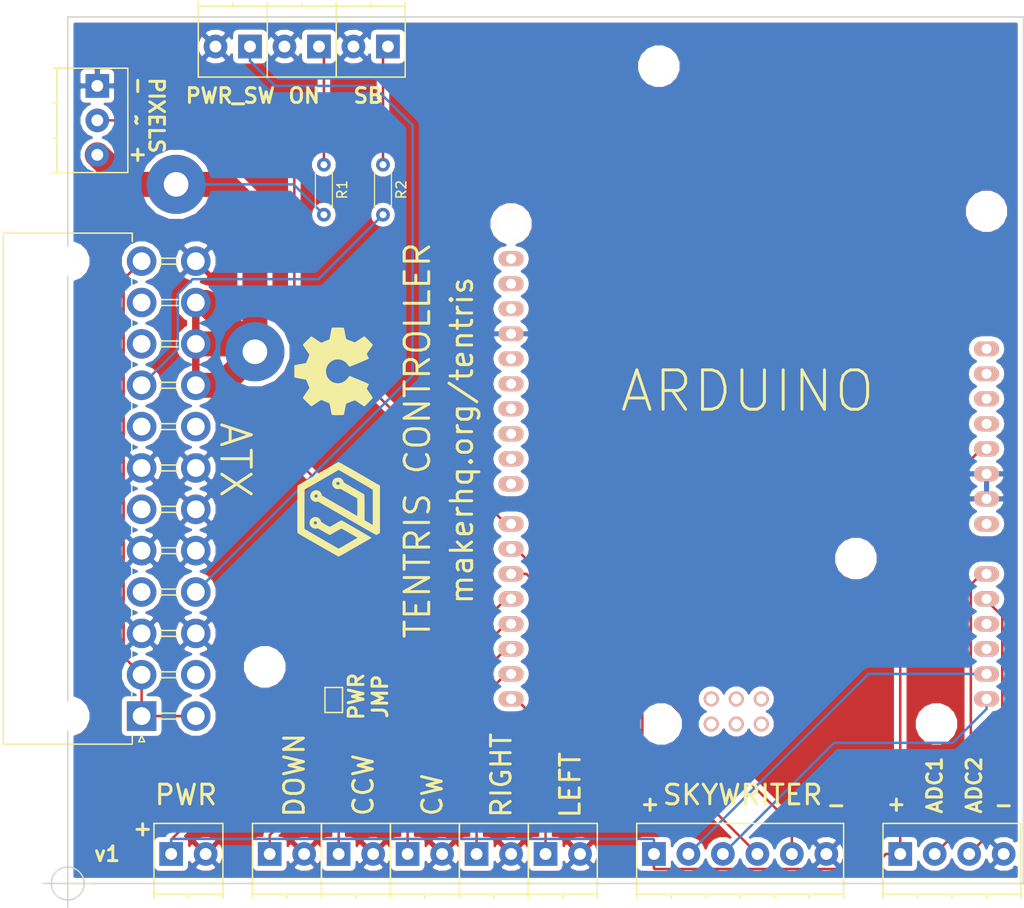
<source format=kicad_pcb>
(kicad_pcb (version 4) (host pcbnew 4.0.7)

  (general
    (links 53)
    (no_connects 0)
    (area 72.616999 60.717 177.433001 157.383)
    (thickness 1.6)
    (drawings 32)
    (tracks 98)
    (zones 0)
    (modules 23)
    (nets 20)
  )

  (page A4)
  (layers
    (0 F.Cu signal)
    (31 B.Cu signal)
    (32 B.Adhes user)
    (33 F.Adhes user)
    (34 B.Paste user)
    (35 F.Paste user)
    (36 B.SilkS user)
    (37 F.SilkS user)
    (38 B.Mask user)
    (39 F.Mask user)
    (40 Dwgs.User user)
    (41 Cmts.User user)
    (42 Eco1.User user)
    (43 Eco2.User user)
    (44 Edge.Cuts user)
    (45 Margin user)
    (46 B.CrtYd user)
    (47 F.CrtYd user)
    (48 B.Fab user hide)
    (49 F.Fab user hide)
  )

  (setup
    (last_trace_width 0.254)
    (user_trace_width 0.762)
    (user_trace_width 2.54)
    (trace_clearance 0.2)
    (zone_clearance 0.508)
    (zone_45_only no)
    (trace_min 0.2)
    (segment_width 0.2)
    (edge_width 0.15)
    (via_size 0.6)
    (via_drill 0.4)
    (via_min_size 0.4)
    (via_min_drill 0.3)
    (uvia_size 0.3)
    (uvia_drill 0.1)
    (uvias_allowed no)
    (uvia_min_size 0.2)
    (uvia_min_drill 0.1)
    (pcb_text_width 0.3)
    (pcb_text_size 1.5 1.5)
    (mod_edge_width 0.15)
    (mod_text_size 1 1)
    (mod_text_width 0.15)
    (pad_size 5.99948 5.99948)
    (pad_drill 2.49936)
    (pad_to_mask_clearance 0.2)
    (aux_axis_origin 0 0)
    (visible_elements FFFFFF7F)
    (pcbplotparams
      (layerselection 0x010f0_80000001)
      (usegerberextensions false)
      (excludeedgelayer true)
      (linewidth 0.100000)
      (plotframeref false)
      (viasonmask false)
      (mode 1)
      (useauxorigin true)
      (hpglpennumber 1)
      (hpglpenspeed 20)
      (hpglpendiameter 15)
      (hpglpenoverlay 2)
      (psnegative false)
      (psa4output false)
      (plotreference true)
      (plotvalue true)
      (plotinvisibletext false)
      (padsonsilk false)
      (subtractmaskfromsilk false)
      (outputformat 1)
      (mirror false)
      (drillshape 0)
      (scaleselection 1)
      (outputdirectory gerbers/))
  )

  (net 0 "")
  (net 1 GND)
  (net 2 /LEFT)
  (net 3 /RIGHT)
  (net 4 /CW)
  (net 5 /CCW)
  (net 6 /DROP)
  (net 7 /SDA)
  (net 8 VCC)
  (net 9 /SCL)
  (net 10 /SK_RST)
  (net 11 /SK_TRFR)
  (net 12 /ADC2)
  (net 13 /ADC1)
  (net 14 /PIXELS)
  (net 15 +3V3)
  (net 16 /PWR_SB)
  (net 17 /PS_ON)
  (net 18 "Net-(J12-Pad1)")
  (net 19 "Net-(J13-Pad1)")

  (net_class Default "This is the default net class."
    (clearance 0.2)
    (trace_width 0.254)
    (via_dia 0.6)
    (via_drill 0.4)
    (uvia_dia 0.3)
    (uvia_drill 0.1)
    (add_net +3V3)
    (add_net /ADC1)
    (add_net /ADC2)
    (add_net /CCW)
    (add_net /CW)
    (add_net /DROP)
    (add_net /LEFT)
    (add_net /PIXELS)
    (add_net /PS_ON)
    (add_net /PWR_SB)
    (add_net /RIGHT)
    (add_net /SCL)
    (add_net /SDA)
    (add_net /SK_RST)
    (add_net /SK_TRFR)
    (add_net GND)
    (add_net "Net-(J12-Pad1)")
    (add_net "Net-(J13-Pad1)")
    (add_net VCC)
  )

  (net_class bigpwr ""
    (clearance 0.508)
    (trace_width 0.762)
    (via_dia 0.6)
    (via_drill 0.4)
    (uvia_dia 0.3)
    (uvia_drill 0.1)
  )

  (module Connectors_Molex:Molex_MiniFit-JR-5569-24A2_2x12x4.20mm_Angled (layer F.Cu) (tedit 59BC41AD) (tstamp 59BBD5E7)
    (at 87.5 136 90)
    (descr "Molex Mini-Fit JR, PN:5569-24A2, dual row, side entry type, through hole, with plastic peg mount")
    (tags "connector molex mini-fit 5569")
    (path /59BB6007)
    (fp_text reference J11 (at 23.1 8.5 90) (layer F.SilkS) hide
      (effects (font (size 1 1) (thickness 0.15)))
    )
    (fp_text value ATX24 (at 23.1 10 90) (layer F.Fab)
      (effects (font (size 1 1) (thickness 0.15)))
    )
    (fp_line (start -3.2 -14.35) (end -3.2 7.5) (layer F.CrtYd) (width 0.05))
    (fp_line (start -3.2 7.5) (end 49.4 7.5) (layer F.CrtYd) (width 0.05))
    (fp_line (start 49.4 7.5) (end 49.4 -14.35) (layer F.CrtYd) (width 0.05))
    (fp_line (start 49.4 -14.35) (end -3.2 -14.35) (layer F.CrtYd) (width 0.05))
    (fp_line (start -2 -0.95) (end -2.85 -0.95) (layer F.SilkS) (width 0.15))
    (fp_line (start -2.85 -0.95) (end -2.85 -14.05) (layer F.SilkS) (width 0.15))
    (fp_line (start -2.85 -14.05) (end 23.1 -14.05) (layer F.SilkS) (width 0.15))
    (fp_line (start 48.2 -0.95) (end 49.05 -0.95) (layer F.SilkS) (width 0.15))
    (fp_line (start 49.05 -0.95) (end 49.05 -14.05) (layer F.SilkS) (width 0.15))
    (fp_line (start 49.05 -14.05) (end 23.1 -14.05) (layer F.SilkS) (width 0.15))
    (fp_line (start -2.7 -13.9) (end -2.7 -1.1) (layer F.Fab) (width 0.05))
    (fp_line (start -2.7 -1.1) (end 48.9 -1.1) (layer F.Fab) (width 0.05))
    (fp_line (start 48.9 -1.1) (end 48.9 -13.9) (layer F.Fab) (width 0.05))
    (fp_line (start 48.9 -13.9) (end -2.7 -13.9) (layer F.Fab) (width 0.05))
    (fp_line (start -0.3 1.8) (end -0.3 3.7) (layer F.SilkS) (width 0.15))
    (fp_line (start 0.3 1.8) (end 0.3 3.7) (layer F.SilkS) (width 0.15))
    (fp_line (start 3.9 1.8) (end 3.9 3.7) (layer F.SilkS) (width 0.15))
    (fp_line (start 4.5 1.8) (end 4.5 3.7) (layer F.SilkS) (width 0.15))
    (fp_line (start 8.1 1.8) (end 8.1 3.7) (layer F.SilkS) (width 0.15))
    (fp_line (start 8.7 1.8) (end 8.7 3.7) (layer F.SilkS) (width 0.15))
    (fp_line (start 12.3 1.8) (end 12.3 3.7) (layer F.SilkS) (width 0.15))
    (fp_line (start 12.9 1.8) (end 12.9 3.7) (layer F.SilkS) (width 0.15))
    (fp_line (start 16.5 1.8) (end 16.5 3.7) (layer F.SilkS) (width 0.15))
    (fp_line (start 17.1 1.8) (end 17.1 3.7) (layer F.SilkS) (width 0.15))
    (fp_line (start 20.7 1.8) (end 20.7 3.7) (layer F.SilkS) (width 0.15))
    (fp_line (start 21.3 1.8) (end 21.3 3.7) (layer F.SilkS) (width 0.15))
    (fp_line (start 24.9 1.8) (end 24.9 3.7) (layer F.SilkS) (width 0.15))
    (fp_line (start 25.5 1.8) (end 25.5 3.7) (layer F.SilkS) (width 0.15))
    (fp_line (start 29.1 1.8) (end 29.1 3.7) (layer F.SilkS) (width 0.15))
    (fp_line (start 29.7 1.8) (end 29.7 3.7) (layer F.SilkS) (width 0.15))
    (fp_line (start 33.3 1.8) (end 33.3 3.7) (layer F.SilkS) (width 0.15))
    (fp_line (start 33.9 1.8) (end 33.9 3.7) (layer F.SilkS) (width 0.15))
    (fp_line (start 37.5 1.8) (end 37.5 3.7) (layer F.SilkS) (width 0.15))
    (fp_line (start 38.1 1.8) (end 38.1 3.7) (layer F.SilkS) (width 0.15))
    (fp_line (start 41.7 1.8) (end 41.7 3.7) (layer F.SilkS) (width 0.15))
    (fp_line (start 42.3 1.8) (end 42.3 3.7) (layer F.SilkS) (width 0.15))
    (fp_line (start 45.9 1.8) (end 45.9 3.7) (layer F.SilkS) (width 0.15))
    (fp_line (start 46.5 1.8) (end 46.5 3.7) (layer F.SilkS) (width 0.15))
    (fp_line (start 1.8 -1) (end 2.4 -1) (layer F.SilkS) (width 0.15))
    (fp_line (start 6 -1) (end 6.6 -1) (layer F.SilkS) (width 0.15))
    (fp_line (start 10.2 -1) (end 10.8 -1) (layer F.SilkS) (width 0.15))
    (fp_line (start 14.4 -1) (end 15 -1) (layer F.SilkS) (width 0.15))
    (fp_line (start 18.6 -1) (end 19.2 -1) (layer F.SilkS) (width 0.15))
    (fp_line (start 22.8 -1) (end 23.4 -1) (layer F.SilkS) (width 0.15))
    (fp_line (start 27 -1) (end 27.6 -1) (layer F.SilkS) (width 0.15))
    (fp_line (start 31.2 -1) (end 31.8 -1) (layer F.SilkS) (width 0.15))
    (fp_line (start 35.4 -1) (end 36 -1) (layer F.SilkS) (width 0.15))
    (fp_line (start 39.6 -1) (end 40.2 -1) (layer F.SilkS) (width 0.15))
    (fp_line (start 43.8 -1) (end 44.4 -1) (layer F.SilkS) (width 0.15))
    (fp_line (start -2 0) (end -2.6 0.3) (layer F.SilkS) (width 0.15))
    (fp_line (start -2.6 0.3) (end -2.6 -0.3) (layer F.SilkS) (width 0.15))
    (fp_line (start -2.6 -0.3) (end -2 0) (layer F.SilkS) (width 0.15))
    (pad 1 thru_hole rect (at 0 0 90) (size 3 3) (drill 1.8) (layers *.Cu *.Mask)
      (net 15 +3V3))
    (pad 2 thru_hole circle (at 4.2 0 90) (size 3 3) (drill 1.8) (layers *.Cu *.Mask)
      (net 15 +3V3))
    (pad 3 thru_hole circle (at 8.4 0 90) (size 3 3) (drill 1.8) (layers *.Cu *.Mask)
      (net 1 GND))
    (pad 4 thru_hole circle (at 12.6 0 90) (size 3 3) (drill 1.8) (layers *.Cu *.Mask))
    (pad 5 thru_hole circle (at 16.8 0 90) (size 3 3) (drill 1.8) (layers *.Cu *.Mask)
      (net 1 GND))
    (pad 6 thru_hole circle (at 21 0 90) (size 3 3) (drill 1.8) (layers *.Cu *.Mask))
    (pad 7 thru_hole circle (at 25.2 0 90) (size 3 3) (drill 1.8) (layers *.Cu *.Mask)
      (net 1 GND))
    (pad 8 thru_hole circle (at 29.4 0 90) (size 3 3) (drill 1.8) (layers *.Cu *.Mask))
    (pad 9 thru_hole circle (at 33.6 0 90) (size 3 3) (drill 1.8) (layers *.Cu *.Mask)
      (net 16 /PWR_SB))
    (pad 10 thru_hole circle (at 37.8 0 90) (size 3 3) (drill 1.8) (layers *.Cu *.Mask))
    (pad 11 thru_hole circle (at 42 0 90) (size 3 3) (drill 1.8) (layers *.Cu *.Mask))
    (pad 12 thru_hole circle (at 46.2 0 90) (size 3 3) (drill 1.8) (layers *.Cu *.Mask)
      (net 15 +3V3))
    (pad 13 thru_hole circle (at 0 5.5 90) (size 3 3) (drill 1.8) (layers *.Cu *.Mask)
      (net 15 +3V3))
    (pad 14 thru_hole circle (at 4.2 5.5 90) (size 3 3) (drill 1.8) (layers *.Cu *.Mask))
    (pad 15 thru_hole circle (at 8.4 5.5 90) (size 3 3) (drill 1.8) (layers *.Cu *.Mask)
      (net 1 GND))
    (pad 16 thru_hole circle (at 12.6 5.5 90) (size 3 3) (drill 1.8) (layers *.Cu *.Mask)
      (net 17 /PS_ON))
    (pad 17 thru_hole circle (at 16.8 5.5 90) (size 3 3) (drill 1.8) (layers *.Cu *.Mask)
      (net 1 GND))
    (pad 18 thru_hole circle (at 21 5.5 90) (size 3 3) (drill 1.8) (layers *.Cu *.Mask)
      (net 1 GND))
    (pad 19 thru_hole circle (at 25.2 5.5 90) (size 3 3) (drill 1.8) (layers *.Cu *.Mask)
      (net 1 GND))
    (pad 20 thru_hole circle (at 29.4 5.5 90) (size 3 3) (drill 1.8) (layers *.Cu *.Mask))
    (pad 21 thru_hole circle (at 33.6 5.5 90) (size 3 3) (drill 1.8) (layers *.Cu *.Mask)
      (net 8 VCC))
    (pad 22 thru_hole circle (at 37.8 5.5 90) (size 3 3) (drill 1.8) (layers *.Cu *.Mask)
      (net 8 VCC))
    (pad 23 thru_hole circle (at 42 5.5 90) (size 3 3) (drill 1.8) (layers *.Cu *.Mask)
      (net 8 VCC))
    (pad 24 thru_hole circle (at 46.2 5.5 90) (size 3 3) (drill 1.8) (layers *.Cu *.Mask)
      (net 1 GND))
    (pad "" np_thru_hole circle (at 0 -7.3 90) (size 3 3) (drill 3) (layers *.Cu))
    (pad "" np_thru_hole circle (at 46.2 -7.3 90) (size 3 3) (drill 3) (layers *.Cu))
    (model Connectors_Molex.3dshapes/Molex_MiniFit-JR-5569-24A2_2x12x4.20mm_Angled.wrl
      (at (xyz 0 0 0))
      (scale (xyz 1 1 1))
      (rotate (xyz 0 0 0))
    )
  )

  (module freetronics_footprints:ARDUINO_SHIELD (layer B.Cu) (tedit 59BC4AD5) (tstamp 59BBD61B)
    (at 175.8 70.76 270)
    (descr http://www.thingiverse.com/thing:9630)
    (path /59BB55DA)
    (fp_text reference SHIELD1 (at 5.715 57.15 270) (layer B.SilkS) hide
      (effects (font (thickness 0.3048)) (justify mirror))
    )
    (fp_text value ARDUINO_SHIELD (at 10.16 54.61 270) (layer B.SilkS) hide
      (effects (font (thickness 0.3048)) (justify mirror))
    )
    (fp_line (start 66.04 40.64) (end 66.04 52.07) (layer Cmts.User) (width 0.381))
    (fp_line (start 66.04 52.07) (end 64.77 53.34) (layer Cmts.User) (width 0.381))
    (fp_line (start 64.77 53.34) (end 0 53.34) (layer Cmts.User) (width 0.381))
    (fp_line (start 66.04 0) (end 0 0) (layer Cmts.User) (width 0.381))
    (fp_line (start 0 0) (end 0 53.34) (layer Cmts.User) (width 0.381))
    (fp_line (start 66.04 40.64) (end 68.58 38.1) (layer Cmts.User) (width 0.381))
    (fp_line (start 68.58 38.1) (end 68.58 5.08) (layer Cmts.User) (width 0.381))
    (fp_line (start 68.58 5.08) (end 66.04 2.54) (layer Cmts.User) (width 0.381))
    (fp_line (start 66.04 2.54) (end 66.04 0) (layer Cmts.User) (width 0.381))
    (pad AD5 thru_hole oval (at 63.5 2.54 180) (size 2.54 1.524) (drill 1.016) (layers *.Cu *.Mask B.SilkS)
      (net 9 /SCL))
    (pad AD4 thru_hole oval (at 60.96 2.54 180) (size 2.54 1.524) (drill 1.016) (layers *.Cu *.Mask B.SilkS)
      (net 7 /SDA))
    (pad AD3 thru_hole oval (at 58.42 2.54 180) (size 2.54 1.524) (drill 1.016) (layers *.Cu *.Mask B.SilkS))
    (pad AD0 thru_hole oval (at 50.8 2.54 180) (size 2.54 1.524) (drill 1.016) (layers *.Cu *.Mask B.SilkS)
      (net 13 /ADC1))
    (pad AD1 thru_hole oval (at 53.34 2.54 180) (size 2.54 1.524) (drill 1.016) (layers *.Cu *.Mask B.SilkS)
      (net 12 /ADC2))
    (pad AD2 thru_hole oval (at 55.88 2.54 180) (size 2.54 1.524) (drill 1.016) (layers *.Cu *.Mask B.SilkS))
    (pad V_IN thru_hole oval (at 45.72 2.54 180) (size 2.54 1.524) (drill 1.016) (layers *.Cu *.Mask B.SilkS))
    (pad GND2 thru_hole oval (at 43.18 2.54 180) (size 2.54 1.524) (drill 1.016) (layers *.Cu *.Mask B.SilkS)
      (net 1 GND))
    (pad GND1 thru_hole oval (at 40.64 2.54 180) (size 2.54 1.524) (drill 1.016) (layers *.Cu *.Mask B.SilkS)
      (net 1 GND))
    (pad 3V3 thru_hole oval (at 35.56 2.54 180) (size 2.54 1.524) (drill 1.016) (layers *.Cu *.Mask B.SilkS))
    (pad RST thru_hole oval (at 33.02 2.54 180) (size 2.54 1.524) (drill 1.016) (layers *.Cu *.Mask B.SilkS))
    (pad 0 thru_hole oval (at 63.5 50.8 180) (size 2.54 1.524) (drill 1.016) (layers *.Cu *.Mask B.SilkS)
      (net 2 /LEFT))
    (pad 1 thru_hole oval (at 60.96 50.8 180) (size 2.54 1.524) (drill 1.016) (layers *.Cu *.Mask B.SilkS)
      (net 3 /RIGHT))
    (pad 2 thru_hole oval (at 58.42 50.8 180) (size 2.54 1.524) (drill 1.016) (layers *.Cu *.Mask B.SilkS)
      (net 4 /CW))
    (pad 3 thru_hole oval (at 55.88 50.8 180) (size 2.54 1.524) (drill 1.016) (layers *.Cu *.Mask B.SilkS)
      (net 5 /CCW))
    (pad 4 thru_hole oval (at 53.34 50.8 180) (size 2.54 1.524) (drill 1.016) (layers *.Cu *.Mask B.SilkS)
      (net 6 /DROP))
    (pad 5 thru_hole oval (at 50.8 50.8 180) (size 2.54 1.524) (drill 1.016) (layers *.Cu *.Mask B.SilkS)
      (net 10 /SK_RST))
    (pad 6 thru_hole oval (at 48.26 50.8 180) (size 2.54 1.524) (drill 1.016) (layers *.Cu *.Mask B.SilkS)
      (net 11 /SK_TRFR))
    (pad 7 thru_hole oval (at 45.72 50.8 180) (size 2.54 1.524) (drill 1.016) (layers *.Cu *.Mask B.SilkS)
      (net 14 /PIXELS))
    (pad 8 thru_hole oval (at 41.656 50.8 180) (size 2.54 1.524) (drill 1.016) (layers *.Cu *.Mask B.SilkS))
    (pad 9 thru_hole oval (at 39.116 50.8 180) (size 2.54 1.524) (drill 1.016) (layers *.Cu *.Mask B.SilkS))
    (pad 10 thru_hole oval (at 36.576 50.8 180) (size 2.54 1.524) (drill 1.016) (layers *.Cu *.Mask B.SilkS))
    (pad 11 thru_hole oval (at 34.036 50.8 180) (size 2.54 1.524) (drill 1.016) (layers *.Cu *.Mask B.SilkS))
    (pad 12 thru_hole oval (at 31.496 50.8 180) (size 2.54 1.524) (drill 1.016) (layers *.Cu *.Mask B.SilkS))
    (pad 13 thru_hole oval (at 28.956 50.8 180) (size 2.54 1.524) (drill 1.016) (layers *.Cu *.Mask B.SilkS))
    (pad GND3 thru_hole oval (at 26.416 50.8 180) (size 2.54 1.524) (drill 1.016) (layers *.Cu *.Mask B.SilkS)
      (net 1 GND))
    (pad AREF thru_hole oval (at 23.876 50.8 180) (size 2.54 1.524) (drill 1.016) (layers *.Cu *.Mask B.SilkS))
    (pad 5V thru_hole oval (at 38.1 2.54 180) (size 2.54 1.524) (drill 1.016) (layers *.Cu *.Mask B.SilkS)
      (net 8 VCC))
    (pad "" np_thru_hole circle (at 66.04 7.62 180) (size 3.175 3.175) (drill 3.175) (layers *.Cu *.Mask B.SilkS))
    (pad "" np_thru_hole circle (at 66.04 35.56 180) (size 3.175 3.175) (drill 3.175) (layers *.Cu *.Mask B.SilkS))
    (pad "" np_thru_hole circle (at 15.24 50.8 180) (size 3.175 3.175) (drill 3.175) (layers *.Cu *.Mask B.SilkS))
    (pad "" np_thru_hole circle (at 13.97 2.54 180) (size 3.175 3.175) (drill 3.175) (layers *.Cu *.Mask B.SilkS))
    (pad SDA thru_hole oval (at 21.336 50.8 180) (size 2.54 1.524) (drill 1.016) (layers *.Cu *.Mask B.SilkS))
    (pad SCL thru_hole oval (at 18.796 50.8 180) (size 2.54 1.524) (drill 1.016) (layers *.Cu *.Mask B.SilkS))
    (pad IO_R thru_hole oval (at 30.48 2.54 180) (size 2.54 1.524) (drill 1.016) (layers *.Cu *.Mask B.SilkS))
    (pad NC thru_hole oval (at 27.94 2.54 180) (size 2.54 1.524) (drill 1.016) (layers *.Cu *.Mask B.SilkS))
    (pad SP1 thru_hole circle (at 63.5 30.48 180) (size 1.524 1.524) (drill 1.016) (layers *.Cu *.Mask B.SilkS))
    (pad SP2 thru_hole circle (at 66.04 30.48 180) (size 1.524 1.524) (drill 1.016) (layers *.Cu *.Mask B.SilkS))
    (pad SP3 thru_hole circle (at 63.5 27.94 180) (size 1.524 1.524) (drill 1.016) (layers *.Cu *.Mask B.SilkS))
    (pad SP4 thru_hole circle (at 66.04 27.94 180) (size 1.524 1.524) (drill 1.016) (layers *.Cu *.Mask B.SilkS))
    (pad SP5 thru_hole circle (at 63.5 25.4 180) (size 1.524 1.524) (drill 1.016) (layers *.Cu *.Mask B.SilkS))
    (pad SP6 thru_hole circle (at 66.04 25.4 180) (size 1.524 1.524) (drill 1.016) (layers *.Cu *.Mask B.SilkS))
  )

  (module Connectors_Terminal_Blocks:TerminalBlock_Pheonix_PT-3.5mm_2pol (layer F.Cu) (tedit 59BC4098) (tstamp 59BC1819)
    (at 128.5 150)
    (descr "2-way 3.5mm pitch terminal block, Phoenix PT series")
    (path /59BB5852)
    (fp_text reference J1 (at 1.75 -4.3) (layer F.SilkS) hide
      (effects (font (size 1 1) (thickness 0.15)))
    )
    (fp_text value CONN_LEFT (at 1.75 6) (layer F.Fab)
      (effects (font (size 1 1) (thickness 0.15)))
    )
    (fp_line (start -1.9 -3.3) (end 5.4 -3.3) (layer F.CrtYd) (width 0.05))
    (fp_line (start -1.9 4.7) (end -1.9 -3.3) (layer F.CrtYd) (width 0.05))
    (fp_line (start 5.4 4.7) (end -1.9 4.7) (layer F.CrtYd) (width 0.05))
    (fp_line (start 5.4 -3.3) (end 5.4 4.7) (layer F.CrtYd) (width 0.05))
    (fp_line (start 1.75 4.1) (end 1.75 4.5) (layer F.SilkS) (width 0.15))
    (fp_line (start -1.75 3) (end 5.25 3) (layer F.SilkS) (width 0.15))
    (fp_line (start -1.75 4.1) (end 5.25 4.1) (layer F.SilkS) (width 0.15))
    (fp_line (start -1.75 -3.1) (end -1.75 4.5) (layer F.SilkS) (width 0.15))
    (fp_line (start 5.25 4.5) (end 5.25 -3.1) (layer F.SilkS) (width 0.15))
    (fp_line (start 5.25 -3.1) (end -1.75 -3.1) (layer F.SilkS) (width 0.15))
    (pad 2 thru_hole circle (at 3.5 0) (size 2.4 2.4) (drill 1.2) (layers *.Cu *.Mask)
      (net 1 GND))
    (pad 1 thru_hole rect (at 0 0) (size 2.4 2.4) (drill 1.2) (layers *.Cu *.Mask)
      (net 2 /LEFT))
    (model Terminal_Blocks.3dshapes/TerminalBlock_Pheonix_PT-3.5mm_2pol.wrl
      (at (xyz 0 0 0))
      (scale (xyz 1 1 1))
      (rotate (xyz 0 0 0))
    )
  )

  (module Connectors_Terminal_Blocks:TerminalBlock_Pheonix_PT-3.5mm_2pol (layer F.Cu) (tedit 59BC4093) (tstamp 59BC181F)
    (at 121.5 150)
    (descr "2-way 3.5mm pitch terminal block, Phoenix PT series")
    (path /59BC0F7B)
    (fp_text reference J2 (at 1.75 -4.3) (layer F.SilkS) hide
      (effects (font (size 1 1) (thickness 0.15)))
    )
    (fp_text value CONN_RIGHT (at 1.75 6) (layer F.Fab)
      (effects (font (size 1 1) (thickness 0.15)))
    )
    (fp_line (start -1.9 -3.3) (end 5.4 -3.3) (layer F.CrtYd) (width 0.05))
    (fp_line (start -1.9 4.7) (end -1.9 -3.3) (layer F.CrtYd) (width 0.05))
    (fp_line (start 5.4 4.7) (end -1.9 4.7) (layer F.CrtYd) (width 0.05))
    (fp_line (start 5.4 -3.3) (end 5.4 4.7) (layer F.CrtYd) (width 0.05))
    (fp_line (start 1.75 4.1) (end 1.75 4.5) (layer F.SilkS) (width 0.15))
    (fp_line (start -1.75 3) (end 5.25 3) (layer F.SilkS) (width 0.15))
    (fp_line (start -1.75 4.1) (end 5.25 4.1) (layer F.SilkS) (width 0.15))
    (fp_line (start -1.75 -3.1) (end -1.75 4.5) (layer F.SilkS) (width 0.15))
    (fp_line (start 5.25 4.5) (end 5.25 -3.1) (layer F.SilkS) (width 0.15))
    (fp_line (start 5.25 -3.1) (end -1.75 -3.1) (layer F.SilkS) (width 0.15))
    (pad 2 thru_hole circle (at 3.5 0) (size 2.4 2.4) (drill 1.2) (layers *.Cu *.Mask)
      (net 1 GND))
    (pad 1 thru_hole rect (at 0 0) (size 2.4 2.4) (drill 1.2) (layers *.Cu *.Mask)
      (net 3 /RIGHT))
    (model Terminal_Blocks.3dshapes/TerminalBlock_Pheonix_PT-3.5mm_2pol.wrl
      (at (xyz 0 0 0))
      (scale (xyz 1 1 1))
      (rotate (xyz 0 0 0))
    )
  )

  (module Connectors_Terminal_Blocks:TerminalBlock_Pheonix_PT-3.5mm_2pol (layer F.Cu) (tedit 59BC408F) (tstamp 59BC1825)
    (at 114.5 150)
    (descr "2-way 3.5mm pitch terminal block, Phoenix PT series")
    (path /59BC0FB2)
    (fp_text reference J3 (at 1.75 -4.3) (layer F.SilkS) hide
      (effects (font (size 1 1) (thickness 0.15)))
    )
    (fp_text value CONN_CW (at 1.75 6) (layer F.Fab)
      (effects (font (size 1 1) (thickness 0.15)))
    )
    (fp_line (start -1.9 -3.3) (end 5.4 -3.3) (layer F.CrtYd) (width 0.05))
    (fp_line (start -1.9 4.7) (end -1.9 -3.3) (layer F.CrtYd) (width 0.05))
    (fp_line (start 5.4 4.7) (end -1.9 4.7) (layer F.CrtYd) (width 0.05))
    (fp_line (start 5.4 -3.3) (end 5.4 4.7) (layer F.CrtYd) (width 0.05))
    (fp_line (start 1.75 4.1) (end 1.75 4.5) (layer F.SilkS) (width 0.15))
    (fp_line (start -1.75 3) (end 5.25 3) (layer F.SilkS) (width 0.15))
    (fp_line (start -1.75 4.1) (end 5.25 4.1) (layer F.SilkS) (width 0.15))
    (fp_line (start -1.75 -3.1) (end -1.75 4.5) (layer F.SilkS) (width 0.15))
    (fp_line (start 5.25 4.5) (end 5.25 -3.1) (layer F.SilkS) (width 0.15))
    (fp_line (start 5.25 -3.1) (end -1.75 -3.1) (layer F.SilkS) (width 0.15))
    (pad 2 thru_hole circle (at 3.5 0) (size 2.4 2.4) (drill 1.2) (layers *.Cu *.Mask)
      (net 1 GND))
    (pad 1 thru_hole rect (at 0 0) (size 2.4 2.4) (drill 1.2) (layers *.Cu *.Mask)
      (net 4 /CW))
    (model Terminal_Blocks.3dshapes/TerminalBlock_Pheonix_PT-3.5mm_2pol.wrl
      (at (xyz 0 0 0))
      (scale (xyz 1 1 1))
      (rotate (xyz 0 0 0))
    )
  )

  (module Connectors_Terminal_Blocks:TerminalBlock_Pheonix_PT-3.5mm_2pol (layer F.Cu) (tedit 59BC408A) (tstamp 59BC182B)
    (at 107.5 150)
    (descr "2-way 3.5mm pitch terminal block, Phoenix PT series")
    (path /59BC0FEB)
    (fp_text reference J4 (at 1.75 -4.3) (layer F.SilkS) hide
      (effects (font (size 1 1) (thickness 0.15)))
    )
    (fp_text value CONN_CCW (at 1.75 6) (layer F.Fab)
      (effects (font (size 1 1) (thickness 0.15)))
    )
    (fp_line (start -1.9 -3.3) (end 5.4 -3.3) (layer F.CrtYd) (width 0.05))
    (fp_line (start -1.9 4.7) (end -1.9 -3.3) (layer F.CrtYd) (width 0.05))
    (fp_line (start 5.4 4.7) (end -1.9 4.7) (layer F.CrtYd) (width 0.05))
    (fp_line (start 5.4 -3.3) (end 5.4 4.7) (layer F.CrtYd) (width 0.05))
    (fp_line (start 1.75 4.1) (end 1.75 4.5) (layer F.SilkS) (width 0.15))
    (fp_line (start -1.75 3) (end 5.25 3) (layer F.SilkS) (width 0.15))
    (fp_line (start -1.75 4.1) (end 5.25 4.1) (layer F.SilkS) (width 0.15))
    (fp_line (start -1.75 -3.1) (end -1.75 4.5) (layer F.SilkS) (width 0.15))
    (fp_line (start 5.25 4.5) (end 5.25 -3.1) (layer F.SilkS) (width 0.15))
    (fp_line (start 5.25 -3.1) (end -1.75 -3.1) (layer F.SilkS) (width 0.15))
    (pad 2 thru_hole circle (at 3.5 0) (size 2.4 2.4) (drill 1.2) (layers *.Cu *.Mask)
      (net 1 GND))
    (pad 1 thru_hole rect (at 0 0) (size 2.4 2.4) (drill 1.2) (layers *.Cu *.Mask)
      (net 5 /CCW))
    (model Terminal_Blocks.3dshapes/TerminalBlock_Pheonix_PT-3.5mm_2pol.wrl
      (at (xyz 0 0 0))
      (scale (xyz 1 1 1))
      (rotate (xyz 0 0 0))
    )
  )

  (module Connectors_Terminal_Blocks:TerminalBlock_Pheonix_PT-3.5mm_2pol (layer F.Cu) (tedit 59BC4086) (tstamp 59BC1831)
    (at 100.5 150)
    (descr "2-way 3.5mm pitch terminal block, Phoenix PT series")
    (path /59BC1027)
    (fp_text reference J5 (at 1.75 -4.3) (layer F.SilkS) hide
      (effects (font (size 1 1) (thickness 0.15)))
    )
    (fp_text value CONN_DROP (at 1.75 6) (layer F.Fab)
      (effects (font (size 1 1) (thickness 0.15)))
    )
    (fp_line (start -1.9 -3.3) (end 5.4 -3.3) (layer F.CrtYd) (width 0.05))
    (fp_line (start -1.9 4.7) (end -1.9 -3.3) (layer F.CrtYd) (width 0.05))
    (fp_line (start 5.4 4.7) (end -1.9 4.7) (layer F.CrtYd) (width 0.05))
    (fp_line (start 5.4 -3.3) (end 5.4 4.7) (layer F.CrtYd) (width 0.05))
    (fp_line (start 1.75 4.1) (end 1.75 4.5) (layer F.SilkS) (width 0.15))
    (fp_line (start -1.75 3) (end 5.25 3) (layer F.SilkS) (width 0.15))
    (fp_line (start -1.75 4.1) (end 5.25 4.1) (layer F.SilkS) (width 0.15))
    (fp_line (start -1.75 -3.1) (end -1.75 4.5) (layer F.SilkS) (width 0.15))
    (fp_line (start 5.25 4.5) (end 5.25 -3.1) (layer F.SilkS) (width 0.15))
    (fp_line (start 5.25 -3.1) (end -1.75 -3.1) (layer F.SilkS) (width 0.15))
    (pad 2 thru_hole circle (at 3.5 0) (size 2.4 2.4) (drill 1.2) (layers *.Cu *.Mask)
      (net 1 GND))
    (pad 1 thru_hole rect (at 0 0) (size 2.4 2.4) (drill 1.2) (layers *.Cu *.Mask)
      (net 6 /DROP))
    (model Terminal_Blocks.3dshapes/TerminalBlock_Pheonix_PT-3.5mm_2pol.wrl
      (at (xyz 0 0 0))
      (scale (xyz 1 1 1))
      (rotate (xyz 0 0 0))
    )
  )

  (module Connectors_Terminal_Blocks:TerminalBlock_Pheonix_PT-3.5mm_6pol (layer F.Cu) (tedit 59BC40A2) (tstamp 59BC183B)
    (at 139.5 150)
    (descr "6-way 3.5mm pitch terminal block, Phoenix PT series")
    (path /59BB580F)
    (fp_text reference J6 (at 8.75 -4.3) (layer F.SilkS) hide
      (effects (font (size 1 1) (thickness 0.15)))
    )
    (fp_text value CONN_SK (at 8.75 6) (layer F.Fab)
      (effects (font (size 1 1) (thickness 0.15)))
    )
    (fp_line (start -1.9 -3.3) (end 19.4 -3.3) (layer F.CrtYd) (width 0.05))
    (fp_line (start -1.9 4.7) (end -1.9 -3.3) (layer F.CrtYd) (width 0.05))
    (fp_line (start 19.4 4.7) (end -1.9 4.7) (layer F.CrtYd) (width 0.05))
    (fp_line (start 19.4 -3.3) (end 19.4 4.7) (layer F.CrtYd) (width 0.05))
    (fp_line (start 15.75 4.1) (end 15.75 4.5) (layer F.SilkS) (width 0.15))
    (fp_line (start 12.25 4.1) (end 12.25 4.5) (layer F.SilkS) (width 0.15))
    (fp_line (start 1.75 4.1) (end 1.75 4.5) (layer F.SilkS) (width 0.15))
    (fp_line (start 5.25 4.1) (end 5.25 4.5) (layer F.SilkS) (width 0.15))
    (fp_line (start 8.75 4.1) (end 8.75 4.5) (layer F.SilkS) (width 0.15))
    (fp_line (start -1.75 3) (end 19.25 3) (layer F.SilkS) (width 0.15))
    (fp_line (start -1.75 4.1) (end 19.25 4.1) (layer F.SilkS) (width 0.15))
    (fp_line (start -1.75 -3.1) (end -1.75 4.5) (layer F.SilkS) (width 0.15))
    (fp_line (start 19.25 4.5) (end 19.25 -3.1) (layer F.SilkS) (width 0.15))
    (fp_line (start 19.25 -3.1) (end -1.75 -3.1) (layer F.SilkS) (width 0.15))
    (pad 2 thru_hole circle (at 3.5 0) (size 2.4 2.4) (drill 1.2) (layers *.Cu *.Mask)
      (net 7 /SDA))
    (pad 1 thru_hole rect (at 0 0) (size 2.4 2.4) (drill 1.2) (layers *.Cu *.Mask)
      (net 8 VCC))
    (pad 3 thru_hole circle (at 7 0) (size 2.4 2.4) (drill 1.2) (layers *.Cu *.Mask)
      (net 9 /SCL))
    (pad 4 thru_hole circle (at 10.5 0) (size 2.4 2.4) (drill 1.2) (layers *.Cu *.Mask)
      (net 10 /SK_RST))
    (pad 5 thru_hole circle (at 14 0) (size 2.4 2.4) (drill 1.2) (layers *.Cu *.Mask)
      (net 11 /SK_TRFR))
    (pad 6 thru_hole circle (at 17.5 0) (size 2.4 2.4) (drill 1.2) (layers *.Cu *.Mask)
      (net 1 GND))
    (model Terminal_Blocks.3dshapes/TerminalBlock_Pheonix_PT-3.5mm_6pol.wrl
      (at (xyz 0 0 0))
      (scale (xyz 1 1 1))
      (rotate (xyz 0 0 0))
    )
  )

  (module Connectors_Terminal_Blocks:TerminalBlock_Pheonix_PT-3.5mm_4pol (layer F.Cu) (tedit 59BC40A5) (tstamp 59BC1843)
    (at 164.5 150)
    (descr "4-way 3.5mm pitch terminal block, Phoenix PT series")
    (path /59BC16D2)
    (fp_text reference J7 (at 5.25 -4.3) (layer F.SilkS) hide
      (effects (font (size 1 1) (thickness 0.15)))
    )
    (fp_text value CONN_ADC (at 5.25 6) (layer F.Fab)
      (effects (font (size 1 1) (thickness 0.15)))
    )
    (fp_line (start -1.9 -3.3) (end 12.4 -3.3) (layer F.CrtYd) (width 0.05))
    (fp_line (start -1.9 4.7) (end -1.9 -3.3) (layer F.CrtYd) (width 0.05))
    (fp_line (start 12.4 4.7) (end -1.9 4.7) (layer F.CrtYd) (width 0.05))
    (fp_line (start 12.4 -3.3) (end 12.4 4.7) (layer F.CrtYd) (width 0.05))
    (fp_line (start 1.75 4.1) (end 1.75 4.5) (layer F.SilkS) (width 0.15))
    (fp_line (start 5.25 4.1) (end 5.25 4.5) (layer F.SilkS) (width 0.15))
    (fp_line (start 8.75 4.1) (end 8.75 4.5) (layer F.SilkS) (width 0.15))
    (fp_line (start -1.75 3) (end 12.25 3) (layer F.SilkS) (width 0.15))
    (fp_line (start -1.75 4.1) (end 12.25 4.1) (layer F.SilkS) (width 0.15))
    (fp_line (start -1.75 -3.1) (end -1.75 4.5) (layer F.SilkS) (width 0.15))
    (fp_line (start 12.25 4.5) (end 12.25 -3.1) (layer F.SilkS) (width 0.15))
    (fp_line (start 12.25 -3.1) (end -1.75 -3.1) (layer F.SilkS) (width 0.15))
    (pad 3 thru_hole circle (at 7 0) (size 2.4 2.4) (drill 1.2) (layers *.Cu *.Mask)
      (net 12 /ADC2))
    (pad 4 thru_hole circle (at 10.5 0) (size 2.4 2.4) (drill 1.2) (layers *.Cu *.Mask)
      (net 1 GND))
    (pad 2 thru_hole circle (at 3.5 0) (size 2.4 2.4) (drill 1.2) (layers *.Cu *.Mask)
      (net 13 /ADC1))
    (pad 1 thru_hole rect (at 0 0) (size 2.4 2.4) (drill 1.2) (layers *.Cu *.Mask)
      (net 8 VCC))
    (model Terminal_Blocks.3dshapes/TerminalBlock_Pheonix_PT-3.5mm_4pol.wrl
      (at (xyz 0 0 0))
      (scale (xyz 1 1 1))
      (rotate (xyz 0 0 0))
    )
  )

  (module Connectors:GS2 (layer F.Cu) (tedit 59BC41E0) (tstamp 59BC1849)
    (at 107 134.365)
    (descr "Pontet Goute de soudure")
    (path /59BB64BF)
    (attr virtual)
    (fp_text reference J8 (at 1.778 0 90) (layer F.SilkS) hide
      (effects (font (size 1 1) (thickness 0.15)))
    )
    (fp_text value GS2 (at 1.524 0 90) (layer F.Fab)
      (effects (font (size 1 1) (thickness 0.15)))
    )
    (fp_line (start -0.889 -1.27) (end -0.889 1.27) (layer F.SilkS) (width 0.15))
    (fp_line (start 0.889 1.27) (end 0.889 -1.27) (layer F.SilkS) (width 0.15))
    (fp_line (start 0.889 1.27) (end -0.889 1.27) (layer F.SilkS) (width 0.15))
    (fp_line (start -0.889 -1.27) (end 0.889 -1.27) (layer F.SilkS) (width 0.15))
    (pad 1 smd rect (at 0 -0.635) (size 1.27 0.9652) (layers F.Cu F.Paste F.Mask)
      (net 8 VCC))
    (pad 2 smd rect (at 0 0.635) (size 1.27 0.9652) (layers F.Cu F.Paste F.Mask)
      (net 8 VCC))
  )

  (module Connectors_Terminal_Blocks:TerminalBlock_Pheonix_PT-3.5mm_3pol (layer F.Cu) (tedit 59BC4183) (tstamp 59BC1850)
    (at 83 72 270)
    (descr "3-way 3.5mm pitch terminal block, Phoenix PT series")
    (path /59BB58F2)
    (fp_text reference J9 (at 3.5 -4.3 270) (layer F.SilkS) hide
      (effects (font (size 1 1) (thickness 0.15)))
    )
    (fp_text value CONN_PIXELS (at 3.5 6 270) (layer F.Fab)
      (effects (font (size 1 1) (thickness 0.15)))
    )
    (fp_line (start -2 -3.3) (end 9 -3.3) (layer F.CrtYd) (width 0.05))
    (fp_line (start -2 4.7) (end -2 -3.3) (layer F.CrtYd) (width 0.05))
    (fp_line (start 9 4.7) (end -2 4.7) (layer F.CrtYd) (width 0.05))
    (fp_line (start 9 -3.3) (end 9 4.7) (layer F.CrtYd) (width 0.05))
    (fp_line (start 1.7 4.1) (end 1.7 4.5) (layer F.SilkS) (width 0.15))
    (fp_line (start 5.3 4.1) (end 5.3 4.5) (layer F.SilkS) (width 0.15))
    (fp_line (start -1.8 3) (end 8.8 3) (layer F.SilkS) (width 0.15))
    (fp_line (start -1.8 4.1) (end 8.8 4.1) (layer F.SilkS) (width 0.15))
    (fp_line (start -1.8 -3.1) (end -1.8 4.5) (layer F.SilkS) (width 0.15))
    (fp_line (start 8.8 4.5) (end 8.8 -3.1) (layer F.SilkS) (width 0.15))
    (fp_line (start 8.8 -3.1) (end -1.8 -3.1) (layer F.SilkS) (width 0.15))
    (pad 2 thru_hole circle (at 3.5 0 270) (size 2.4 2.4) (drill 1.2) (layers *.Cu *.Mask)
      (net 14 /PIXELS))
    (pad 3 thru_hole circle (at 7 0 270) (size 2.4 2.4) (drill 1.2) (layers *.Cu *.Mask)
      (net 8 VCC))
    (pad 1 thru_hole rect (at 0 0 270) (size 2.4 2.4) (drill 1.2) (layers *.Cu *.Mask)
      (net 1 GND))
    (model Terminal_Blocks.3dshapes/TerminalBlock_Pheonix_PT-3.5mm_3pol.wrl
      (at (xyz 0 0 0))
      (scale (xyz 1 1 1))
      (rotate (xyz 0 0 0))
    )
  )

  (module Connectors_Terminal_Blocks:TerminalBlock_Pheonix_PT-3.5mm_2pol (layer F.Cu) (tedit 59BC4028) (tstamp 59BC1856)
    (at 90.5 150)
    (descr "2-way 3.5mm pitch terminal block, Phoenix PT series")
    (path /59BC31F4)
    (fp_text reference J10 (at 1.75 -4.3) (layer F.SilkS) hide
      (effects (font (size 1 1) (thickness 0.15)))
    )
    (fp_text value CONN_PWR (at 1.75 6) (layer F.Fab)
      (effects (font (size 1 1) (thickness 0.15)))
    )
    (fp_line (start -1.9 -3.3) (end 5.4 -3.3) (layer F.CrtYd) (width 0.05))
    (fp_line (start -1.9 4.7) (end -1.9 -3.3) (layer F.CrtYd) (width 0.05))
    (fp_line (start 5.4 4.7) (end -1.9 4.7) (layer F.CrtYd) (width 0.05))
    (fp_line (start 5.4 -3.3) (end 5.4 4.7) (layer F.CrtYd) (width 0.05))
    (fp_line (start 1.75 4.1) (end 1.75 4.5) (layer F.SilkS) (width 0.15))
    (fp_line (start -1.75 3) (end 5.25 3) (layer F.SilkS) (width 0.15))
    (fp_line (start -1.75 4.1) (end 5.25 4.1) (layer F.SilkS) (width 0.15))
    (fp_line (start -1.75 -3.1) (end -1.75 4.5) (layer F.SilkS) (width 0.15))
    (fp_line (start 5.25 4.5) (end 5.25 -3.1) (layer F.SilkS) (width 0.15))
    (fp_line (start 5.25 -3.1) (end -1.75 -3.1) (layer F.SilkS) (width 0.15))
    (pad 2 thru_hole circle (at 3.5 0) (size 2.4 2.4) (drill 1.2) (layers *.Cu *.Mask)
      (net 1 GND))
    (pad 1 thru_hole rect (at 0 0) (size 2.4 2.4) (drill 1.2) (layers *.Cu *.Mask)
      (net 8 VCC))
    (model Terminal_Blocks.3dshapes/TerminalBlock_Pheonix_PT-3.5mm_2pol.wrl
      (at (xyz 0 0 0))
      (scale (xyz 1 1 1))
      (rotate (xyz 0 0 0))
    )
  )

  (module Connectors_Terminal_Blocks:TerminalBlock_Pheonix_PT-3.5mm_2pol (layer F.Cu) (tedit 59BC4152) (tstamp 59BC1857)
    (at 105.5 68 180)
    (descr "2-way 3.5mm pitch terminal block, Phoenix PT series")
    (path /59BB5A77)
    (fp_text reference J12 (at 1.75 -4.3 180) (layer F.SilkS) hide
      (effects (font (size 1 1) (thickness 0.15)))
    )
    (fp_text value CONN_ON (at 1.75 6 180) (layer F.Fab)
      (effects (font (size 1 1) (thickness 0.15)))
    )
    (fp_line (start -1.9 -3.3) (end 5.4 -3.3) (layer F.CrtYd) (width 0.05))
    (fp_line (start -1.9 4.7) (end -1.9 -3.3) (layer F.CrtYd) (width 0.05))
    (fp_line (start 5.4 4.7) (end -1.9 4.7) (layer F.CrtYd) (width 0.05))
    (fp_line (start 5.4 -3.3) (end 5.4 4.7) (layer F.CrtYd) (width 0.05))
    (fp_line (start 1.75 4.1) (end 1.75 4.5) (layer F.SilkS) (width 0.15))
    (fp_line (start -1.75 3) (end 5.25 3) (layer F.SilkS) (width 0.15))
    (fp_line (start -1.75 4.1) (end 5.25 4.1) (layer F.SilkS) (width 0.15))
    (fp_line (start -1.75 -3.1) (end -1.75 4.5) (layer F.SilkS) (width 0.15))
    (fp_line (start 5.25 4.5) (end 5.25 -3.1) (layer F.SilkS) (width 0.15))
    (fp_line (start 5.25 -3.1) (end -1.75 -3.1) (layer F.SilkS) (width 0.15))
    (pad 2 thru_hole circle (at 3.5 0 180) (size 2.4 2.4) (drill 1.2) (layers *.Cu *.Mask)
      (net 1 GND))
    (pad 1 thru_hole rect (at 0 0 180) (size 2.4 2.4) (drill 1.2) (layers *.Cu *.Mask)
      (net 18 "Net-(J12-Pad1)"))
    (model Terminal_Blocks.3dshapes/TerminalBlock_Pheonix_PT-3.5mm_2pol.wrl
      (at (xyz 0 0 0))
      (scale (xyz 1 1 1))
      (rotate (xyz 0 0 0))
    )
  )

  (module Connectors_Terminal_Blocks:TerminalBlock_Pheonix_PT-3.5mm_2pol (layer F.Cu) (tedit 59BC4154) (tstamp 59BC1861)
    (at 112.5 68 180)
    (descr "2-way 3.5mm pitch terminal block, Phoenix PT series")
    (path /59BB5AE6)
    (fp_text reference J13 (at 1.75 -4.3 180) (layer F.SilkS) hide
      (effects (font (size 1 1) (thickness 0.15)))
    )
    (fp_text value CONN_SB (at 1.75 6 180) (layer F.Fab)
      (effects (font (size 1 1) (thickness 0.15)))
    )
    (fp_line (start -1.9 -3.3) (end 5.4 -3.3) (layer F.CrtYd) (width 0.05))
    (fp_line (start -1.9 4.7) (end -1.9 -3.3) (layer F.CrtYd) (width 0.05))
    (fp_line (start 5.4 4.7) (end -1.9 4.7) (layer F.CrtYd) (width 0.05))
    (fp_line (start 5.4 -3.3) (end 5.4 4.7) (layer F.CrtYd) (width 0.05))
    (fp_line (start 1.75 4.1) (end 1.75 4.5) (layer F.SilkS) (width 0.15))
    (fp_line (start -1.75 3) (end 5.25 3) (layer F.SilkS) (width 0.15))
    (fp_line (start -1.75 4.1) (end 5.25 4.1) (layer F.SilkS) (width 0.15))
    (fp_line (start -1.75 -3.1) (end -1.75 4.5) (layer F.SilkS) (width 0.15))
    (fp_line (start 5.25 4.5) (end 5.25 -3.1) (layer F.SilkS) (width 0.15))
    (fp_line (start 5.25 -3.1) (end -1.75 -3.1) (layer F.SilkS) (width 0.15))
    (pad 2 thru_hole circle (at 3.5 0 180) (size 2.4 2.4) (drill 1.2) (layers *.Cu *.Mask)
      (net 1 GND))
    (pad 1 thru_hole rect (at 0 0 180) (size 2.4 2.4) (drill 1.2) (layers *.Cu *.Mask)
      (net 19 "Net-(J13-Pad1)"))
    (model Terminal_Blocks.3dshapes/TerminalBlock_Pheonix_PT-3.5mm_2pol.wrl
      (at (xyz 0 0 0))
      (scale (xyz 1 1 1))
      (rotate (xyz 0 0 0))
    )
  )

  (module Connectors_Terminal_Blocks:TerminalBlock_Pheonix_PT-3.5mm_2pol (layer F.Cu) (tedit 59BC414F) (tstamp 59BC1867)
    (at 98.5 68 180)
    (descr "2-way 3.5mm pitch terminal block, Phoenix PT series")
    (path /59BB5B1D)
    (fp_text reference J14 (at 1.75 -4.3 180) (layer F.SilkS) hide
      (effects (font (size 1 1) (thickness 0.15)))
    )
    (fp_text value CONN_PWR_SW (at 1.75 6 180) (layer F.Fab)
      (effects (font (size 1 1) (thickness 0.15)))
    )
    (fp_line (start -1.9 -3.3) (end 5.4 -3.3) (layer F.CrtYd) (width 0.05))
    (fp_line (start -1.9 4.7) (end -1.9 -3.3) (layer F.CrtYd) (width 0.05))
    (fp_line (start 5.4 4.7) (end -1.9 4.7) (layer F.CrtYd) (width 0.05))
    (fp_line (start 5.4 -3.3) (end 5.4 4.7) (layer F.CrtYd) (width 0.05))
    (fp_line (start 1.75 4.1) (end 1.75 4.5) (layer F.SilkS) (width 0.15))
    (fp_line (start -1.75 3) (end 5.25 3) (layer F.SilkS) (width 0.15))
    (fp_line (start -1.75 4.1) (end 5.25 4.1) (layer F.SilkS) (width 0.15))
    (fp_line (start -1.75 -3.1) (end -1.75 4.5) (layer F.SilkS) (width 0.15))
    (fp_line (start 5.25 4.5) (end 5.25 -3.1) (layer F.SilkS) (width 0.15))
    (fp_line (start 5.25 -3.1) (end -1.75 -3.1) (layer F.SilkS) (width 0.15))
    (pad 2 thru_hole circle (at 3.5 0 180) (size 2.4 2.4) (drill 1.2) (layers *.Cu *.Mask)
      (net 1 GND))
    (pad 1 thru_hole rect (at 0 0 180) (size 2.4 2.4) (drill 1.2) (layers *.Cu *.Mask)
      (net 17 /PS_ON))
    (model Terminal_Blocks.3dshapes/TerminalBlock_Pheonix_PT-3.5mm_2pol.wrl
      (at (xyz 0 0 0))
      (scale (xyz 1 1 1))
      (rotate (xyz 0 0 0))
    )
  )

  (module Resistors_THT:R_Axial_DIN0204_L3.6mm_D1.6mm_P5.08mm_Horizontal (layer F.Cu) (tedit 5874F706) (tstamp 59BC186D)
    (at 106 80 270)
    (descr "Resistor, Axial_DIN0204 series, Axial, Horizontal, pin pitch=5.08mm, 0.16666666666666666W = 1/6W, length*diameter=3.6*1.6mm^2, http://cdn-reichelt.de/documents/datenblatt/B400/1_4W%23YAG.pdf")
    (tags "Resistor Axial_DIN0204 series Axial Horizontal pin pitch 5.08mm 0.16666666666666666W = 1/6W length 3.6mm diameter 1.6mm")
    (path /59BC427E)
    (fp_text reference R1 (at 2.54 -1.86 270) (layer F.SilkS)
      (effects (font (size 1 1) (thickness 0.15)))
    )
    (fp_text value 330 (at 2.54 1.86 270) (layer F.Fab)
      (effects (font (size 1 1) (thickness 0.15)))
    )
    (fp_line (start 0.74 -0.8) (end 0.74 0.8) (layer F.Fab) (width 0.1))
    (fp_line (start 0.74 0.8) (end 4.34 0.8) (layer F.Fab) (width 0.1))
    (fp_line (start 4.34 0.8) (end 4.34 -0.8) (layer F.Fab) (width 0.1))
    (fp_line (start 4.34 -0.8) (end 0.74 -0.8) (layer F.Fab) (width 0.1))
    (fp_line (start 0 0) (end 0.74 0) (layer F.Fab) (width 0.1))
    (fp_line (start 5.08 0) (end 4.34 0) (layer F.Fab) (width 0.1))
    (fp_line (start 0.68 -0.86) (end 4.4 -0.86) (layer F.SilkS) (width 0.12))
    (fp_line (start 0.68 0.86) (end 4.4 0.86) (layer F.SilkS) (width 0.12))
    (fp_line (start -0.95 -1.15) (end -0.95 1.15) (layer F.CrtYd) (width 0.05))
    (fp_line (start -0.95 1.15) (end 6.05 1.15) (layer F.CrtYd) (width 0.05))
    (fp_line (start 6.05 1.15) (end 6.05 -1.15) (layer F.CrtYd) (width 0.05))
    (fp_line (start 6.05 -1.15) (end -0.95 -1.15) (layer F.CrtYd) (width 0.05))
    (pad 1 thru_hole circle (at 0 0 270) (size 1.4 1.4) (drill 0.7) (layers *.Cu *.Mask)
      (net 18 "Net-(J12-Pad1)"))
    (pad 2 thru_hole oval (at 5.08 0 270) (size 1.4 1.4) (drill 0.7) (layers *.Cu *.Mask)
      (net 8 VCC))
    (model ${KISYS3DMOD}/Resistors_THT.3dshapes/R_Axial_DIN0204_L3.6mm_D1.6mm_P5.08mm_Horizontal.wrl
      (at (xyz 0 0 0))
      (scale (xyz 0.393701 0.393701 0.393701))
      (rotate (xyz 0 0 0))
    )
  )

  (module Resistors_THT:R_Axial_DIN0204_L3.6mm_D1.6mm_P5.08mm_Horizontal (layer F.Cu) (tedit 5874F706) (tstamp 59BC1873)
    (at 112 80 270)
    (descr "Resistor, Axial_DIN0204 series, Axial, Horizontal, pin pitch=5.08mm, 0.16666666666666666W = 1/6W, length*diameter=3.6*1.6mm^2, http://cdn-reichelt.de/documents/datenblatt/B400/1_4W%23YAG.pdf")
    (tags "Resistor Axial_DIN0204 series Axial Horizontal pin pitch 5.08mm 0.16666666666666666W = 1/6W length 3.6mm diameter 1.6mm")
    (path /59BC4373)
    (fp_text reference R2 (at 2.54 -1.86 270) (layer F.SilkS)
      (effects (font (size 1 1) (thickness 0.15)))
    )
    (fp_text value 330 (at 2.54 1.86 270) (layer F.Fab)
      (effects (font (size 1 1) (thickness 0.15)))
    )
    (fp_line (start 0.74 -0.8) (end 0.74 0.8) (layer F.Fab) (width 0.1))
    (fp_line (start 0.74 0.8) (end 4.34 0.8) (layer F.Fab) (width 0.1))
    (fp_line (start 4.34 0.8) (end 4.34 -0.8) (layer F.Fab) (width 0.1))
    (fp_line (start 4.34 -0.8) (end 0.74 -0.8) (layer F.Fab) (width 0.1))
    (fp_line (start 0 0) (end 0.74 0) (layer F.Fab) (width 0.1))
    (fp_line (start 5.08 0) (end 4.34 0) (layer F.Fab) (width 0.1))
    (fp_line (start 0.68 -0.86) (end 4.4 -0.86) (layer F.SilkS) (width 0.12))
    (fp_line (start 0.68 0.86) (end 4.4 0.86) (layer F.SilkS) (width 0.12))
    (fp_line (start -0.95 -1.15) (end -0.95 1.15) (layer F.CrtYd) (width 0.05))
    (fp_line (start -0.95 1.15) (end 6.05 1.15) (layer F.CrtYd) (width 0.05))
    (fp_line (start 6.05 1.15) (end 6.05 -1.15) (layer F.CrtYd) (width 0.05))
    (fp_line (start 6.05 -1.15) (end -0.95 -1.15) (layer F.CrtYd) (width 0.05))
    (pad 1 thru_hole circle (at 0 0 270) (size 1.4 1.4) (drill 0.7) (layers *.Cu *.Mask)
      (net 19 "Net-(J13-Pad1)"))
    (pad 2 thru_hole oval (at 5.08 0 270) (size 1.4 1.4) (drill 0.7) (layers *.Cu *.Mask)
      (net 16 /PWR_SB))
    (model ${KISYS3DMOD}/Resistors_THT.3dshapes/R_Axial_DIN0204_L3.6mm_D1.6mm_P5.08mm_Horizontal.wrl
      (at (xyz 0 0 0))
      (scale (xyz 0.393701 0.393701 0.393701))
      (rotate (xyz 0 0 0))
    )
  )

  (module Wire_Connections_Bridges:WireConnection_2.50mmDrill_LargePad (layer F.Cu) (tedit 59BC41C2) (tstamp 59BC210B)
    (at 107.84 118)
    (descr "WireConnection with 2.5mm drill and large pads")
    (path /59BC7A7B)
    (fp_text reference J15 (at 4.8514 0.2032) (layer F.SilkS) hide
      (effects (font (size 1 1) (thickness 0.15)))
    )
    (fp_text value GS2 (at -4.84 -17) (layer F.Fab)
      (effects (font (size 1 1) (thickness 0.15)))
    )
    (fp_line (start 14.0716 -3.7592) (end 13.8684 -3.6576) (layer Cmts.User) (width 0.381))
    (fp_line (start 13.8684 -3.6576) (end 13.6398 -3.6576) (layer Cmts.User) (width 0.381))
    (fp_line (start 13.6398 -3.6576) (end 13.4366 -3.7592) (layer Cmts.User) (width 0.381))
    (fp_line (start 13.4366 -3.7592) (end 13.3604 -4.1148) (layer Cmts.User) (width 0.381))
    (fp_line (start 13.3604 -4.1148) (end 13.3604 -4.572) (layer Cmts.User) (width 0.381))
    (fp_line (start 13.3604 -4.572) (end 13.462 -4.6482) (layer Cmts.User) (width 0.381))
    (fp_line (start 13.462 -4.6482) (end 13.7668 -4.7244) (layer Cmts.User) (width 0.381))
    (fp_line (start 13.7668 -4.7244) (end 13.9954 -4.6736) (layer Cmts.User) (width 0.381))
    (fp_line (start 13.9954 -4.6736) (end 14.0462 -4.318) (layer Cmts.User) (width 0.381))
    (fp_line (start 14.0462 -4.318) (end 13.4366 -4.191) (layer Cmts.User) (width 0.381))
    (fp_line (start 13.4366 -4.191) (end 13.4366 -4.2418) (layer Cmts.User) (width 0.381))
    (fp_line (start 12.7508 -3.7084) (end 12.4206 -3.7084) (layer Cmts.User) (width 0.381))
    (fp_line (start 12.4206 -3.7084) (end 12.2174 -3.7084) (layer Cmts.User) (width 0.381))
    (fp_line (start 12.2174 -3.7084) (end 12.0396 -3.8608) (layer Cmts.User) (width 0.381))
    (fp_line (start 12.0396 -3.8608) (end 12.0396 -4.2418) (layer Cmts.User) (width 0.381))
    (fp_line (start 12.0396 -4.2418) (end 12.1412 -4.572) (layer Cmts.User) (width 0.381))
    (fp_line (start 12.1412 -4.572) (end 12.2936 -4.6482) (layer Cmts.User) (width 0.381))
    (fp_line (start 12.2936 -4.6482) (end 12.573 -4.6482) (layer Cmts.User) (width 0.381))
    (fp_line (start 12.573 -4.6482) (end 12.7508 -4.572) (layer Cmts.User) (width 0.381))
    (fp_line (start 12.7508 -4.572) (end 12.7762 -4.2672) (layer Cmts.User) (width 0.381))
    (fp_line (start 12.7762 -4.2672) (end 12.1412 -4.2418) (layer Cmts.User) (width 0.381))
    (fp_line (start 11.2268 -4.5212) (end 11.6078 -4.6736) (layer Cmts.User) (width 0.381))
    (fp_line (start 11.6078 -4.6736) (end 11.6332 -4.6736) (layer Cmts.User) (width 0.381))
    (fp_line (start 11.2014 -4.7244) (end 11.2014 -3.6576) (layer Cmts.User) (width 0.381))
    (fp_line (start 9.9822 -4.6736) (end 10.668 -4.7244) (layer Cmts.User) (width 0.381))
    (fp_line (start 10.7188 -5.207) (end 10.541 -5.207) (layer Cmts.User) (width 0.381))
    (fp_line (start 10.541 -5.207) (end 10.3886 -5.08) (layer Cmts.User) (width 0.381))
    (fp_line (start 10.3886 -5.08) (end 10.3378 -3.7084) (layer Cmts.User) (width 0.381))
    (fp_line (start 8.4328 -4.5974) (end 8.3058 -4.6736) (layer Cmts.User) (width 0.381))
    (fp_line (start 8.3058 -4.6736) (end 8.0264 -4.6736) (layer Cmts.User) (width 0.381))
    (fp_line (start 8.0264 -4.6736) (end 7.874 -4.445) (layer Cmts.User) (width 0.381))
    (fp_line (start 7.874 -4.445) (end 7.8994 -4.2672) (layer Cmts.User) (width 0.381))
    (fp_line (start 7.8994 -4.2672) (end 8.1788 -4.191) (layer Cmts.User) (width 0.381))
    (fp_line (start 8.1788 -4.191) (end 8.4328 -4.1148) (layer Cmts.User) (width 0.381))
    (fp_line (start 8.4328 -4.1148) (end 8.4836 -3.8354) (layer Cmts.User) (width 0.381))
    (fp_line (start 8.4836 -3.8354) (end 8.2804 -3.6576) (layer Cmts.User) (width 0.381))
    (fp_line (start 8.2804 -3.6576) (end 7.8994 -3.7084) (layer Cmts.User) (width 0.381))
    (fp_line (start 7.1628 -3.6576) (end 6.8072 -3.7592) (layer Cmts.User) (width 0.381))
    (fp_line (start 6.8072 -3.7592) (end 6.604 -3.8354) (layer Cmts.User) (width 0.381))
    (fp_line (start 6.604 -3.8354) (end 6.477 -4.1656) (layer Cmts.User) (width 0.381))
    (fp_line (start 6.477 -4.1656) (end 6.477 -4.4704) (layer Cmts.User) (width 0.381))
    (fp_line (start 6.477 -4.4704) (end 6.6802 -4.6736) (layer Cmts.User) (width 0.381))
    (fp_line (start 6.6802 -4.6736) (end 7.0104 -4.7244) (layer Cmts.User) (width 0.381))
    (fp_line (start 7.2136 -5.207) (end 7.2136 -3.6576) (layer Cmts.User) (width 0.381))
    (fp_line (start 5.715 -3.6576) (end 5.2578 -3.7084) (layer Cmts.User) (width 0.381))
    (fp_line (start 5.2578 -3.7084) (end 5.1054 -3.9116) (layer Cmts.User) (width 0.381))
    (fp_line (start 5.1054 -3.9116) (end 5.1308 -4.191) (layer Cmts.User) (width 0.381))
    (fp_line (start 5.1308 -4.191) (end 5.842 -4.2418) (layer Cmts.User) (width 0.381))
    (fp_line (start 5.1054 -4.572) (end 5.3848 -4.7244) (layer Cmts.User) (width 0.381))
    (fp_line (start 5.3848 -4.7244) (end 5.6388 -4.6482) (layer Cmts.User) (width 0.381))
    (fp_line (start 5.6388 -4.6482) (end 5.7912 -4.4704) (layer Cmts.User) (width 0.381))
    (fp_line (start 5.7912 -4.4704) (end 5.842 -3.6322) (layer Cmts.User) (width 0.381))
    (fp_line (start 3.6068 -3.6576) (end 3.6322 -5.2578) (layer Cmts.User) (width 0.381))
    (fp_line (start 3.6322 -5.2578) (end 4.0894 -5.2578) (layer Cmts.User) (width 0.381))
    (fp_line (start 4.0894 -5.2578) (end 4.3688 -5.1308) (layer Cmts.User) (width 0.381))
    (fp_line (start 4.3688 -5.1308) (end 4.4958 -4.8768) (layer Cmts.User) (width 0.381))
    (fp_line (start 4.4958 -4.8768) (end 4.4958 -4.5974) (layer Cmts.User) (width 0.381))
    (fp_line (start 4.4958 -4.5974) (end 4.3688 -4.3942) (layer Cmts.User) (width 0.381))
    (fp_line (start 4.3688 -4.3942) (end 4.0894 -4.445) (layer Cmts.User) (width 0.381))
    (fp_line (start 4.0894 -4.445) (end 3.6322 -4.445) (layer Cmts.User) (width 0.381))
    (fp_line (start 1.778 -3.7592) (end 1.524 -3.6576) (layer Cmts.User) (width 0.381))
    (fp_line (start 1.524 -3.6576) (end 1.27 -3.7592) (layer Cmts.User) (width 0.381))
    (fp_line (start 1.27 -3.7592) (end 1.1176 -3.9116) (layer Cmts.User) (width 0.381))
    (fp_line (start 1.1176 -3.9116) (end 1.0414 -4.318) (layer Cmts.User) (width 0.381))
    (fp_line (start 1.0414 -4.318) (end 1.1684 -4.572) (layer Cmts.User) (width 0.381))
    (fp_line (start 1.1684 -4.572) (end 1.3716 -4.6736) (layer Cmts.User) (width 0.381))
    (fp_line (start 1.3716 -4.6736) (end 1.651 -4.6482) (layer Cmts.User) (width 0.381))
    (fp_line (start 1.651 -4.6482) (end 1.8034 -4.5212) (layer Cmts.User) (width 0.381))
    (fp_line (start 1.8034 -4.5212) (end 1.8034 -4.318) (layer Cmts.User) (width 0.381))
    (fp_line (start 1.8034 -4.318) (end 1.1684 -4.2418) (layer Cmts.User) (width 0.381))
    (fp_line (start -0.1524 -4.7244) (end 0.3048 -3.6576) (layer Cmts.User) (width 0.381))
    (fp_line (start 0.3048 -3.6576) (end 0.5842 -4.6736) (layer Cmts.User) (width 0.381))
    (fp_line (start 0.5842 -4.6736) (end 0.5588 -4.6736) (layer Cmts.User) (width 0.381))
    (fp_line (start -1.4732 -4.3942) (end -1.4732 -3.9116) (layer Cmts.User) (width 0.381))
    (fp_line (start -1.4732 -3.9116) (end -1.27 -3.7084) (layer Cmts.User) (width 0.381))
    (fp_line (start -1.27 -3.7084) (end -1.0414 -3.6576) (layer Cmts.User) (width 0.381))
    (fp_line (start -1.0414 -3.6576) (end -0.762 -3.7846) (layer Cmts.User) (width 0.381))
    (fp_line (start -0.762 -3.7846) (end -0.6604 -3.9878) (layer Cmts.User) (width 0.381))
    (fp_line (start -0.6604 -3.9878) (end -0.6604 -4.445) (layer Cmts.User) (width 0.381))
    (fp_line (start -0.6604 -4.445) (end -0.8382 -4.6482) (layer Cmts.User) (width 0.381))
    (fp_line (start -0.8382 -4.6482) (end -1.1176 -4.7244) (layer Cmts.User) (width 0.381))
    (fp_line (start -1.1176 -4.7244) (end -1.4478 -4.4704) (layer Cmts.User) (width 0.381))
    (fp_line (start -3.0988 -3.6322) (end -3.0988 -5.2578) (layer Cmts.User) (width 0.381))
    (fp_line (start -3.0988 -5.2578) (end -2.6162 -4.1148) (layer Cmts.User) (width 0.381))
    (fp_line (start -2.6162 -4.1148) (end -2.1336 -5.1816) (layer Cmts.User) (width 0.381))
    (fp_line (start -2.1336 -5.1816) (end -2.1336 -3.6322) (layer Cmts.User) (width 0.381))
    (pad 1 thru_hole circle (at -8.84 -19) (size 5.99948 5.99948) (drill 2.49936) (layers *.Cu *.Mask)
      (net 8 VCC))
    (pad 2 thru_hole circle (at -16.84 -36) (size 5.99948 5.99948) (drill 2.49936) (layers *.Cu *.Mask)
      (net 8 VCC))
  )

  (module machadolab:mhq_logo_med (layer F.Cu) (tedit 0) (tstamp 59BC4228)
    (at 107.5 115 90)
    (fp_text reference G*** (at 0 0 90) (layer F.SilkS) hide
      (effects (font (thickness 0.3)))
    )
    (fp_text value LOGO (at 0.75 0 90) (layer F.SilkS) hide
      (effects (font (thickness 0.3)))
    )
    (fp_poly (pts (xy 0.369336 -4.190972) (xy 0.698659 -4.190865) (xy 0.990293 -4.190643) (xy 1.246558 -4.190271)
      (xy 1.469775 -4.189712) (xy 1.662266 -4.188932) (xy 1.826354 -4.187895) (xy 1.964358 -4.186565)
      (xy 2.078601 -4.184907) (xy 2.171405 -4.182885) (xy 2.24509 -4.180464) (xy 2.301978 -4.177607)
      (xy 2.344391 -4.17428) (xy 2.37465 -4.170447) (xy 2.395077 -4.166072) (xy 2.407993 -4.161119)
      (xy 2.41572 -4.155554) (xy 2.417204 -4.153958) (xy 2.434054 -4.128411) (xy 2.470034 -4.069308)
      (xy 2.523499 -3.979506) (xy 2.592806 -3.861862) (xy 2.676311 -3.719234) (xy 2.77237 -3.554478)
      (xy 2.87934 -3.370452) (xy 2.995577 -3.170013) (xy 3.119437 -2.956018) (xy 3.249276 -2.731323)
      (xy 3.383452 -2.498787) (xy 3.52032 -2.261266) (xy 3.658236 -2.021618) (xy 3.795557 -1.782699)
      (xy 3.93064 -1.547367) (xy 4.06184 -1.318479) (xy 4.187514 -1.098891) (xy 4.306018 -0.891462)
      (xy 4.415709 -0.699048) (xy 4.514943 -0.524507) (xy 4.602075 -0.370694) (xy 4.675464 -0.240469)
      (xy 4.733464 -0.136687) (xy 4.774432 -0.062206) (xy 4.796724 -0.019883) (xy 4.800439 -0.011288)
      (xy 4.790889 0.013792) (xy 4.760777 0.073863) (xy 4.710958 0.167402) (xy 4.64229 0.292885)
      (xy 4.555628 0.448789) (xy 4.451829 0.63359) (xy 4.331748 0.845765) (xy 4.196242 1.083789)
      (xy 4.046167 1.346139) (xy 3.882379 1.631292) (xy 3.705735 1.937724) (xy 3.68611 1.971706)
      (xy 3.532088 2.238401) (xy 3.382857 2.496882) (xy 3.239926 2.74453) (xy 3.104805 2.978724)
      (xy 2.979004 3.196848) (xy 2.864032 3.39628) (xy 2.761398 3.574403) (xy 2.672613 3.728596)
      (xy 2.599186 3.856242) (xy 2.542626 3.95472) (xy 2.504443 4.021412) (xy 2.487475 4.051312)
      (xy 2.409357 4.191) (xy -2.408486 4.191) (xy -2.505993 4.018897) (xy -2.548771 3.940381)
      (xy -2.582001 3.873658) (xy -2.600908 3.828598) (xy -2.6035 3.81727) (xy -2.593162 3.79404)
      (xy -2.563392 3.73754) (xy -2.516057 3.651084) (xy -2.453023 3.537988) (xy -2.376158 3.401566)
      (xy -2.287328 3.245134) (xy -2.188399 3.072006) (xy -2.081239 2.885497) (xy -1.982276 2.714081)
      (xy -1.870171 2.52024) (xy -1.740155 2.295276) (xy -1.595439 2.04475) (xy -1.439233 1.774228)
      (xy -1.274749 1.489272) (xy -1.105198 1.195447) (xy -0.933789 0.898314) (xy -0.763736 0.603439)
      (xy -0.598247 0.316383) (xy -0.440534 0.042712) (xy -0.434218 0.03175) (xy -0.292262 -0.214613)
      (xy -0.15362 -0.455178) (xy -0.02013 -0.686759) (xy 0.106369 -0.906169) (xy 0.224042 -1.110223)
      (xy 0.331049 -1.295734) (xy 0.425553 -1.459517) (xy 0.505717 -1.598386) (xy 0.569703 -1.709155)
      (xy 0.615673 -1.788637) (xy 0.63602 -1.823732) (xy 0.779423 -2.070548) (xy 0.767702 -2.241562)
      (xy 0.763527 -2.3194) (xy 1.186947 -2.3194) (xy 1.18895 -2.249004) (xy 1.216325 -2.186101)
      (xy 1.241105 -2.160536) (xy 1.314399 -2.122443) (xy 1.385371 -2.12635) (xy 1.455832 -2.172403)
      (xy 1.462128 -2.178538) (xy 1.51204 -2.249524) (xy 1.519707 -2.320117) (xy 1.485098 -2.389847)
      (xy 1.476375 -2.400074) (xy 1.425518 -2.441811) (xy 1.363185 -2.458166) (xy 1.307042 -2.457771)
      (xy 1.248606 -2.43556) (xy 1.207703 -2.385511) (xy 1.186947 -2.3194) (xy 0.763527 -2.3194)
      (xy 0.762952 -2.330111) (xy 0.765375 -2.393152) (xy 0.778013 -2.447308) (xy 0.803904 -2.509201)
      (xy 0.824396 -2.551549) (xy 0.910999 -2.686212) (xy 1.02037 -2.785249) (xy 1.151867 -2.848309)
      (xy 1.304847 -2.875037) (xy 1.409124 -2.873295) (xy 1.557118 -2.841294) (xy 1.687894 -2.772794)
      (xy 1.796851 -2.671702) (xy 1.879389 -2.541929) (xy 1.917498 -2.441298) (xy 1.938916 -2.296655)
      (xy 1.922015 -2.15496) (xy 1.870679 -2.022437) (xy 1.788794 -1.905311) (xy 1.680248 -1.809806)
      (xy 1.548924 -1.742147) (xy 1.466316 -1.718622) (xy 1.386808 -1.702103) (xy 0.354768 0.085574)
      (xy 0.20884 0.338507) (xy 0.069061 0.581099) (xy -0.063133 0.810835) (xy -0.186303 1.025203)
      (xy -0.299011 1.221689) (xy -0.399819 1.397781) (xy -0.487289 1.550964) (xy -0.559983 1.678726)
      (xy -0.616463 1.778553) (xy -0.655291 1.847932) (xy -0.675029 1.88435) (xy -0.677303 1.889355)
      (xy -0.656872 1.892654) (xy -0.598476 1.89547) (xy -0.506482 1.89775) (xy -0.385257 1.899441)
      (xy -0.239167 1.900494) (xy -0.072579 1.900854) (xy 0.110142 1.900472) (xy 0.213935 1.899938)
      (xy 1.105202 1.894417) (xy 1.45337 1.291167) (xy 1.545618 1.13133) (xy 1.638505 0.970378)
      (xy 1.727951 0.815381) (xy 1.809874 0.673411) (xy 1.880196 0.551539) (xy 1.934836 0.456834)
      (xy 1.949232 0.431878) (xy 2.007966 0.32899) (xy 2.047719 0.255347) (xy 2.071254 0.203874)
      (xy 2.081333 0.167494) (xy 2.080722 0.139133) (xy 2.073223 0.114378) (xy 2.059583 0.05736)
      (xy 2.051146 -0.019714) (xy 2.050198 -0.050246) (xy 2.463197 -0.050246) (xy 2.483356 0.017392)
      (xy 2.528943 0.068913) (xy 2.591587 0.098123) (xy 2.662918 0.098829) (xy 2.734565 0.064837)
      (xy 2.73585 0.063835) (xy 2.790097 -0.001382) (xy 2.80478 -0.077113) (xy 2.784649 -0.145784)
      (xy 2.742439 -0.202685) (xy 2.684231 -0.228755) (xy 2.632127 -0.232833) (xy 2.552607 -0.216669)
      (xy 2.496889 -0.166243) (xy 2.476835 -0.127809) (xy 2.463197 -0.050246) (xy 2.050198 -0.050246)
      (xy 2.049786 -0.0635) (xy 2.069429 -0.223109) (xy 2.126394 -0.364209) (xy 2.218885 -0.483727)
      (xy 2.345109 -0.578589) (xy 2.353235 -0.583164) (xy 2.417908 -0.615893) (xy 2.475292 -0.634734)
      (xy 2.541829 -0.643303) (xy 2.633961 -0.645219) (xy 2.63525 -0.645217) (xy 2.772972 -0.635177)
      (xy 2.885155 -0.602318) (xy 2.984715 -0.541525) (xy 3.054069 -0.479353) (xy 3.136006 -0.376922)
      (xy 3.187087 -0.26034) (xy 3.211548 -0.119337) (xy 3.21329 -0.093547) (xy 3.214893 0.002538)
      (xy 3.20511 0.077192) (xy 3.180928 0.150478) (xy 3.174258 0.166368) (xy 3.111129 0.272623)
      (xy 3.021935 0.369766) (xy 2.918731 0.446695) (xy 2.823217 0.489653) (xy 2.80142 0.495152)
      (xy 2.783141 0.49933) (xy 2.766572 0.504955) (xy 2.749908 0.514793) (xy 2.731339 0.53161)
      (xy 2.70906 0.558173) (xy 2.681262 0.597249) (xy 2.646138 0.651602) (xy 2.601881 0.724002)
      (xy 2.546683 0.817212) (xy 2.478738 0.934001) (xy 2.396238 1.077135) (xy 2.297375 1.24938)
      (xy 2.180343 1.453502) (xy 2.085256 1.61925) (xy 1.979122 1.803591) (xy 1.878546 1.977188)
      (xy 1.785628 2.136491) (xy 1.702467 2.277951) (xy 1.631163 2.39802) (xy 1.573816 2.493149)
      (xy 1.532525 2.559789) (xy 1.50939 2.594392) (xy 1.506057 2.598209) (xy 1.489902 2.603937)
      (xy 1.45482 2.608842) (xy 1.398212 2.612975) (xy 1.317475 2.616389) (xy 1.21001 2.619135)
      (xy 1.073215 2.621265) (xy 0.90449 2.622831) (xy 0.701234 2.623886) (xy 0.460846 2.62448)
      (xy 0.180907 2.624667) (xy -1.111762 2.624667) (xy -1.349631 3.037086) (xy -1.418152 3.156353)
      (xy -1.478947 3.263061) (xy -1.529011 3.351863) (xy -1.565338 3.417409) (xy -1.584924 3.454351)
      (xy -1.5875 3.460419) (xy -1.566847 3.462075) (xy -1.506947 3.463655) (xy -1.410885 3.465139)
      (xy -1.281747 3.466509) (xy -1.122617 3.467746) (xy -0.936582 3.468831) (xy -0.726728 3.469745)
      (xy -0.49614 3.47047) (xy -0.247903 3.470987) (xy 0.014897 3.471276) (xy 0.197803 3.471334)
      (xy 0.514742 3.471293) (xy 0.792042 3.471135) (xy 1.032396 3.470805) (xy 1.238498 3.470247)
      (xy 1.413042 3.469407) (xy 1.558723 3.468231) (xy 1.678232 3.466661) (xy 1.774266 3.464645)
      (xy 1.849516 3.462128) (xy 1.906678 3.459053) (xy 1.948444 3.455366) (xy 1.97751 3.451013)
      (xy 1.996568 3.445938) (xy 2.008312 3.440087) (xy 2.014703 3.434292) (xy 2.029674 3.4109)
      (xy 2.064217 3.353437) (xy 2.116802 3.264532) (xy 2.185899 3.146812) (xy 2.269977 3.002905)
      (xy 2.367507 2.835439) (xy 2.476958 2.647042) (xy 2.596801 2.440342) (xy 2.725504 2.217968)
      (xy 2.861537 1.982546) (xy 3.003371 1.736706) (xy 3.025375 1.698534) (xy 4.00445 -0.000181)
      (xy 3.152422 -1.476466) (xy 3.016394 -1.712177) (xy 2.883867 -1.941859) (xy 2.756752 -2.1622)
      (xy 2.636957 -2.369887) (xy 2.526392 -2.561611) (xy 2.426966 -2.73406) (xy 2.340589 -2.883922)
      (xy 2.269169 -3.007886) (xy 2.214616 -3.102641) (xy 2.17884 -3.164876) (xy 2.173033 -3.175)
      (xy 2.120572 -3.265133) (xy 2.072972 -3.344354) (xy 2.035608 -3.403875) (xy 2.014389 -3.434291)
      (xy 2.007223 -3.440547) (xy 1.995245 -3.446058) (xy 1.975905 -3.450872) (xy 1.946652 -3.455036)
      (xy 1.904937 -3.458596) (xy 1.848208 -3.461599) (xy 1.773916 -3.464093) (xy 1.679511 -3.466124)
      (xy 1.562441 -3.467739) (xy 1.420158 -3.468985) (xy 1.25011 -3.469909) (xy 1.049748 -3.470557)
      (xy 0.816521 -3.470976) (xy 0.547879 -3.471214) (xy 0.241271 -3.471316) (xy -0.001839 -3.471333)
      (xy -1.986784 -3.471333) (xy -2.027354 -3.413125) (xy -2.043703 -3.386554) (xy -2.079616 -3.325984)
      (xy -2.133532 -3.234104) (xy -2.203889 -3.113601) (xy -2.289126 -2.967163) (xy -2.387684 -2.797477)
      (xy -2.498 -2.607231) (xy -2.618514 -2.399113) (xy -2.747665 -2.17581) (xy -2.883892 -1.940011)
      (xy -3.025633 -1.694402) (xy -3.035726 -1.676904) (xy -4.003527 0.001109) (xy -3.469208 0.926596)
      (xy -3.364135 1.108474) (xy -3.264918 1.279989) (xy -3.173676 1.437494) (xy -3.092526 1.577344)
      (xy -3.023587 1.695894) (xy -2.968977 1.789496) (xy -2.930814 1.854505) (xy -2.911217 1.887276)
      (xy -2.909623 1.889773) (xy -2.901231 1.895045) (xy -2.88823 1.888925) (xy -2.868765 1.868513)
      (xy -2.840981 1.830911) (xy -2.803025 1.773222) (xy -2.75304 1.692547) (xy -2.689173 1.585988)
      (xy -2.609569 1.450646) (xy -2.512373 1.283624) (xy -2.423807 1.130619) (xy -2.326666 0.962067)
      (xy -2.236033 0.803884) (xy -2.154137 0.660031) (xy -2.083208 0.534464) (xy -2.025475 0.431142)
      (xy -1.983168 0.354024) (xy -1.958516 0.307068) (xy -1.953063 0.294791) (xy -1.96073 0.264359)
      (xy -1.989727 0.199979) (xy -2.039008 0.103641) (xy -2.107527 -0.022665) (xy -2.194239 -0.176949)
      (xy -2.273184 -0.314318) (xy -2.35477 -0.455934) (xy -2.429029 -0.58637) (xy -2.493387 -0.700979)
      (xy -2.545267 -0.795117) (xy -2.582095 -0.864137) (xy -2.601296 -0.903396) (xy -2.6035 -0.91017)
      (xy -2.593263 -0.934157) (xy -2.564232 -0.990158) (xy -2.518932 -1.073613) (xy -2.459884 -1.179959)
      (xy -2.389611 -1.304635) (xy -2.310636 -1.443081) (xy -2.262518 -1.526712) (xy -1.921535 -2.117526)
      (xy -1.946891 -2.251906) (xy -1.95975 -2.335846) (xy -1.959753 -2.336772) (xy -1.540745 -2.336772)
      (xy -1.506377 -2.263757) (xy -1.501297 -2.257104) (xy -1.443085 -2.214019) (xy -1.368791 -2.199144)
      (xy -1.294647 -2.213345) (xy -1.248833 -2.243666) (xy -1.212218 -2.307017) (xy -1.205327 -2.382714)
      (xy -1.227297 -2.454525) (xy -1.262271 -2.49613) (xy -1.335566 -2.534223) (xy -1.406537 -2.530316)
      (xy -1.476998 -2.484263) (xy -1.483295 -2.478128) (xy -1.5331 -2.407624) (xy -1.540745 -2.336772)
      (xy -1.959753 -2.336772) (xy -1.959983 -2.403103) (xy -1.946558 -2.476212) (xy -1.934586 -2.521351)
      (xy -1.882345 -2.643829) (xy -1.8011 -2.756132) (xy -1.700087 -2.848487) (xy -1.588541 -2.911121)
      (xy -1.55575 -2.92227) (xy -1.39297 -2.949369) (xy -1.237626 -2.935221) (xy -1.11192 -2.890505)
      (xy -0.981989 -2.80522) (xy -0.88284 -2.694992) (xy -0.816514 -2.565961) (xy -0.785055 -2.424267)
      (xy -0.790506 -2.276052) (xy -0.834909 -2.127455) (xy -0.848466 -2.098585) (xy -0.912146 -1.993426)
      (xy -0.989601 -1.913279) (xy -1.091503 -1.848827) (xy -1.179622 -1.809442) (xy -1.30175 -1.760602)
      (xy -1.539875 -1.354005) (xy -1.60915 -1.234145) (xy -1.670496 -1.12499) (xy -1.72081 -1.032312)
      (xy -1.756989 -0.961883) (xy -1.775928 -0.919475) (xy -1.778 -0.911162) (xy -1.767708 -0.884402)
      (xy -1.738562 -0.825912) (xy -1.693159 -0.740461) (xy -1.634095 -0.632815) (xy -1.563965 -0.507744)
      (xy -1.485366 -0.370015) (xy -1.449916 -0.308614) (xy -1.368695 -0.167828) (xy -1.294793 -0.038593)
      (xy -1.230785 0.074497) (xy -1.179247 0.166846) (xy -1.142756 0.23386) (xy -1.123888 0.270942)
      (xy -1.121833 0.276606) (xy -1.132145 0.299465) (xy -1.161815 0.355091) (xy -1.208946 0.440226)
      (xy -1.27164 0.55161) (xy -1.347998 0.685981) (xy -1.436123 0.840082) (xy -1.534117 1.01065)
      (xy -1.640082 1.194428) (xy -1.75212 1.388154) (xy -1.868334 1.588568) (xy -1.986824 1.792411)
      (xy -2.105694 1.996423) (xy -2.223046 2.197343) (xy -2.336981 2.391913) (xy -2.445601 2.576871)
      (xy -2.547009 2.748958) (xy -2.639308 2.904913) (xy -2.720597 3.041478) (xy -2.788981 3.155391)
      (xy -2.842561 3.243394) (xy -2.87944 3.302225) (xy -2.897718 3.328626) (xy -2.899314 3.329712)
      (xy -2.911841 3.309228) (xy -2.94397 3.254706) (xy -2.994171 3.168785) (xy -3.060913 3.054108)
      (xy -3.142663 2.913316) (xy -3.237891 2.749049) (xy -3.345066 2.56395) (xy -3.462655 2.36066)
      (xy -3.589129 2.141819) (xy -3.722955 1.91007) (xy -3.854125 1.68275) (xy -4.008967 1.413721)
      (xy -4.153344 1.161693) (xy -4.286099 0.928745) (xy -4.406069 0.71695) (xy -4.512096 0.528388)
      (xy -4.603019 0.365132) (xy -4.677678 0.22926) (xy -4.734914 0.122849) (xy -4.773566 0.047974)
      (xy -4.792474 0.006712) (xy -4.79425 0) (xy -4.783914 -0.023411) (xy -4.753998 -0.080597)
      (xy -4.706137 -0.1687) (xy -4.641966 -0.284862) (xy -4.563122 -0.426226) (xy -4.47124 -0.589933)
      (xy -4.367956 -0.773125) (xy -4.254905 -0.972944) (xy -4.133724 -1.186533) (xy -4.006047 -1.411033)
      (xy -3.87351 -1.643586) (xy -3.73775 -1.881335) (xy -3.600402 -2.121422) (xy -3.463101 -2.360988)
      (xy -3.327483 -2.597176) (xy -3.195185 -2.827128) (xy -3.067841 -3.047985) (xy -2.947087 -3.25689)
      (xy -2.834559 -3.450985) (xy -2.731893 -3.627411) (xy -2.640724 -3.783312) (xy -2.562688 -3.915828)
      (xy -2.499421 -4.022103) (xy -2.452558 -4.099277) (xy -2.423735 -4.144494) (xy -2.416831 -4.153958)
      (xy -2.410157 -4.159693) (xy -2.398912 -4.164806) (xy -2.380774 -4.169332) (xy -2.353421 -4.173306)
      (xy -2.314534 -4.176765) (xy -2.26179 -4.179744) (xy -2.192869 -4.182278) (xy -2.10545 -4.184404)
      (xy -1.99721 -4.186156) (xy -1.86583 -4.18757) (xy -1.708988 -4.188682) (xy -1.524362 -4.189527)
      (xy -1.309633 -4.190141) (xy -1.062478 -4.19056) (xy -0.780576 -4.190818) (xy -0.461607 -4.190953)
      (xy -0.103249 -4.190998) (xy 0 -4.191) (xy 0.369336 -4.190972)) (layer F.SilkS) (width 0.01))
  )

  (module Symbols:OSHW-Symbol_8.9x8mm_SilkScreen (layer F.Cu) (tedit 0) (tstamp 59BC428D)
    (at 107 101 90)
    (descr "Open Source Hardware Symbol")
    (tags "Logo Symbol OSHW")
    (attr virtual)
    (fp_text reference REF*** (at 0 0 90) (layer F.SilkS) hide
      (effects (font (size 1 1) (thickness 0.15)))
    )
    (fp_text value OSHW-Symbol_8.9x8mm_SilkScreen (at 0.75 0 90) (layer F.Fab) hide
      (effects (font (size 1 1) (thickness 0.15)))
    )
    (fp_poly (pts (xy 0.746536 -3.399573) (xy 0.859118 -2.802382) (xy 1.274531 -2.631135) (xy 1.689945 -2.459888)
      (xy 2.188302 -2.798767) (xy 2.327869 -2.893123) (xy 2.454029 -2.97737) (xy 2.560896 -3.047662)
      (xy 2.642583 -3.100153) (xy 2.693202 -3.130996) (xy 2.706987 -3.137647) (xy 2.731821 -3.120542)
      (xy 2.784889 -3.073256) (xy 2.860241 -3.001828) (xy 2.95193 -2.9123) (xy 3.054008 -2.810711)
      (xy 3.160527 -2.703102) (xy 3.265537 -2.595513) (xy 3.363092 -2.493985) (xy 3.447243 -2.404559)
      (xy 3.512041 -2.333274) (xy 3.551538 -2.286172) (xy 3.560981 -2.270408) (xy 3.547392 -2.241347)
      (xy 3.509294 -2.177679) (xy 3.450694 -2.085633) (xy 3.375598 -1.971436) (xy 3.288009 -1.841316)
      (xy 3.237255 -1.767099) (xy 3.144746 -1.631578) (xy 3.062541 -1.509284) (xy 2.994631 -1.406305)
      (xy 2.945001 -1.328727) (xy 2.917641 -1.282639) (xy 2.91353 -1.272953) (xy 2.92285 -1.245426)
      (xy 2.948255 -1.181272) (xy 2.985912 -1.08951) (xy 3.031987 -0.979161) (xy 3.082647 -0.859245)
      (xy 3.13406 -0.738781) (xy 3.18239 -0.626791) (xy 3.223807 -0.532293) (xy 3.254475 -0.464308)
      (xy 3.270562 -0.431857) (xy 3.271512 -0.43058) (xy 3.296773 -0.424383) (xy 3.364046 -0.41056)
      (xy 3.466361 -0.390468) (xy 3.596742 -0.365466) (xy 3.748217 -0.336914) (xy 3.836594 -0.320449)
      (xy 3.998453 -0.289631) (xy 4.14465 -0.260306) (xy 4.267788 -0.234079) (xy 4.36047 -0.212554)
      (xy 4.415302 -0.197335) (xy 4.426324 -0.192507) (xy 4.437119 -0.159826) (xy 4.44583 -0.086015)
      (xy 4.452461 0.020292) (xy 4.457019 0.150467) (xy 4.45951 0.295876) (xy 4.459939 0.44789)
      (xy 4.458312 0.597877) (xy 4.454636 0.737206) (xy 4.448916 0.857245) (xy 4.441158 0.949365)
      (xy 4.431369 1.004932) (xy 4.425497 1.0165) (xy 4.3904 1.030365) (xy 4.316029 1.050188)
      (xy 4.212224 1.073639) (xy 4.08882 1.098391) (xy 4.045742 1.106398) (xy 3.838048 1.144441)
      (xy 3.673985 1.175079) (xy 3.548131 1.199529) (xy 3.455066 1.219009) (xy 3.389368 1.234736)
      (xy 3.345618 1.247928) (xy 3.318393 1.259804) (xy 3.302273 1.27158) (xy 3.300018 1.273908)
      (xy 3.277504 1.3114) (xy 3.243159 1.384365) (xy 3.200412 1.483867) (xy 3.152693 1.600973)
      (xy 3.103431 1.726748) (xy 3.056056 1.852257) (xy 3.013996 1.968565) (xy 2.980681 2.066739)
      (xy 2.959542 2.137843) (xy 2.954006 2.172942) (xy 2.954467 2.174172) (xy 2.973224 2.202861)
      (xy 3.015777 2.265985) (xy 3.077654 2.356973) (xy 3.154383 2.469255) (xy 3.241492 2.59626)
      (xy 3.266299 2.632353) (xy 3.354753 2.763203) (xy 3.432589 2.882591) (xy 3.495567 2.983662)
      (xy 3.539446 3.059559) (xy 3.559986 3.103427) (xy 3.560981 3.108817) (xy 3.543723 3.137144)
      (xy 3.496036 3.193261) (xy 3.424051 3.271137) (xy 3.333898 3.36474) (xy 3.231706 3.468041)
      (xy 3.123606 3.575006) (xy 3.015729 3.679606) (xy 2.914205 3.775809) (xy 2.825163 3.857584)
      (xy 2.754734 3.9189) (xy 2.709048 3.953726) (xy 2.69641 3.959412) (xy 2.666992 3.94602)
      (xy 2.606762 3.909899) (xy 2.52553 3.857136) (xy 2.463031 3.814667) (xy 2.349786 3.73674)
      (xy 2.215675 3.644984) (xy 2.081156 3.553375) (xy 2.008834 3.504346) (xy 1.764039 3.33877)
      (xy 1.558551 3.449875) (xy 1.464937 3.498548) (xy 1.385331 3.536381) (xy 1.331468 3.557958)
      (xy 1.317758 3.560961) (xy 1.301271 3.538793) (xy 1.268746 3.476149) (xy 1.222609 3.378809)
      (xy 1.165291 3.252549) (xy 1.099217 3.10315) (xy 1.026816 2.936388) (xy 0.950517 2.758042)
      (xy 0.872747 2.573891) (xy 0.795935 2.389712) (xy 0.722507 2.211285) (xy 0.654893 2.044387)
      (xy 0.595521 1.894797) (xy 0.546817 1.768293) (xy 0.511211 1.670654) (xy 0.491131 1.607657)
      (xy 0.487901 1.586021) (xy 0.513497 1.558424) (xy 0.569539 1.513625) (xy 0.644312 1.460934)
      (xy 0.650588 1.456765) (xy 0.843846 1.302069) (xy 0.999675 1.121591) (xy 1.116725 0.921102)
      (xy 1.193646 0.706374) (xy 1.229087 0.483177) (xy 1.221698 0.257281) (xy 1.170128 0.034459)
      (xy 1.073027 -0.179521) (xy 1.044459 -0.226336) (xy 0.895869 -0.415382) (xy 0.720328 -0.567188)
      (xy 0.523911 -0.680966) (xy 0.312694 -0.755925) (xy 0.092754 -0.791278) (xy -0.129836 -0.786233)
      (xy -0.348998 -0.740001) (xy -0.558657 -0.651794) (xy -0.752738 -0.520821) (xy -0.812773 -0.467663)
      (xy -0.965564 -0.301261) (xy -1.076902 -0.126088) (xy -1.153276 0.070266) (xy -1.195812 0.264717)
      (xy -1.206313 0.483342) (xy -1.171299 0.703052) (xy -1.094326 0.91642) (xy -0.978952 1.116022)
      (xy -0.828734 1.294429) (xy -0.647226 1.444217) (xy -0.623372 1.460006) (xy -0.547798 1.511712)
      (xy -0.490348 1.556512) (xy -0.462882 1.585117) (xy -0.462482 1.586021) (xy -0.468379 1.616964)
      (xy -0.491754 1.687191) (xy -0.530178 1.790925) (xy -0.581222 1.92239) (xy -0.642457 2.075807)
      (xy -0.711455 2.245401) (xy -0.785786 2.425393) (xy -0.863021 2.610008) (xy -0.940731 2.793468)
      (xy -1.016488 2.969996) (xy -1.087862 3.133814) (xy -1.152425 3.279147) (xy -1.207747 3.400217)
      (xy -1.251399 3.491247) (xy -1.280953 3.54646) (xy -1.292855 3.560961) (xy -1.329222 3.549669)
      (xy -1.397269 3.519385) (xy -1.485263 3.47552) (xy -1.533649 3.449875) (xy -1.739136 3.33877)
      (xy -1.983931 3.504346) (xy -2.108893 3.58917) (xy -2.245704 3.682516) (xy -2.373911 3.770408)
      (xy -2.438128 3.814667) (xy -2.528448 3.875318) (xy -2.604928 3.923381) (xy -2.657592 3.95277)
      (xy -2.674697 3.958982) (xy -2.699594 3.942223) (xy -2.754694 3.895436) (xy -2.834656 3.82348)
      (xy -2.934139 3.731212) (xy -3.047799 3.62349) (xy -3.119684 3.554326) (xy -3.245448 3.430757)
      (xy -3.354136 3.320234) (xy -3.441354 3.227485) (xy -3.50271 3.157237) (xy -3.533808 3.11422)
      (xy -3.536791 3.10549) (xy -3.522946 3.072284) (xy -3.484687 3.005142) (xy -3.426258 2.910863)
      (xy -3.351902 2.796245) (xy -3.265864 2.668083) (xy -3.241397 2.632353) (xy -3.152245 2.502489)
      (xy -3.072261 2.385569) (xy -3.005919 2.288162) (xy -2.957688 2.216839) (xy -2.932042 2.17817)
      (xy -2.929564 2.174172) (xy -2.93327 2.143355) (xy -2.952938 2.075599) (xy -2.985139 1.979839)
      (xy -3.026444 1.865009) (xy -3.073424 1.740044) (xy -3.12265 1.613879) (xy -3.170691 1.495448)
      (xy -3.214118 1.393685) (xy -3.249503 1.317526) (xy -3.273415 1.275904) (xy -3.275115 1.273908)
      (xy -3.289737 1.262013) (xy -3.314434 1.25025) (xy -3.354627 1.237401) (xy -3.415736 1.222249)
      (xy -3.503182 1.203576) (xy -3.622387 1.180165) (xy -3.778772 1.150797) (xy -3.977756 1.114255)
      (xy -4.020839 1.106398) (xy -4.148529 1.081727) (xy -4.259846 1.057593) (xy -4.344954 1.036324)
      (xy -4.394016 1.020248) (xy -4.400594 1.0165) (xy -4.411435 0.983273) (xy -4.420246 0.909021)
      (xy -4.427023 0.802376) (xy -4.431759 0.671967) (xy -4.434449 0.526427) (xy -4.435086 0.374386)
      (xy -4.433665 0.224476) (xy -4.430179 0.085328) (xy -4.424623 -0.034428) (xy -4.416991 -0.126159)
      (xy -4.407277 -0.181234) (xy -4.401421 -0.192507) (xy -4.368819 -0.203877) (xy -4.294581 -0.222376)
      (xy -4.186103 -0.246398) (xy -4.050782 -0.274338) (xy -3.896014 -0.304592) (xy -3.811692 -0.320449)
      (xy -3.651703 -0.350356) (xy -3.509032 -0.37745) (xy -3.390651 -0.400369) (xy -3.303534 -0.417757)
      (xy -3.254654 -0.428253) (xy -3.246609 -0.43058) (xy -3.233012 -0.456814) (xy -3.20427 -0.520005)
      (xy -3.164214 -0.611123) (xy -3.116675 -0.721143) (xy -3.065484 -0.841035) (xy -3.014473 -0.961773)
      (xy -2.967473 -1.074329) (xy -2.928315 -1.169674) (xy -2.90083 -1.238783) (xy -2.88885 -1.272626)
      (xy -2.888627 -1.274105) (xy -2.902208 -1.300803) (xy -2.940284 -1.36224) (xy -2.998852 -1.452311)
      (xy -3.073911 -1.56491) (xy -3.161459 -1.69393) (xy -3.212352 -1.768039) (xy -3.30509 -1.903923)
      (xy -3.387458 -2.027291) (xy -3.455438 -2.131903) (xy -3.505011 -2.211517) (xy -3.532157 -2.259893)
      (xy -3.536078 -2.270738) (xy -3.519224 -2.29598) (xy -3.472631 -2.349876) (xy -3.402251 -2.426387)
      (xy -3.314034 -2.519477) (xy -3.213934 -2.623105) (xy -3.107901 -2.731236) (xy -3.001888 -2.83783)
      (xy -2.901847 -2.93685) (xy -2.813729 -3.022258) (xy -2.743486 -3.088015) (xy -2.697071 -3.128084)
      (xy -2.681543 -3.137647) (xy -2.65626 -3.1242) (xy -2.595788 -3.086425) (xy -2.506007 -3.028165)
      (xy -2.392796 -2.953266) (xy -2.262036 -2.865575) (xy -2.1634 -2.798767) (xy -1.665042 -2.459888)
      (xy -1.249629 -2.631135) (xy -0.834215 -2.802382) (xy -0.721633 -3.399573) (xy -0.60905 -3.996765)
      (xy 0.633953 -3.996765) (xy 0.746536 -3.399573)) (layer F.SilkS) (width 0.01))
  )

  (module Mounting_Holes:MountingHole_3.2mm_M3 (layer F.Cu) (tedit 59BC4378) (tstamp 59BC4345)
    (at 100 131 90)
    (descr "Mounting Hole 3.2mm, no annular, M3")
    (tags "mounting hole 3.2mm no annular m3")
    (fp_text reference REF** (at 0 -4.2 90) (layer F.SilkS) hide
      (effects (font (size 1 1) (thickness 0.15)))
    )
    (fp_text value MountingHole_3.2mm_M3 (at 0 4.2 90) (layer F.Fab)
      (effects (font (size 1 1) (thickness 0.15)))
    )
    (fp_circle (center 0 0) (end 3.2 0) (layer Cmts.User) (width 0.15))
    (fp_circle (center 0 0) (end 3.45 0) (layer F.CrtYd) (width 0.05))
    (pad 1 np_thru_hole circle (at 0 0 90) (size 3.2 3.2) (drill 3.2) (layers *.Cu *.Mask))
  )

  (module Mounting_Holes:MountingHole_3.2mm_M3 (layer F.Cu) (tedit 59BC437C) (tstamp 59BC4356)
    (at 140 70)
    (descr "Mounting Hole 3.2mm, no annular, M3")
    (tags "mounting hole 3.2mm no annular m3")
    (fp_text reference REF** (at 0 -4.2) (layer F.SilkS) hide
      (effects (font (size 1 1) (thickness 0.15)))
    )
    (fp_text value MountingHole_3.2mm_M3 (at 0 4.2) (layer F.Fab)
      (effects (font (size 1 1) (thickness 0.15)))
    )
    (fp_circle (center 0 0) (end 3.2 0) (layer Cmts.User) (width 0.15))
    (fp_circle (center 0 0) (end 3.45 0) (layer F.CrtYd) (width 0.05))
    (pad 1 np_thru_hole circle (at 0 0) (size 3.2 3.2) (drill 3.2) (layers *.Cu *.Mask))
  )

  (module Mounting_Holes:MountingHole_3.2mm_M3 (layer F.Cu) (tedit 59BC4374) (tstamp 59BC436E)
    (at 160 120 90)
    (descr "Mounting Hole 3.2mm, no annular, M3")
    (tags "mounting hole 3.2mm no annular m3")
    (fp_text reference REF** (at 0 -4.2 90) (layer F.SilkS) hide
      (effects (font (size 1 1) (thickness 0.15)))
    )
    (fp_text value MountingHole_3.2mm_M3 (at 0 4.2 90) (layer F.Fab)
      (effects (font (size 1 1) (thickness 0.15)))
    )
    (fp_circle (center 0 0) (end 3.2 0) (layer Cmts.User) (width 0.15))
    (fp_circle (center 0 0) (end 3.45 0) (layer F.CrtYd) (width 0.05))
    (pad 1 np_thru_hole circle (at 0 0 90) (size 3.2 3.2) (drill 3.2) (layers *.Cu *.Mask))
  )

  (gr_text + (at 87.5 147.5 90) (layer F.SilkS) (tstamp 59BC5A2C)
    (effects (font (size 1.5 1.5) (thickness 0.3)))
  )
  (target plus (at 80 153) (size 5) (width 0.15) (layer Edge.Cuts))
  (gr_text makerhq.org/tentris (at 120 108 90) (layer F.SilkS) (tstamp 59BC43FE)
    (effects (font (size 2.2 2.2) (thickness 0.3)))
  )
  (gr_text ~~ (at 87 75.5 270) (layer F.SilkS) (tstamp 59BC4314)
    (effects (font (size 1.5 1.5) (thickness 0.3)))
  )
  (gr_text v1 (at 84 150) (layer F.SilkS) (tstamp 59BC42A8)
    (effects (font (size 1.5 1.5) (thickness 0.3)))
  )
  (gr_text "TENTRIS CONTROLLER" (at 115.5 108 90) (layer F.SilkS) (tstamp 59BC423B)
    (effects (font (size 2.5 2.5) (thickness 0.3)))
  )
  (gr_text "PWR\nJMP" (at 110.5 134 90) (layer F.SilkS)
    (effects (font (size 1.5 1.5) (thickness 0.3)))
  )
  (gr_text PIXELS (at 89 75 270) (layer F.SilkS) (tstamp 59BC4194)
    (effects (font (size 1.5 1.5) (thickness 0.3)))
  )
  (gr_text - (at 87 72 90) (layer F.SilkS) (tstamp 59BC418B)
    (effects (font (size 1.5 1.5) (thickness 0.3)))
  )
  (gr_text + (at 87 79 90) (layer F.SilkS) (tstamp 59BC418A)
    (effects (font (size 1.5 1.5) (thickness 0.3)))
  )
  (gr_text PWR_SW (at 96.5 73) (layer F.SilkS) (tstamp 59BC4171)
    (effects (font (size 1.5 1.5) (thickness 0.3)))
  )
  (gr_text ON (at 104 73) (layer F.SilkS) (tstamp 59BC4168)
    (effects (font (size 1.5 1.5) (thickness 0.3)))
  )
  (gr_text SB (at 110.5 73) (layer F.SilkS) (tstamp 59BC4161)
    (effects (font (size 1.5 1.5) (thickness 0.3)))
  )
  (gr_text ADC2 (at 172 143 90) (layer F.SilkS) (tstamp 59BC412E)
    (effects (font (size 1.5 1.5) (thickness 0.3)))
  )
  (gr_text ADC1 (at 168 143 90) (layer F.SilkS) (tstamp 59BC4126)
    (effects (font (size 1.5 1.5) (thickness 0.3)))
  )
  (gr_text - (at 175 145) (layer F.SilkS) (tstamp 59BC4118)
    (effects (font (size 1.5 1.5) (thickness 0.3)))
  )
  (gr_text + (at 164 145 90) (layer F.SilkS) (tstamp 59BC4114)
    (effects (font (size 1.5 1.5) (thickness 0.3)))
  )
  (gr_text - (at 158 145) (layer F.SilkS) (tstamp 59BC40FE)
    (effects (font (size 1.5 1.5) (thickness 0.3)))
  )
  (gr_text + (at 139 145 90) (layer F.SilkS)
    (effects (font (size 1.5 1.5) (thickness 0.3)))
  )
  (gr_text SKYWRITER (at 148.5 144) (layer F.SilkS) (tstamp 59BC40DA)
    (effects (font (size 2 2) (thickness 0.3)))
  )
  (gr_text LEFT (at 131 143 90) (layer F.SilkS)
    (effects (font (size 2 2) (thickness 0.3)))
  )
  (gr_text RIGHT (at 124 142 90) (layer F.SilkS)
    (effects (font (size 2 2) (thickness 0.3)))
  )
  (gr_text CW (at 117 144 90) (layer F.SilkS)
    (effects (font (size 2 2) (thickness 0.3)))
  )
  (gr_text CCW (at 110 143 90) (layer F.SilkS)
    (effects (font (size 2 2) (thickness 0.3)))
  )
  (gr_text DOWN (at 103 142 90) (layer F.SilkS)
    (effects (font (size 2 2) (thickness 0.3)))
  )
  (gr_text PWR (at 92 144) (layer F.SilkS)
    (effects (font (size 2 2) (thickness 0.3)))
  )
  (gr_text ATX (at 97 110 270) (layer F.SilkS)
    (effects (font (size 3 3) (thickness 0.3)))
  )
  (gr_text ARDUINO (at 149 103) (layer F.SilkS)
    (effects (font (size 4 4) (thickness 0.3)))
  )
  (gr_line (start 177 65) (end 80 65) (layer Edge.Cuts) (width 0.15))
  (gr_line (start 177 153) (end 177 65) (layer Edge.Cuts) (width 0.15))
  (gr_line (start 80 153) (end 177 153) (layer Edge.Cuts) (width 0.15))
  (gr_line (start 80 65) (end 80 153) (layer Edge.Cuts) (width 0.15))

  (segment (start 128.5 150) (end 128.5 137.252) (width 0.254) (layer F.Cu) (net 2))
  (segment (start 128.5 137.252) (end 125.508 134.26) (width 0.254) (layer F.Cu) (net 2))
  (segment (start 125.508 134.26) (end 125 134.26) (width 0.254) (layer F.Cu) (net 2))
  (segment (start 121.5 150) (end 121.5 134.712) (width 0.254) (layer F.Cu) (net 3))
  (segment (start 121.5 134.712) (end 124.492 131.72) (width 0.254) (layer F.Cu) (net 3))
  (segment (start 124.492 131.72) (end 125 131.72) (width 0.254) (layer F.Cu) (net 3))
  (segment (start 114.5 150) (end 114.5 139.172) (width 0.254) (layer F.Cu) (net 4))
  (segment (start 124.492 129.18) (end 125 129.18) (width 0.254) (layer F.Cu) (net 4))
  (segment (start 114.5 139.172) (end 124.492 129.18) (width 0.254) (layer F.Cu) (net 4))
  (segment (start 107.5 150) (end 107.5 143.632) (width 0.254) (layer F.Cu) (net 5))
  (segment (start 107.5 143.632) (end 124.492 126.64) (width 0.254) (layer F.Cu) (net 5))
  (segment (start 124.492 126.64) (end 125 126.64) (width 0.254) (layer F.Cu) (net 5))
  (segment (start 100.5 150) (end 100.5 148.092) (width 0.254) (layer F.Cu) (net 6))
  (segment (start 100.5 148.092) (end 124.492 124.1) (width 0.254) (layer F.Cu) (net 6))
  (segment (start 124.492 124.1) (end 125 124.1) (width 0.254) (layer F.Cu) (net 6))
  (segment (start 143 150) (end 161.28 131.72) (width 0.254) (layer B.Cu) (net 7))
  (segment (start 161.28 131.72) (end 173.26 131.72) (width 0.254) (layer B.Cu) (net 7))
  (segment (start 107 135) (end 107 133.73) (width 0.254) (layer F.Cu) (net 8))
  (segment (start 139.5 150) (end 139.5 148.546) (width 0.254) (layer B.Cu) (net 8))
  (segment (start 139.5 148.546) (end 139.426999 148.472999) (width 0.254) (layer B.Cu) (net 8))
  (segment (start 139.426999 148.472999) (end 90.573001 148.472999) (width 0.254) (layer B.Cu) (net 8))
  (segment (start 90.573001 148.472999) (end 90.5 148.546) (width 0.254) (layer B.Cu) (net 8))
  (segment (start 90.5 148.546) (end 90.5 150) (width 0.254) (layer B.Cu) (net 8))
  (segment (start 139.5 150) (end 139.5 151.454) (width 0.254) (layer F.Cu) (net 8))
  (segment (start 161.518999 151.527001) (end 163.046 150) (width 0.254) (layer F.Cu) (net 8))
  (segment (start 139.5 151.454) (end 139.573001 151.527001) (width 0.254) (layer F.Cu) (net 8))
  (segment (start 139.573001 151.527001) (end 161.518999 151.527001) (width 0.254) (layer F.Cu) (net 8))
  (segment (start 163.046 150) (end 164.5 150) (width 0.254) (layer F.Cu) (net 8))
  (segment (start 164.5 150) (end 164.5 117.112) (width 0.254) (layer F.Cu) (net 8))
  (segment (start 164.5 117.112) (end 172.752 108.86) (width 0.254) (layer F.Cu) (net 8))
  (segment (start 172.752 108.86) (end 173.26 108.86) (width 0.254) (layer F.Cu) (net 8))
  (segment (start 90.5 150) (end 90.5 148.546) (width 0.254) (layer F.Cu) (net 8))
  (segment (start 90.5 148.546) (end 104.046 135) (width 0.254) (layer F.Cu) (net 8))
  (segment (start 104.046 135) (end 106.111 135) (width 0.254) (layer F.Cu) (net 8))
  (segment (start 106.111 135) (end 107 135) (width 0.254) (layer F.Cu) (net 8))
  (segment (start 91 82) (end 102.92 82) (width 0.254) (layer B.Cu) (net 8))
  (segment (start 102.92 82) (end 106 85.08) (width 0.254) (layer B.Cu) (net 8))
  (segment (start 107 133.73) (end 107 113.8) (width 0.254) (layer F.Cu) (net 8))
  (segment (start 107 113.8) (end 95.6 102.4) (width 0.254) (layer F.Cu) (net 8))
  (segment (start 91 82) (end 96 82) (width 2.54) (layer F.Cu) (net 8))
  (segment (start 96 82) (end 99 85) (width 2.54) (layer F.Cu) (net 8))
  (segment (start 99 85) (end 99 99) (width 2.54) (layer F.Cu) (net 8))
  (segment (start 86 82) (end 91 82) (width 2.54) (layer F.Cu) (net 8))
  (segment (start 83 79) (end 86 82) (width 2.54) (layer F.Cu) (net 8))
  (segment (start 93 102.4) (end 95.6 102.4) (width 2.54) (layer F.Cu) (net 8))
  (segment (start 95.6 102.4) (end 99 99) (width 2.54) (layer F.Cu) (net 8))
  (segment (start 93 98.2) (end 98.2 98.2) (width 2.54) (layer F.Cu) (net 8))
  (segment (start 98.2 98.2) (end 99 99) (width 2.54) (layer F.Cu) (net 8))
  (segment (start 93 94) (end 94 94) (width 2.54) (layer F.Cu) (net 8))
  (segment (start 94 94) (end 99 99) (width 2.54) (layer F.Cu) (net 8))
  (segment (start 93 98.2) (end 93 94) (width 0.762) (layer F.Cu) (net 8))
  (segment (start 93 102.4) (end 93 98.2) (width 0.762) (layer F.Cu) (net 8))
  (segment (start 146.5 150) (end 157.785499 138.714501) (width 0.254) (layer B.Cu) (net 9))
  (segment (start 157.785499 138.714501) (end 169.821499 138.714501) (width 0.254) (layer B.Cu) (net 9))
  (segment (start 169.821499 138.714501) (end 173.26 135.276) (width 0.254) (layer B.Cu) (net 9))
  (segment (start 173.26 135.276) (end 173.26 134.26) (width 0.254) (layer B.Cu) (net 9))
  (segment (start 138.325499 133.325499) (end 126.56 121.56) (width 0.254) (layer F.Cu) (net 10))
  (segment (start 126.56 121.56) (end 125 121.56) (width 0.254) (layer F.Cu) (net 10))
  (segment (start 150 150) (end 138.325499 138.325499) (width 0.254) (layer F.Cu) (net 10))
  (segment (start 138.325499 138.325499) (end 138.325499 133.325499) (width 0.254) (layer F.Cu) (net 10))
  (segment (start 153.5 150) (end 153.5 147.012) (width 0.254) (layer F.Cu) (net 11))
  (segment (start 153.5 147.012) (end 125.508 119.02) (width 0.254) (layer F.Cu) (net 11))
  (segment (start 125.508 119.02) (end 125 119.02) (width 0.254) (layer F.Cu) (net 11))
  (segment (start 171.5 150) (end 174.85701 146.64299) (width 0.254) (layer F.Cu) (net 12))
  (segment (start 174.85701 146.64299) (end 174.85701 125.85701) (width 0.254) (layer F.Cu) (net 12))
  (segment (start 174.85701 125.85701) (end 173.26 124.26) (width 0.254) (layer F.Cu) (net 12))
  (segment (start 173.26 124.26) (end 173.26 124.1) (width 0.254) (layer F.Cu) (net 12))
  (segment (start 168 150) (end 171.66299 146.33701) (width 0.254) (layer F.Cu) (net 13))
  (segment (start 171.66299 122.64901) (end 172.752 121.56) (width 0.254) (layer F.Cu) (net 13))
  (segment (start 171.66299 146.33701) (end 171.66299 122.64901) (width 0.254) (layer F.Cu) (net 13))
  (segment (start 172.752 121.56) (end 173.26 121.56) (width 0.254) (layer F.Cu) (net 13))
  (segment (start 103 80) (end 98.5 75.5) (width 0.254) (layer F.Cu) (net 14))
  (segment (start 98.5 75.5) (end 83 75.5) (width 0.254) (layer F.Cu) (net 14))
  (segment (start 103 94.988) (end 103 80) (width 0.254) (layer F.Cu) (net 14))
  (segment (start 125 116.48) (end 124.492 116.48) (width 0.254) (layer F.Cu) (net 14))
  (segment (start 124.492 116.48) (end 103 94.988) (width 0.254) (layer F.Cu) (net 14))
  (segment (start 93 136) (end 87.5 136) (width 0.254) (layer F.Cu) (net 15))
  (segment (start 87.5 131.8) (end 85.672999 129.972999) (width 0.254) (layer F.Cu) (net 15))
  (segment (start 85.672999 129.972999) (end 85.672999 91.627001) (width 0.254) (layer F.Cu) (net 15))
  (segment (start 85.672999 91.627001) (end 86.000001 91.299999) (width 0.254) (layer F.Cu) (net 15))
  (segment (start 86.000001 91.299999) (end 87.5 89.8) (width 0.254) (layer F.Cu) (net 15))
  (segment (start 87.5 136) (end 87.5 131.8) (width 0.254) (layer F.Cu) (net 15))
  (segment (start 87.5 102.4) (end 91.172999 98.727001) (width 0.254) (layer B.Cu) (net 16))
  (segment (start 91.172999 98.727001) (end 91.172999 93.123039) (width 0.254) (layer B.Cu) (net 16))
  (segment (start 91.172999 93.123039) (end 92.669037 91.627001) (width 0.254) (layer B.Cu) (net 16))
  (segment (start 92.669037 91.627001) (end 105.452999 91.627001) (width 0.254) (layer B.Cu) (net 16))
  (segment (start 105.452999 91.627001) (end 111.300001 85.779999) (width 0.254) (layer B.Cu) (net 16))
  (segment (start 111.300001 85.779999) (end 112 85.08) (width 0.254) (layer B.Cu) (net 16))
  (segment (start 93 123.4) (end 115 101.4) (width 0.254) (layer B.Cu) (net 17))
  (segment (start 111 72) (end 101.046 72) (width 0.254) (layer B.Cu) (net 17))
  (segment (start 115 101.4) (end 115 76) (width 0.254) (layer B.Cu) (net 17))
  (segment (start 115 76) (end 111 72) (width 0.254) (layer B.Cu) (net 17))
  (segment (start 101.046 72) (end 98.5 69.454) (width 0.254) (layer B.Cu) (net 17))
  (segment (start 98.5 69.454) (end 98.5 68) (width 0.254) (layer B.Cu) (net 17))
  (segment (start 106 80) (end 106 68.5) (width 0.254) (layer F.Cu) (net 18))
  (segment (start 106 68.5) (end 105.5 68) (width 0.254) (layer F.Cu) (net 18))
  (segment (start 112 80) (end 112 68.5) (width 0.254) (layer F.Cu) (net 19))
  (segment (start 112 68.5) (end 112.5 68) (width 0.254) (layer F.Cu) (net 19))

  (zone (net 1) (net_name GND) (layer F.Cu) (tstamp 0) (hatch edge 0.508)
    (connect_pads (clearance 0.508))
    (min_thickness 0.254)
    (fill yes (arc_segments 16) (thermal_gap 0.508) (thermal_bridge_width 0.508))
    (polygon
      (pts
        (xy 80 65) (xy 177 65) (xy 177 153) (xy 80 153)
      )
    )
    (filled_polygon
      (pts
        (xy 176.29 148.647596) (xy 176.231398 148.588994) (xy 176.117569 148.702823) (xy 175.994435 148.415212) (xy 175.312266 148.155293)
        (xy 174.582557 148.176214) (xy 174.27333 148.3043) (xy 175.395825 147.181805) (xy 175.561006 146.934595) (xy 175.572696 146.875825)
        (xy 175.61901 146.64299) (xy 175.61901 125.85701) (xy 175.561006 125.565405) (xy 175.444245 125.39066) (xy 175.395825 125.318194)
        (xy 174.942276 124.864645) (xy 175.095981 124.634609) (xy 175.202321 124.1) (xy 175.095981 123.565391) (xy 174.793149 123.112172)
        (xy 174.37085 122.83) (xy 174.793149 122.547828) (xy 175.095981 122.094609) (xy 175.202321 121.56) (xy 175.095981 121.025391)
        (xy 174.793149 120.572172) (xy 174.33993 120.26934) (xy 173.805321 120.163) (xy 172.714679 120.163) (xy 172.18007 120.26934)
        (xy 171.726851 120.572172) (xy 171.424019 121.025391) (xy 171.317679 121.56) (xy 171.376858 121.857512) (xy 171.124175 122.110195)
        (xy 170.958994 122.357405) (xy 170.90099 122.64901) (xy 170.90099 146.02138) (xy 168.642492 148.279878) (xy 168.366605 148.165319)
        (xy 167.636597 148.164682) (xy 166.961914 148.443455) (xy 166.44527 148.959199) (xy 166.34744 149.194799) (xy 166.34744 148.8)
        (xy 166.303162 148.564683) (xy 166.16409 148.348559) (xy 165.95189 148.203569) (xy 165.7 148.15256) (xy 165.262 148.15256)
        (xy 165.262 137.240143) (xy 165.957115 137.240143) (xy 166.294758 138.0573) (xy 166.919411 138.683045) (xy 167.735978 139.022113)
        (xy 168.620143 139.022885) (xy 169.4373 138.685242) (xy 170.063045 138.060589) (xy 170.402113 137.244022) (xy 170.402885 136.359857)
        (xy 170.065242 135.5427) (xy 169.440589 134.916955) (xy 168.624022 134.577887) (xy 167.739857 134.577115) (xy 166.9227 134.914758)
        (xy 166.296955 135.539411) (xy 165.957887 136.355978) (xy 165.957115 137.240143) (xy 165.262 137.240143) (xy 165.262 117.42763)
        (xy 166.20963 116.48) (xy 171.317679 116.48) (xy 171.424019 117.014609) (xy 171.726851 117.467828) (xy 172.18007 117.77066)
        (xy 172.714679 117.877) (xy 173.805321 117.877) (xy 174.33993 117.77066) (xy 174.793149 117.467828) (xy 175.095981 117.014609)
        (xy 175.202321 116.48) (xy 175.095981 115.945391) (xy 174.793149 115.492172) (xy 174.356887 115.20067) (xy 174.419941 115.182059)
        (xy 174.84563 114.838026) (xy 175.10726 114.357277) (xy 175.12222 114.28307) (xy 174.99972 114.067) (xy 173.387 114.067)
        (xy 173.387 114.087) (xy 173.133 114.087) (xy 173.133 114.067) (xy 171.52028 114.067) (xy 171.39778 114.28307)
        (xy 171.41274 114.357277) (xy 171.67437 114.838026) (xy 172.100059 115.182059) (xy 172.163113 115.20067) (xy 171.726851 115.492172)
        (xy 171.424019 115.945391) (xy 171.317679 116.48) (xy 166.20963 116.48) (xy 170.94656 111.74307) (xy 171.39778 111.74307)
        (xy 171.41274 111.817277) (xy 171.67437 112.298026) (xy 172.100059 112.642059) (xy 172.194723 112.67) (xy 172.100059 112.697941)
        (xy 171.67437 113.041974) (xy 171.41274 113.522723) (xy 171.39778 113.59693) (xy 171.52028 113.813) (xy 173.133 113.813)
        (xy 173.133 111.527) (xy 173.387 111.527) (xy 173.387 113.813) (xy 174.99972 113.813) (xy 175.12222 113.59693)
        (xy 175.10726 113.522723) (xy 174.84563 113.041974) (xy 174.419941 112.697941) (xy 174.325277 112.67) (xy 174.419941 112.642059)
        (xy 174.84563 112.298026) (xy 175.10726 111.817277) (xy 175.12222 111.74307) (xy 174.99972 111.527) (xy 173.387 111.527)
        (xy 173.133 111.527) (xy 171.52028 111.527) (xy 171.39778 111.74307) (xy 170.94656 111.74307) (xy 171.482778 111.206853)
        (xy 171.52028 111.273) (xy 173.133 111.273) (xy 173.133 111.253) (xy 173.387 111.253) (xy 173.387 111.273)
        (xy 174.99972 111.273) (xy 175.12222 111.05693) (xy 175.10726 110.982723) (xy 174.84563 110.501974) (xy 174.419941 110.157941)
        (xy 174.356887 110.13933) (xy 174.793149 109.847828) (xy 175.095981 109.394609) (xy 175.202321 108.86) (xy 175.095981 108.325391)
        (xy 174.793149 107.872172) (xy 174.37085 107.59) (xy 174.793149 107.307828) (xy 175.095981 106.854609) (xy 175.202321 106.32)
        (xy 175.095981 105.785391) (xy 174.793149 105.332172) (xy 174.37085 105.05) (xy 174.793149 104.767828) (xy 175.095981 104.314609)
        (xy 175.202321 103.78) (xy 175.095981 103.245391) (xy 174.793149 102.792172) (xy 174.37085 102.51) (xy 174.793149 102.227828)
        (xy 175.095981 101.774609) (xy 175.202321 101.24) (xy 175.095981 100.705391) (xy 174.793149 100.252172) (xy 174.37085 99.97)
        (xy 174.793149 99.687828) (xy 175.095981 99.234609) (xy 175.202321 98.7) (xy 175.095981 98.165391) (xy 174.793149 97.712172)
        (xy 174.33993 97.40934) (xy 173.805321 97.303) (xy 172.714679 97.303) (xy 172.18007 97.40934) (xy 171.726851 97.712172)
        (xy 171.424019 98.165391) (xy 171.317679 98.7) (xy 171.424019 99.234609) (xy 171.726851 99.687828) (xy 172.14915 99.97)
        (xy 171.726851 100.252172) (xy 171.424019 100.705391) (xy 171.317679 101.24) (xy 171.424019 101.774609) (xy 171.726851 102.227828)
        (xy 172.14915 102.51) (xy 171.726851 102.792172) (xy 171.424019 103.245391) (xy 171.317679 103.78) (xy 171.424019 104.314609)
        (xy 171.726851 104.767828) (xy 172.14915 105.05) (xy 171.726851 105.332172) (xy 171.424019 105.785391) (xy 171.317679 106.32)
        (xy 171.424019 106.854609) (xy 171.726851 107.307828) (xy 172.14915 107.59) (xy 171.726851 107.872172) (xy 171.424019 108.325391)
        (xy 171.317679 108.86) (xy 171.376858 109.157512) (xy 163.961185 116.573185) (xy 163.796004 116.820395) (xy 163.738 117.112)
        (xy 163.738 148.15256) (xy 163.3 148.15256) (xy 163.064683 148.196838) (xy 162.848559 148.33591) (xy 162.703569 148.54811)
        (xy 162.65256 148.8) (xy 162.65256 149.364048) (xy 162.507185 149.461184) (xy 161.203369 150.765001) (xy 158.672207 150.765001)
        (xy 158.844707 150.312266) (xy 158.823786 149.582557) (xy 158.584788 149.005565) (xy 158.297175 148.88243) (xy 157.179605 150)
        (xy 157.193748 150.014143) (xy 157.014143 150.193748) (xy 157 150.179605) (xy 156.985858 150.193748) (xy 156.806253 150.014143)
        (xy 156.820395 150) (xy 155.702825 148.88243) (xy 155.415212 149.005565) (xy 155.251796 149.434458) (xy 155.056545 148.961914)
        (xy 154.797908 148.702825) (xy 155.88243 148.702825) (xy 157 149.820395) (xy 158.11757 148.702825) (xy 157.994435 148.415212)
        (xy 157.312266 148.155293) (xy 156.582557 148.176214) (xy 156.005565 148.415212) (xy 155.88243 148.702825) (xy 154.797908 148.702825)
        (xy 154.540801 148.44527) (xy 154.262 148.329502) (xy 154.262 147.012) (xy 154.203996 146.720395) (xy 154.038815 146.473185)
        (xy 145.714275 138.148645) (xy 146.110303 137.98501) (xy 146.503629 137.59237) (xy 146.589949 137.384488) (xy 146.67499 137.590303)
        (xy 147.06763 137.983629) (xy 147.5809 138.196757) (xy 148.136661 138.197242) (xy 148.650303 137.98501) (xy 149.043629 137.59237)
        (xy 149.129949 137.384488) (xy 149.21499 137.590303) (xy 149.60763 137.983629) (xy 150.1209 138.196757) (xy 150.676661 138.197242)
        (xy 151.190303 137.98501) (xy 151.583629 137.59237) (xy 151.796757 137.0791) (xy 151.797242 136.523339) (xy 151.58501 136.009697)
        (xy 151.19237 135.616371) (xy 150.984488 135.530051) (xy 151.190303 135.44501) (xy 151.583629 135.05237) (xy 151.796757 134.5391)
        (xy 151.797242 133.983339) (xy 151.58501 133.469697) (xy 151.19237 133.076371) (xy 150.6791 132.863243) (xy 150.123339 132.862758)
        (xy 149.609697 133.07499) (xy 149.216371 133.46763) (xy 149.130051 133.675512) (xy 149.04501 133.469697) (xy 148.65237 133.076371)
        (xy 148.1391 132.863243) (xy 147.583339 132.862758) (xy 147.069697 133.07499) (xy 146.676371 133.46763) (xy 146.590051 133.675512)
        (xy 146.50501 133.469697) (xy 146.11237 133.076371) (xy 145.5991 132.863243) (xy 145.043339 132.862758) (xy 144.529697 133.07499)
        (xy 144.136371 133.46763) (xy 143.923243 133.9809) (xy 143.922758 134.536661) (xy 144.13499 135.050303) (xy 144.52763 135.443629)
        (xy 144.735512 135.529949) (xy 144.529697 135.61499) (xy 144.136371 136.00763) (xy 143.971152 136.405522) (xy 128.008249 120.442619)
        (xy 157.764613 120.442619) (xy 158.104155 121.264372) (xy 158.732321 121.893636) (xy 159.553481 122.234611) (xy 160.442619 122.235387)
        (xy 161.264372 121.895845) (xy 161.893636 121.267679) (xy 162.234611 120.446519) (xy 162.235387 119.557381) (xy 161.895845 118.735628)
        (xy 161.267679 118.106364) (xy 160.446519 117.765389) (xy 159.557381 117.764613) (xy 158.735628 118.104155) (xy 158.106364 118.732321)
        (xy 157.765389 119.553481) (xy 157.764613 120.442619) (xy 128.008249 120.442619) (xy 126.883142 119.317512) (xy 126.942321 119.02)
        (xy 126.835981 118.485391) (xy 126.533149 118.032172) (xy 126.11085 117.75) (xy 126.533149 117.467828) (xy 126.835981 117.014609)
        (xy 126.942321 116.48) (xy 126.835981 115.945391) (xy 126.533149 115.492172) (xy 126.07993 115.18934) (xy 125.545321 115.083)
        (xy 124.454679 115.083) (xy 124.219425 115.129795) (xy 108.80563 99.716) (xy 123.057679 99.716) (xy 123.164019 100.250609)
        (xy 123.466851 100.703828) (xy 123.88915 100.986) (xy 123.466851 101.268172) (xy 123.164019 101.721391) (xy 123.057679 102.256)
        (xy 123.164019 102.790609) (xy 123.466851 103.243828) (xy 123.88915 103.526) (xy 123.466851 103.808172) (xy 123.164019 104.261391)
        (xy 123.057679 104.796) (xy 123.164019 105.330609) (xy 123.466851 105.783828) (xy 123.88915 106.066) (xy 123.466851 106.348172)
        (xy 123.164019 106.801391) (xy 123.057679 107.336) (xy 123.164019 107.870609) (xy 123.466851 108.323828) (xy 123.88915 108.606)
        (xy 123.466851 108.888172) (xy 123.164019 109.341391) (xy 123.057679 109.876) (xy 123.164019 110.410609) (xy 123.466851 110.863828)
        (xy 123.88915 111.146) (xy 123.466851 111.428172) (xy 123.164019 111.881391) (xy 123.057679 112.416) (xy 123.164019 112.950609)
        (xy 123.466851 113.403828) (xy 123.92007 113.70666) (xy 124.454679 113.813) (xy 125.545321 113.813) (xy 126.07993 113.70666)
        (xy 126.533149 113.403828) (xy 126.835981 112.950609) (xy 126.942321 112.416) (xy 126.835981 111.881391) (xy 126.533149 111.428172)
        (xy 126.11085 111.146) (xy 126.533149 110.863828) (xy 126.835981 110.410609) (xy 126.942321 109.876) (xy 126.835981 109.341391)
        (xy 126.533149 108.888172) (xy 126.11085 108.606) (xy 126.533149 108.323828) (xy 126.835981 107.870609) (xy 126.942321 107.336)
        (xy 126.835981 106.801391) (xy 126.533149 106.348172) (xy 126.11085 106.066) (xy 126.533149 105.783828) (xy 126.835981 105.330609)
        (xy 126.942321 104.796) (xy 126.835981 104.261391) (xy 126.533149 103.808172) (xy 126.11085 103.526) (xy 126.533149 103.243828)
        (xy 126.835981 102.790609) (xy 126.942321 102.256) (xy 126.835981 101.721391) (xy 126.533149 101.268172) (xy 126.11085 100.986)
        (xy 126.533149 100.703828) (xy 126.835981 100.250609) (xy 126.942321 99.716) (xy 126.835981 99.181391) (xy 126.533149 98.728172)
        (xy 126.096887 98.43667) (xy 126.159941 98.418059) (xy 126.58563 98.074026) (xy 126.84726 97.593277) (xy 126.86222 97.51907)
        (xy 126.73972 97.303) (xy 125.127 97.303) (xy 125.127 97.323) (xy 124.873 97.323) (xy 124.873 97.303)
        (xy 123.26028 97.303) (xy 123.13778 97.51907) (xy 123.15274 97.593277) (xy 123.41437 98.074026) (xy 123.840059 98.418059)
        (xy 123.903113 98.43667) (xy 123.466851 98.728172) (xy 123.164019 99.181391) (xy 123.057679 99.716) (xy 108.80563 99.716)
        (xy 103.762 94.67237) (xy 103.762 85.053846) (xy 104.665 85.053846) (xy 104.665 85.106154) (xy 104.766621 85.617036)
        (xy 105.056012 86.050142) (xy 105.489118 86.339533) (xy 106 86.441154) (xy 106.510882 86.339533) (xy 106.943988 86.050142)
        (xy 107.233379 85.617036) (xy 107.335 85.106154) (xy 107.335 85.053846) (xy 110.665 85.053846) (xy 110.665 85.106154)
        (xy 110.766621 85.617036) (xy 111.056012 86.050142) (xy 111.489118 86.339533) (xy 112 86.441154) (xy 112.005082 86.440143)
        (xy 122.777115 86.440143) (xy 123.114758 87.2573) (xy 123.739411 87.883045) (xy 124.420404 88.165818) (xy 123.92007 88.26534)
        (xy 123.466851 88.568172) (xy 123.164019 89.021391) (xy 123.057679 89.556) (xy 123.164019 90.090609) (xy 123.466851 90.543828)
        (xy 123.88915 90.826) (xy 123.466851 91.108172) (xy 123.164019 91.561391) (xy 123.057679 92.096) (xy 123.164019 92.630609)
        (xy 123.466851 93.083828) (xy 123.88915 93.366) (xy 123.466851 93.648172) (xy 123.164019 94.101391) (xy 123.057679 94.636)
        (xy 123.164019 95.170609) (xy 123.466851 95.623828) (xy 123.903113 95.91533) (xy 123.840059 95.933941) (xy 123.41437 96.277974)
        (xy 123.15274 96.758723) (xy 123.13778 96.83293) (xy 123.26028 97.049) (xy 124.873 97.049) (xy 124.873 97.029)
        (xy 125.127 97.029) (xy 125.127 97.049) (xy 126.73972 97.049) (xy 126.86222 96.83293) (xy 126.84726 96.758723)
        (xy 126.58563 96.277974) (xy 126.159941 95.933941) (xy 126.096887 95.91533) (xy 126.533149 95.623828) (xy 126.835981 95.170609)
        (xy 126.942321 94.636) (xy 126.835981 94.101391) (xy 126.533149 93.648172) (xy 126.11085 93.366) (xy 126.533149 93.083828)
        (xy 126.835981 92.630609) (xy 126.942321 92.096) (xy 126.835981 91.561391) (xy 126.533149 91.108172) (xy 126.11085 90.826)
        (xy 126.533149 90.543828) (xy 126.835981 90.090609) (xy 126.942321 89.556) (xy 126.835981 89.021391) (xy 126.533149 88.568172)
        (xy 126.07993 88.26534) (xy 125.578692 88.165638) (xy 126.2573 87.885242) (xy 126.883045 87.260589) (xy 127.222113 86.444022)
        (xy 127.222885 85.559857) (xy 127.061859 85.170143) (xy 171.037115 85.170143) (xy 171.374758 85.9873) (xy 171.999411 86.613045)
        (xy 172.815978 86.952113) (xy 173.700143 86.952885) (xy 174.5173 86.615242) (xy 175.143045 85.990589) (xy 175.482113 85.174022)
        (xy 175.482885 84.289857) (xy 175.145242 83.4727) (xy 174.520589 82.846955) (xy 173.704022 82.507887) (xy 172.819857 82.507115)
        (xy 172.0027 82.844758) (xy 171.376955 83.469411) (xy 171.037887 84.285978) (xy 171.037115 85.170143) (xy 127.061859 85.170143)
        (xy 126.885242 84.7427) (xy 126.260589 84.116955) (xy 125.444022 83.777887) (xy 124.559857 83.777115) (xy 123.7427 84.114758)
        (xy 123.116955 84.739411) (xy 122.777887 85.555978) (xy 122.777115 86.440143) (xy 112.005082 86.440143) (xy 112.510882 86.339533)
        (xy 112.943988 86.050142) (xy 113.233379 85.617036) (xy 113.335 85.106154) (xy 113.335 85.053846) (xy 113.233379 84.542964)
        (xy 112.943988 84.109858) (xy 112.510882 83.820467) (xy 112 83.718846) (xy 111.489118 83.820467) (xy 111.056012 84.109858)
        (xy 110.766621 84.542964) (xy 110.665 85.053846) (xy 107.335 85.053846) (xy 107.233379 84.542964) (xy 106.943988 84.109858)
        (xy 106.510882 83.820467) (xy 106 83.718846) (xy 105.489118 83.820467) (xy 105.056012 84.109858) (xy 104.766621 84.542964)
        (xy 104.665 85.053846) (xy 103.762 85.053846) (xy 103.762 80) (xy 103.703996 79.708395) (xy 103.538815 79.461185)
        (xy 99.038815 74.961185) (xy 98.791605 74.796004) (xy 98.5 74.738) (xy 84.670621 74.738) (xy 84.556545 74.461914)
        (xy 84.040801 73.94527) (xy 83.775242 73.835) (xy 84.32631 73.835) (xy 84.559699 73.738327) (xy 84.738327 73.559698)
        (xy 84.835 73.326309) (xy 84.835 72.28575) (xy 84.67625 72.127) (xy 83.127 72.127) (xy 83.127 72.147)
        (xy 82.873 72.147) (xy 82.873 72.127) (xy 81.32375 72.127) (xy 81.165 72.28575) (xy 81.165 73.326309)
        (xy 81.261673 73.559698) (xy 81.440301 73.738327) (xy 81.67369 73.835) (xy 82.224395 73.835) (xy 81.961914 73.943455)
        (xy 81.44527 74.459199) (xy 81.165319 75.133395) (xy 81.164682 75.863403) (xy 81.443455 76.538086) (xy 81.959199 77.05473)
        (xy 82.361866 77.221932) (xy 82.270988 77.240009) (xy 81.973959 77.438478) (xy 81.961914 77.443455) (xy 81.952609 77.452743)
        (xy 81.652962 77.652962) (xy 81.454491 77.949994) (xy 81.44527 77.959199) (xy 81.44023 77.971338) (xy 81.240009 78.270988)
        (xy 81.170316 78.62136) (xy 81.165319 78.633395) (xy 81.165308 78.646542) (xy 81.095001 79) (xy 81.164693 79.350371)
        (xy 81.164682 79.363403) (xy 81.169702 79.375553) (xy 81.240009 79.729012) (xy 81.438478 80.026041) (xy 81.443455 80.038086)
        (xy 81.452743 80.047391) (xy 81.652962 80.347038) (xy 84.652962 83.347039) (xy 85.110808 83.652962) (xy 85.270988 83.759991)
        (xy 86 83.905) (xy 87.854335 83.905) (xy 87.91682 84.056225) (xy 88.938397 85.079586) (xy 90.273834 85.634108)
        (xy 91.719823 85.63537) (xy 93.056225 85.08318) (xy 94.079586 84.061603) (xy 94.144613 83.905) (xy 95.210924 83.905)
        (xy 97.095 85.789077) (xy 97.095 94.400924) (xy 95.347038 92.652962) (xy 94.729012 92.240009) (xy 94 92.095)
        (xy 93.979546 92.095) (xy 93.519633 91.904027) (xy 94.174582 91.632739) (xy 94.334365 91.31397) (xy 93 89.979605)
        (xy 91.665635 91.31397) (xy 91.825418 91.632739) (xy 92.499186 91.896858) (xy 91.7922 92.18898) (xy 91.191091 92.789041)
        (xy 90.865372 93.573459) (xy 90.86463 94.422815) (xy 91.18898 95.2078) (xy 91.789041 95.808909) (xy 91.984 95.889863)
        (xy 91.984 96.30973) (xy 91.7922 96.38898) (xy 91.191091 96.989041) (xy 90.865372 97.773459) (xy 90.86463 98.622815)
        (xy 91.18898 99.4078) (xy 91.789041 100.008909) (xy 91.984 100.089863) (xy 91.984 100.50973) (xy 91.7922 100.58898)
        (xy 91.191091 101.189041) (xy 90.865372 101.973459) (xy 90.86463 102.822815) (xy 91.18898 103.6078) (xy 91.789041 104.208909)
        (xy 92.490823 104.500314) (xy 91.7922 104.78898) (xy 91.191091 105.389041) (xy 90.865372 106.173459) (xy 90.86463 107.022815)
        (xy 91.18898 107.8078) (xy 91.789041 108.408909) (xy 92.480367 108.695973) (xy 91.825418 108.967261) (xy 91.665635 109.28603)
        (xy 93 110.620395) (xy 94.334365 109.28603) (xy 94.174582 108.967261) (xy 93.500814 108.703142) (xy 94.2078 108.41102)
        (xy 94.808909 107.810959) (xy 95.134628 107.026541) (xy 95.13537 106.177185) (xy 94.81102 105.3922) (xy 94.210959 104.791091)
        (xy 93.509177 104.499686) (xy 93.980352 104.305) (xy 95.6 104.305) (xy 96.290101 104.167731) (xy 106.238 114.115631)
        (xy 106.238 132.623857) (xy 106.129683 132.644238) (xy 105.913559 132.78331) (xy 105.768569 132.99551) (xy 105.71756 133.2474)
        (xy 105.71756 134.2126) (xy 105.722339 134.238) (xy 104.046 134.238) (xy 103.754395 134.296004) (xy 103.56823 134.420396)
        (xy 103.507185 134.461185) (xy 89.961185 148.007185) (xy 89.864048 148.15256) (xy 89.3 148.15256) (xy 89.064683 148.196838)
        (xy 88.848559 148.33591) (xy 88.703569 148.54811) (xy 88.65256 148.8) (xy 88.65256 151.2) (xy 88.696838 151.435317)
        (xy 88.83591 151.651441) (xy 89.04811 151.796431) (xy 89.3 151.84744) (xy 91.7 151.84744) (xy 91.935317 151.803162)
        (xy 92.151441 151.66409) (xy 92.296431 151.45189) (xy 92.327761 151.297175) (xy 92.88243 151.297175) (xy 93.005565 151.584788)
        (xy 93.687734 151.844707) (xy 94.417443 151.823786) (xy 94.994435 151.584788) (xy 95.11757 151.297175) (xy 94 150.179605)
        (xy 92.88243 151.297175) (xy 92.327761 151.297175) (xy 92.34744 151.2) (xy 92.34744 150.830819) (xy 92.415212 150.994435)
        (xy 92.702825 151.11757) (xy 93.820395 150) (xy 94.179605 150) (xy 95.297175 151.11757) (xy 95.584788 150.994435)
        (xy 95.844707 150.312266) (xy 95.823786 149.582557) (xy 95.584788 149.005565) (xy 95.297175 148.88243) (xy 94.179605 150)
        (xy 93.820395 150) (xy 92.702825 148.88243) (xy 92.415212 149.005565) (xy 92.34744 149.183436) (xy 92.34744 148.8)
        (xy 92.329156 148.702825) (xy 92.88243 148.702825) (xy 94 149.820395) (xy 95.11757 148.702825) (xy 94.994435 148.415212)
        (xy 94.312266 148.155293) (xy 93.582557 148.176214) (xy 93.005565 148.415212) (xy 92.88243 148.702825) (xy 92.329156 148.702825)
        (xy 92.303162 148.564683) (xy 92.16409 148.348559) (xy 91.95189 148.203569) (xy 91.925421 148.198209) (xy 104.36163 135.762)
        (xy 105.790205 135.762) (xy 105.90091 135.934041) (xy 106.11311 136.079031) (xy 106.365 136.13004) (xy 107.635 136.13004)
        (xy 107.870317 136.085762) (xy 108.086441 135.94669) (xy 108.231431 135.73449) (xy 108.28244 135.4826) (xy 108.28244 134.5174)
        (xy 108.252711 134.359405) (xy 108.28244 134.2126) (xy 108.28244 133.2474) (xy 108.238162 133.012083) (xy 108.09909 132.795959)
        (xy 107.88689 132.650969) (xy 107.762 132.625678) (xy 107.762 113.8) (xy 107.703996 113.508395) (xy 107.634126 113.403828)
        (xy 107.538816 113.261185) (xy 97.485853 103.208223) (xy 98.122717 102.571359) (xy 98.273834 102.634108) (xy 99.719823 102.63537)
        (xy 101.056225 102.08318) (xy 102.079586 101.061603) (xy 102.634108 99.726166) (xy 102.63537 98.280177) (xy 102.08318 96.943775)
        (xy 101.061603 95.920414) (xy 100.905 95.855387) (xy 100.905 85) (xy 100.759991 84.270988) (xy 100.616491 84.056225)
        (xy 100.347039 83.652962) (xy 97.347038 80.652962) (xy 96.729012 80.240009) (xy 96 80.095) (xy 94.145665 80.095)
        (xy 94.08318 79.943775) (xy 93.061603 78.920414) (xy 91.726166 78.365892) (xy 90.280177 78.36463) (xy 88.943775 78.91682)
        (xy 87.920414 79.938397) (xy 87.855387 80.095) (xy 86.789077 80.095) (xy 84.347038 77.652962) (xy 84.050006 77.454491)
        (xy 84.040801 77.44527) (xy 84.028662 77.44023) (xy 83.729012 77.240009) (xy 83.63792 77.22189) (xy 84.038086 77.056545)
        (xy 84.55473 76.540801) (xy 84.670498 76.262) (xy 98.18437 76.262) (xy 102.238 80.31563) (xy 102.238 94.988)
        (xy 102.296004 95.279605) (xy 102.461185 95.526815) (xy 123.116858 116.182488) (xy 123.057679 116.48) (xy 123.164019 117.014609)
        (xy 123.466851 117.467828) (xy 123.88915 117.75) (xy 123.466851 118.032172) (xy 123.164019 118.485391) (xy 123.057679 119.02)
        (xy 123.164019 119.554609) (xy 123.466851 120.007828) (xy 123.88915 120.29) (xy 123.466851 120.572172) (xy 123.164019 121.025391)
        (xy 123.057679 121.56) (xy 123.164019 122.094609) (xy 123.466851 122.547828) (xy 123.88915 122.83) (xy 123.466851 123.112172)
        (xy 123.164019 123.565391) (xy 123.057679 124.1) (xy 123.116858 124.397512) (xy 99.961185 147.553185) (xy 99.796004 147.800395)
        (xy 99.738 148.092) (xy 99.738 148.15256) (xy 99.3 148.15256) (xy 99.064683 148.196838) (xy 98.848559 148.33591)
        (xy 98.703569 148.54811) (xy 98.65256 148.8) (xy 98.65256 151.2) (xy 98.696838 151.435317) (xy 98.83591 151.651441)
        (xy 99.04811 151.796431) (xy 99.3 151.84744) (xy 101.7 151.84744) (xy 101.935317 151.803162) (xy 102.151441 151.66409)
        (xy 102.296431 151.45189) (xy 102.327761 151.297175) (xy 102.88243 151.297175) (xy 103.005565 151.584788) (xy 103.687734 151.844707)
        (xy 104.417443 151.823786) (xy 104.994435 151.584788) (xy 105.11757 151.297175) (xy 104 150.179605) (xy 102.88243 151.297175)
        (xy 102.327761 151.297175) (xy 102.34744 151.2) (xy 102.34744 150.830819) (xy 102.415212 150.994435) (xy 102.702825 151.11757)
        (xy 103.820395 150) (xy 102.702825 148.88243) (xy 102.415212 149.005565) (xy 102.34744 149.183436) (xy 102.34744 148.8)
        (xy 102.329156 148.702825) (xy 102.88243 148.702825) (xy 104 149.820395) (xy 105.11757 148.702825) (xy 104.994435 148.415212)
        (xy 104.312266 148.155293) (xy 103.582557 148.176214) (xy 103.005565 148.415212) (xy 102.88243 148.702825) (xy 102.329156 148.702825)
        (xy 102.303162 148.564683) (xy 102.16409 148.348559) (xy 101.95189 148.203569) (xy 101.7 148.15256) (xy 101.51707 148.15256)
        (xy 123.064643 126.604988) (xy 123.057679 126.64) (xy 123.116858 126.937512) (xy 106.961185 143.093185) (xy 106.796004 143.340395)
        (xy 106.738 143.632) (xy 106.738 148.15256) (xy 106.3 148.15256) (xy 106.064683 148.196838) (xy 105.848559 148.33591)
        (xy 105.703569 148.54811) (xy 105.65256 148.8) (xy 105.65256 149.169181) (xy 105.584788 149.005565) (xy 105.297175 148.88243)
        (xy 104.179605 150) (xy 105.297175 151.11757) (xy 105.584788 150.994435) (xy 105.65256 150.816564) (xy 105.65256 151.2)
        (xy 105.696838 151.435317) (xy 105.83591 151.651441) (xy 106.04811 151.796431) (xy 106.3 151.84744) (xy 108.7 151.84744)
        (xy 108.935317 151.803162) (xy 109.151441 151.66409) (xy 109.296431 151.45189) (xy 109.327761 151.297175) (xy 109.88243 151.297175)
        (xy 110.005565 151.584788) (xy 110.687734 151.844707) (xy 111.417443 151.823786) (xy 111.994435 151.584788) (xy 112.11757 151.297175)
        (xy 111 150.179605) (xy 109.88243 151.297175) (xy 109.327761 151.297175) (xy 109.34744 151.2) (xy 109.34744 150.830819)
        (xy 109.415212 150.994435) (xy 109.702825 151.11757) (xy 110.820395 150) (xy 109.702825 148.88243) (xy 109.415212 149.005565)
        (xy 109.34744 149.183436) (xy 109.34744 148.8) (xy 109.329156 148.702825) (xy 109.88243 148.702825) (xy 111 149.820395)
        (xy 112.11757 148.702825) (xy 111.994435 148.415212) (xy 111.312266 148.155293) (xy 110.582557 148.176214) (xy 110.005565 148.415212)
        (xy 109.88243 148.702825) (xy 109.329156 148.702825) (xy 109.303162 148.564683) (xy 109.16409 148.348559) (xy 108.95189 148.203569)
        (xy 108.7 148.15256) (xy 108.262 148.15256) (xy 108.262 143.94763) (xy 123.064644 129.144986) (xy 123.057679 129.18)
        (xy 123.116858 129.477512) (xy 113.961185 138.633185) (xy 113.796004 138.880395) (xy 113.738 139.172) (xy 113.738 148.15256)
        (xy 113.3 148.15256) (xy 113.064683 148.196838) (xy 112.848559 148.33591) (xy 112.703569 148.54811) (xy 112.65256 148.8)
        (xy 112.65256 149.169181) (xy 112.584788 149.005565) (xy 112.297175 148.88243) (xy 111.179605 150) (xy 112.297175 151.11757)
        (xy 112.584788 150.994435) (xy 112.65256 150.816564) (xy 112.65256 151.2) (xy 112.696838 151.435317) (xy 112.83591 151.651441)
        (xy 113.04811 151.796431) (xy 113.3 151.84744) (xy 115.7 151.84744) (xy 115.935317 151.803162) (xy 116.151441 151.66409)
        (xy 116.296431 151.45189) (xy 116.327761 151.297175) (xy 116.88243 151.297175) (xy 117.005565 151.584788) (xy 117.687734 151.844707)
        (xy 118.417443 151.823786) (xy 118.994435 151.584788) (xy 119.11757 151.297175) (xy 118 150.179605) (xy 116.88243 151.297175)
        (xy 116.327761 151.297175) (xy 116.34744 151.2) (xy 116.34744 150.830819) (xy 116.415212 150.994435) (xy 116.702825 151.11757)
        (xy 117.820395 150) (xy 116.702825 148.88243) (xy 116.415212 149.005565) (xy 116.34744 149.183436) (xy 116.34744 148.8)
        (xy 116.329156 148.702825) (xy 116.88243 148.702825) (xy 118 149.820395) (xy 119.11757 148.702825) (xy 118.994435 148.415212)
        (xy 118.312266 148.155293) (xy 117.582557 148.176214) (xy 117.005565 148.415212) (xy 116.88243 148.702825) (xy 116.329156 148.702825)
        (xy 116.303162 148.564683) (xy 116.16409 148.348559) (xy 115.95189 148.203569) (xy 115.7 148.15256) (xy 115.262 148.15256)
        (xy 115.262 139.48763) (xy 123.064644 131.684986) (xy 123.057679 131.72) (xy 123.116858 132.017512) (xy 120.961185 134.173185)
        (xy 120.796004 134.420395) (xy 120.738 134.712) (xy 120.738 148.15256) (xy 120.3 148.15256) (xy 120.064683 148.196838)
        (xy 119.848559 148.33591) (xy 119.703569 148.54811) (xy 119.65256 148.8) (xy 119.65256 149.169181) (xy 119.584788 149.005565)
        (xy 119.297175 148.88243) (xy 118.179605 150) (xy 119.297175 151.11757) (xy 119.584788 150.994435) (xy 119.65256 150.816564)
        (xy 119.65256 151.2) (xy 119.696838 151.435317) (xy 119.83591 151.651441) (xy 120.04811 151.796431) (xy 120.3 151.84744)
        (xy 122.7 151.84744) (xy 122.935317 151.803162) (xy 123.151441 151.66409) (xy 123.296431 151.45189) (xy 123.327761 151.297175)
        (xy 123.88243 151.297175) (xy 124.005565 151.584788) (xy 124.687734 151.844707) (xy 125.417443 151.823786) (xy 125.994435 151.584788)
        (xy 126.11757 151.297175) (xy 125 150.179605) (xy 123.88243 151.297175) (xy 123.327761 151.297175) (xy 123.34744 151.2)
        (xy 123.34744 150.830819) (xy 123.415212 150.994435) (xy 123.702825 151.11757) (xy 124.820395 150) (xy 123.702825 148.88243)
        (xy 123.415212 149.005565) (xy 123.34744 149.183436) (xy 123.34744 148.8) (xy 123.329156 148.702825) (xy 123.88243 148.702825)
        (xy 125 149.820395) (xy 126.11757 148.702825) (xy 125.994435 148.415212) (xy 125.312266 148.155293) (xy 124.582557 148.176214)
        (xy 124.005565 148.415212) (xy 123.88243 148.702825) (xy 123.329156 148.702825) (xy 123.303162 148.564683) (xy 123.16409 148.348559)
        (xy 122.95189 148.203569) (xy 122.7 148.15256) (xy 122.262 148.15256) (xy 122.262 135.02763) (xy 123.064644 134.224986)
        (xy 123.057679 134.26) (xy 123.164019 134.794609) (xy 123.466851 135.247828) (xy 123.92007 135.55066) (xy 124.454679 135.657)
        (xy 125.545321 135.657) (xy 125.780575 135.610205) (xy 127.738 137.56763) (xy 127.738 148.15256) (xy 127.3 148.15256)
        (xy 127.064683 148.196838) (xy 126.848559 148.33591) (xy 126.703569 148.54811) (xy 126.65256 148.8) (xy 126.65256 149.169181)
        (xy 126.584788 149.005565) (xy 126.297175 148.88243) (xy 125.179605 150) (xy 126.297175 151.11757) (xy 126.584788 150.994435)
        (xy 126.65256 150.816564) (xy 126.65256 151.2) (xy 126.696838 151.435317) (xy 126.83591 151.651441) (xy 127.04811 151.796431)
        (xy 127.3 151.84744) (xy 129.7 151.84744) (xy 129.935317 151.803162) (xy 130.151441 151.66409) (xy 130.296431 151.45189)
        (xy 130.327761 151.297175) (xy 130.88243 151.297175) (xy 131.005565 151.584788) (xy 131.687734 151.844707) (xy 132.417443 151.823786)
        (xy 132.994435 151.584788) (xy 133.11757 151.297175) (xy 132 150.179605) (xy 130.88243 151.297175) (xy 130.327761 151.297175)
        (xy 130.34744 151.2) (xy 130.34744 150.830819) (xy 130.415212 150.994435) (xy 130.702825 151.11757) (xy 131.820395 150)
        (xy 132.179605 150) (xy 133.297175 151.11757) (xy 133.584788 150.994435) (xy 133.844707 150.312266) (xy 133.823786 149.582557)
        (xy 133.584788 149.005565) (xy 133.297175 148.88243) (xy 132.179605 150) (xy 131.820395 150) (xy 130.702825 148.88243)
        (xy 130.415212 149.005565) (xy 130.34744 149.183436) (xy 130.34744 148.8) (xy 130.329156 148.702825) (xy 130.88243 148.702825)
        (xy 132 149.820395) (xy 133.11757 148.702825) (xy 132.994435 148.415212) (xy 132.312266 148.155293) (xy 131.582557 148.176214)
        (xy 131.005565 148.415212) (xy 130.88243 148.702825) (xy 130.329156 148.702825) (xy 130.303162 148.564683) (xy 130.16409 148.348559)
        (xy 129.95189 148.203569) (xy 129.7 148.15256) (xy 129.262 148.15256) (xy 129.262 137.252) (xy 129.203996 136.960395)
        (xy 129.038815 136.713185) (xy 126.883142 134.557512) (xy 126.942321 134.26) (xy 126.835981 133.725391) (xy 126.533149 133.272172)
        (xy 126.11085 132.99) (xy 126.533149 132.707828) (xy 126.835981 132.254609) (xy 126.942321 131.72) (xy 126.835981 131.185391)
        (xy 126.533149 130.732172) (xy 126.11085 130.45) (xy 126.533149 130.167828) (xy 126.835981 129.714609) (xy 126.942321 129.18)
        (xy 126.835981 128.645391) (xy 126.533149 128.192172) (xy 126.11085 127.91) (xy 126.533149 127.627828) (xy 126.835981 127.174609)
        (xy 126.942321 126.64) (xy 126.835981 126.105391) (xy 126.533149 125.652172) (xy 126.11085 125.37) (xy 126.533149 125.087828)
        (xy 126.835981 124.634609) (xy 126.942321 124.1) (xy 126.835981 123.565391) (xy 126.533149 123.112172) (xy 126.11085 122.83)
        (xy 126.495413 122.573043) (xy 137.563499 133.64113) (xy 137.563499 138.325499) (xy 137.621503 138.617104) (xy 137.665564 138.683045)
        (xy 137.786684 138.864314) (xy 147.244678 148.322309) (xy 146.866605 148.165319) (xy 146.136597 148.164682) (xy 145.461914 148.443455)
        (xy 144.94527 148.959199) (xy 144.749865 149.429785) (xy 144.556545 148.961914) (xy 144.040801 148.44527) (xy 143.366605 148.165319)
        (xy 142.636597 148.164682) (xy 141.961914 148.443455) (xy 141.44527 148.959199) (xy 141.34744 149.194799) (xy 141.34744 148.8)
        (xy 141.303162 148.564683) (xy 141.16409 148.348559) (xy 140.95189 148.203569) (xy 140.7 148.15256) (xy 138.3 148.15256)
        (xy 138.064683 148.196838) (xy 137.848559 148.33591) (xy 137.703569 148.54811) (xy 137.65256 148.8) (xy 137.65256 151.2)
        (xy 137.696838 151.435317) (xy 137.83591 151.651441) (xy 138.04811 151.796431) (xy 138.3 151.84744) (xy 138.864048 151.84744)
        (xy 138.961185 151.992815) (xy 139.034186 152.065816) (xy 139.281396 152.230997) (xy 139.573001 152.289001) (xy 161.518999 152.289001)
        (xy 161.810604 152.230997) (xy 162.057814 152.065816) (xy 162.695488 151.428142) (xy 162.696838 151.435317) (xy 162.83591 151.651441)
        (xy 163.04811 151.796431) (xy 163.3 151.84744) (xy 165.7 151.84744) (xy 165.935317 151.803162) (xy 166.151441 151.66409)
        (xy 166.296431 151.45189) (xy 166.34744 151.2) (xy 166.34744 150.805712) (xy 166.443455 151.038086) (xy 166.959199 151.55473)
        (xy 167.633395 151.834681) (xy 168.363403 151.835318) (xy 169.038086 151.556545) (xy 169.55473 151.040801) (xy 169.750135 150.570215)
        (xy 169.943455 151.038086) (xy 170.459199 151.55473) (xy 171.133395 151.834681) (xy 171.863403 151.835318) (xy 172.538086 151.556545)
        (xy 173.05473 151.040801) (xy 173.244808 150.583043) (xy 173.415212 150.994435) (xy 173.702825 151.11757) (xy 174.820395 150)
        (xy 174.806253 149.985858) (xy 174.985858 149.806253) (xy 175 149.820395) (xy 175.014143 149.806253) (xy 175.193748 149.985858)
        (xy 175.179605 150) (xy 175.193748 150.014143) (xy 175.014143 150.193748) (xy 175 150.179605) (xy 173.88243 151.297175)
        (xy 174.005565 151.584788) (xy 174.687734 151.844707) (xy 175.417443 151.823786) (xy 175.994435 151.584788) (xy 176.117569 151.297177)
        (xy 176.231398 151.411006) (xy 176.29 151.352404) (xy 176.29 152.29) (xy 80.71 152.29) (xy 80.71 138.099346)
        (xy 81.4078 137.81102) (xy 82.008909 137.210959) (xy 82.334628 136.426541) (xy 82.33537 135.577185) (xy 82.01102 134.7922)
        (xy 81.410959 134.191091) (xy 80.71 133.900027) (xy 80.71 91.899346) (xy 81.369123 91.627001) (xy 84.910999 91.627001)
        (xy 84.910999 129.972999) (xy 84.969003 130.264604) (xy 85.106686 130.47066) (xy 85.134184 130.511814) (xy 85.550351 130.927981)
        (xy 85.365372 131.373459) (xy 85.36463 132.222815) (xy 85.68898 133.0078) (xy 86.289041 133.608909) (xy 86.738 133.795333)
        (xy 86.738 133.85256) (xy 86 133.85256) (xy 85.764683 133.896838) (xy 85.548559 134.03591) (xy 85.403569 134.24811)
        (xy 85.35256 134.5) (xy 85.35256 137.5) (xy 85.396838 137.735317) (xy 85.53591 137.951441) (xy 85.74811 138.096431)
        (xy 86 138.14744) (xy 89 138.14744) (xy 89.235317 138.103162) (xy 89.451441 137.96409) (xy 89.596431 137.75189)
        (xy 89.64744 137.5) (xy 89.64744 136.762) (xy 91.004779 136.762) (xy 91.18898 137.2078) (xy 91.789041 137.808909)
        (xy 92.573459 138.134628) (xy 93.422815 138.13537) (xy 94.2078 137.81102) (xy 94.808909 137.210959) (xy 95.134628 136.426541)
        (xy 95.13537 135.577185) (xy 94.81102 134.7922) (xy 94.210959 134.191091) (xy 93.509177 133.899686) (xy 94.2078 133.61102)
        (xy 94.808909 133.010959) (xy 95.134628 132.226541) (xy 95.135312 131.442619) (xy 97.764613 131.442619) (xy 98.104155 132.264372)
        (xy 98.732321 132.893636) (xy 99.553481 133.234611) (xy 100.442619 133.235387) (xy 101.264372 132.895845) (xy 101.893636 132.267679)
        (xy 102.234611 131.446519) (xy 102.235387 130.557381) (xy 101.895845 129.735628) (xy 101.267679 129.106364) (xy 100.446519 128.765389)
        (xy 99.557381 128.764613) (xy 98.735628 129.104155) (xy 98.106364 129.732321) (xy 97.765389 130.553481) (xy 97.764613 131.442619)
        (xy 95.135312 131.442619) (xy 95.13537 131.377185) (xy 94.81102 130.5922) (xy 94.210959 129.991091) (xy 93.519633 129.704027)
        (xy 94.174582 129.432739) (xy 94.334365 129.11397) (xy 93 127.779605) (xy 91.665635 129.11397) (xy 91.825418 129.432739)
        (xy 92.499186 129.696858) (xy 91.7922 129.98898) (xy 91.191091 130.589041) (xy 90.865372 131.373459) (xy 90.86463 132.222815)
        (xy 91.18898 133.0078) (xy 91.789041 133.608909) (xy 92.490823 133.900314) (xy 91.7922 134.18898) (xy 91.191091 134.789041)
        (xy 91.004667 135.238) (xy 89.64744 135.238) (xy 89.64744 134.5) (xy 89.603162 134.264683) (xy 89.46409 134.048559)
        (xy 89.25189 133.903569) (xy 89 133.85256) (xy 88.262 133.85256) (xy 88.262 133.795221) (xy 88.7078 133.61102)
        (xy 89.308909 133.010959) (xy 89.634628 132.226541) (xy 89.63537 131.377185) (xy 89.31102 130.5922) (xy 88.710959 129.991091)
        (xy 88.019633 129.704027) (xy 88.674582 129.432739) (xy 88.834365 129.11397) (xy 87.5 127.779605) (xy 87.485858 127.793748)
        (xy 87.306253 127.614143) (xy 87.320395 127.6) (xy 87.679605 127.6) (xy 89.01397 128.934365) (xy 89.332739 128.774582)
        (xy 89.642723 127.983813) (xy 89.628056 127.216187) (xy 90.857277 127.216187) (xy 90.873503 128.065387) (xy 91.167261 128.774582)
        (xy 91.48603 128.934365) (xy 92.820395 127.6) (xy 93.179605 127.6) (xy 94.51397 128.934365) (xy 94.832739 128.774582)
        (xy 95.142723 127.983813) (xy 95.126497 127.134613) (xy 94.832739 126.425418) (xy 94.51397 126.265635) (xy 93.179605 127.6)
        (xy 92.820395 127.6) (xy 91.48603 126.265635) (xy 91.167261 126.425418) (xy 90.857277 127.216187) (xy 89.628056 127.216187)
        (xy 89.626497 127.134613) (xy 89.332739 126.425418) (xy 89.01397 126.265635) (xy 87.679605 127.6) (xy 87.320395 127.6)
        (xy 87.306253 127.585858) (xy 87.485858 127.406253) (xy 87.5 127.420395) (xy 88.834365 126.08603) (xy 88.674582 125.767261)
        (xy 88.000814 125.503142) (xy 88.7078 125.21102) (xy 89.308909 124.610959) (xy 89.634628 123.826541) (xy 89.634631 123.822815)
        (xy 90.86463 123.822815) (xy 91.18898 124.6078) (xy 91.789041 125.208909) (xy 92.480367 125.495973) (xy 91.825418 125.767261)
        (xy 91.665635 126.08603) (xy 93 127.420395) (xy 94.334365 126.08603) (xy 94.174582 125.767261) (xy 93.500814 125.503142)
        (xy 94.2078 125.21102) (xy 94.808909 124.610959) (xy 95.134628 123.826541) (xy 95.13537 122.977185) (xy 94.81102 122.1922)
        (xy 94.210959 121.591091) (xy 93.519633 121.304027) (xy 94.174582 121.032739) (xy 94.334365 120.71397) (xy 93 119.379605)
        (xy 91.665635 120.71397) (xy 91.825418 121.032739) (xy 92.499186 121.296858) (xy 91.7922 121.58898) (xy 91.191091 122.189041)
        (xy 90.865372 122.973459) (xy 90.86463 123.822815) (xy 89.634631 123.822815) (xy 89.63537 122.977185) (xy 89.31102 122.1922)
        (xy 88.710959 121.591091) (xy 88.019633 121.304027) (xy 88.674582 121.032739) (xy 88.834365 120.71397) (xy 87.5 119.379605)
        (xy 87.485858 119.393748) (xy 87.306253 119.214143) (xy 87.320395 119.2) (xy 87.679605 119.2) (xy 89.01397 120.534365)
        (xy 89.332739 120.374582) (xy 89.642723 119.583813) (xy 89.628056 118.816187) (xy 90.857277 118.816187) (xy 90.873503 119.665387)
        (xy 91.167261 120.374582) (xy 91.48603 120.534365) (xy 92.820395 119.2) (xy 93.179605 119.2) (xy 94.51397 120.534365)
        (xy 94.832739 120.374582) (xy 95.142723 119.583813) (xy 95.126497 118.734613) (xy 94.832739 118.025418) (xy 94.51397 117.865635)
        (xy 93.179605 119.2) (xy 92.820395 119.2) (xy 91.48603 117.865635) (xy 91.167261 118.025418) (xy 90.857277 118.816187)
        (xy 89.628056 118.816187) (xy 89.626497 118.734613) (xy 89.332739 118.025418) (xy 89.01397 117.865635) (xy 87.679605 119.2)
        (xy 87.320395 119.2) (xy 87.306253 119.185858) (xy 87.485858 119.006253) (xy 87.5 119.020395) (xy 88.834365 117.68603)
        (xy 88.674582 117.367261) (xy 88.000814 117.103142) (xy 88.7078 116.81102) (xy 89.005368 116.51397) (xy 91.665635 116.51397)
        (xy 91.825418 116.832739) (xy 92.488419 117.092637) (xy 91.825418 117.367261) (xy 91.665635 117.68603) (xy 93 119.020395)
        (xy 94.334365 117.68603) (xy 94.174582 117.367261) (xy 93.511581 117.107363) (xy 94.174582 116.832739) (xy 94.334365 116.51397)
        (xy 93 115.179605) (xy 91.665635 116.51397) (xy 89.005368 116.51397) (xy 89.308909 116.210959) (xy 89.634628 115.426541)
        (xy 89.635335 114.616187) (xy 90.857277 114.616187) (xy 90.873503 115.465387) (xy 91.167261 116.174582) (xy 91.48603 116.334365)
        (xy 92.820395 115) (xy 93.179605 115) (xy 94.51397 116.334365) (xy 94.832739 116.174582) (xy 95.142723 115.383813)
        (xy 95.126497 114.534613) (xy 94.832739 113.825418) (xy 94.51397 113.665635) (xy 93.179605 115) (xy 92.820395 115)
        (xy 91.48603 113.665635) (xy 91.167261 113.825418) (xy 90.857277 114.616187) (xy 89.635335 114.616187) (xy 89.63537 114.577185)
        (xy 89.31102 113.7922) (xy 88.710959 113.191091) (xy 88.019633 112.904027) (xy 88.674582 112.632739) (xy 88.834365 112.31397)
        (xy 91.665635 112.31397) (xy 91.825418 112.632739) (xy 92.488419 112.892637) (xy 91.825418 113.167261) (xy 91.665635 113.48603)
        (xy 93 114.820395) (xy 94.334365 113.48603) (xy 94.174582 113.167261) (xy 93.511581 112.907363) (xy 94.174582 112.632739)
        (xy 94.334365 112.31397) (xy 93 110.979605) (xy 91.665635 112.31397) (xy 88.834365 112.31397) (xy 87.5 110.979605)
        (xy 87.485858 110.993748) (xy 87.306253 110.814143) (xy 87.320395 110.8) (xy 87.679605 110.8) (xy 89.01397 112.134365)
        (xy 89.332739 111.974582) (xy 89.642723 111.183813) (xy 89.628056 110.416187) (xy 90.857277 110.416187) (xy 90.873503 111.265387)
        (xy 91.167261 111.974582) (xy 91.48603 112.134365) (xy 92.820395 110.8) (xy 93.179605 110.8) (xy 94.51397 112.134365)
        (xy 94.832739 111.974582) (xy 95.142723 111.183813) (xy 95.126497 110.334613) (xy 94.832739 109.625418) (xy 94.51397 109.465635)
        (xy 93.179605 110.8) (xy 92.820395 110.8) (xy 91.48603 109.465635) (xy 91.167261 109.625418) (xy 90.857277 110.416187)
        (xy 89.628056 110.416187) (xy 89.626497 110.334613) (xy 89.332739 109.625418) (xy 89.01397 109.465635) (xy 87.679605 110.8)
        (xy 87.320395 110.8) (xy 87.306253 110.785858) (xy 87.485858 110.606253) (xy 87.5 110.620395) (xy 88.834365 109.28603)
        (xy 88.674582 108.967261) (xy 88.000814 108.703142) (xy 88.7078 108.41102) (xy 89.308909 107.810959) (xy 89.634628 107.026541)
        (xy 89.63537 106.177185) (xy 89.31102 105.3922) (xy 88.710959 104.791091) (xy 88.009177 104.499686) (xy 88.7078 104.21102)
        (xy 89.308909 103.610959) (xy 89.634628 102.826541) (xy 89.63537 101.977185) (xy 89.31102 101.1922) (xy 88.710959 100.591091)
        (xy 88.009177 100.299686) (xy 88.7078 100.01102) (xy 89.308909 99.410959) (xy 89.634628 98.626541) (xy 89.63537 97.777185)
        (xy 89.31102 96.9922) (xy 88.710959 96.391091) (xy 88.009177 96.099686) (xy 88.7078 95.81102) (xy 89.308909 95.210959)
        (xy 89.634628 94.426541) (xy 89.63537 93.577185) (xy 89.31102 92.7922) (xy 88.710959 92.191091) (xy 88.009177 91.899686)
        (xy 88.7078 91.61102) (xy 89.308909 91.010959) (xy 89.634628 90.226541) (xy 89.635335 89.416187) (xy 90.857277 89.416187)
        (xy 90.873503 90.265387) (xy 91.167261 90.974582) (xy 91.48603 91.134365) (xy 92.820395 89.8) (xy 93.179605 89.8)
        (xy 94.51397 91.134365) (xy 94.832739 90.974582) (xy 95.142723 90.183813) (xy 95.126497 89.334613) (xy 94.832739 88.625418)
        (xy 94.51397 88.465635) (xy 93.179605 89.8) (xy 92.820395 89.8) (xy 91.48603 88.465635) (xy 91.167261 88.625418)
        (xy 90.857277 89.416187) (xy 89.635335 89.416187) (xy 89.63537 89.377185) (xy 89.31102 88.5922) (xy 89.005384 88.28603)
        (xy 91.665635 88.28603) (xy 93 89.620395) (xy 94.334365 88.28603) (xy 94.174582 87.967261) (xy 93.383813 87.657277)
        (xy 92.534613 87.673503) (xy 91.825418 87.967261) (xy 91.665635 88.28603) (xy 89.005384 88.28603) (xy 88.710959 87.991091)
        (xy 87.926541 87.665372) (xy 87.077185 87.66463) (xy 86.2922 87.98898) (xy 85.691091 88.589041) (xy 85.365372 89.373459)
        (xy 85.36463 90.222815) (xy 85.550271 90.672099) (xy 85.461189 90.761181) (xy 85.461186 90.761183) (xy 85.134184 91.088186)
        (xy 84.969003 91.335396) (xy 84.910999 91.627001) (xy 81.369123 91.627001) (xy 81.4078 91.61102) (xy 82.008909 91.010959)
        (xy 82.334628 90.226541) (xy 82.33537 89.377185) (xy 82.01102 88.5922) (xy 81.410959 87.991091) (xy 80.71 87.700027)
        (xy 80.71 70.673691) (xy 81.165 70.673691) (xy 81.165 71.71425) (xy 81.32375 71.873) (xy 82.873 71.873)
        (xy 82.873 70.32375) (xy 83.127 70.32375) (xy 83.127 71.873) (xy 84.67625 71.873) (xy 84.835 71.71425)
        (xy 84.835 70.673691) (xy 84.738327 70.440302) (xy 84.559699 70.261673) (xy 84.32631 70.165) (xy 83.28575 70.165)
        (xy 83.127 70.32375) (xy 82.873 70.32375) (xy 82.71425 70.165) (xy 81.67369 70.165) (xy 81.440301 70.261673)
        (xy 81.261673 70.440302) (xy 81.165 70.673691) (xy 80.71 70.673691) (xy 80.71 69.297175) (xy 93.88243 69.297175)
        (xy 94.005565 69.584788) (xy 94.687734 69.844707) (xy 95.417443 69.823786) (xy 95.994435 69.584788) (xy 96.11757 69.297175)
        (xy 95 68.179605) (xy 93.88243 69.297175) (xy 80.71 69.297175) (xy 80.71 67.687734) (xy 93.155293 67.687734)
        (xy 93.176214 68.417443) (xy 93.415212 68.994435) (xy 93.702825 69.11757) (xy 94.820395 68) (xy 95.179605 68)
        (xy 96.297175 69.11757) (xy 96.584788 68.994435) (xy 96.65256 68.816564) (xy 96.65256 69.2) (xy 96.696838 69.435317)
        (xy 96.83591 69.651441) (xy 97.04811 69.796431) (xy 97.3 69.84744) (xy 99.7 69.84744) (xy 99.935317 69.803162)
        (xy 100.151441 69.66409) (xy 100.296431 69.45189) (xy 100.327761 69.297175) (xy 100.88243 69.297175) (xy 101.005565 69.584788)
        (xy 101.687734 69.844707) (xy 102.417443 69.823786) (xy 102.994435 69.584788) (xy 103.11757 69.297175) (xy 102 68.179605)
        (xy 100.88243 69.297175) (xy 100.327761 69.297175) (xy 100.34744 69.2) (xy 100.34744 68.830819) (xy 100.415212 68.994435)
        (xy 100.702825 69.11757) (xy 101.820395 68) (xy 102.179605 68) (xy 103.297175 69.11757) (xy 103.584788 68.994435)
        (xy 103.65256 68.816564) (xy 103.65256 69.2) (xy 103.696838 69.435317) (xy 103.83591 69.651441) (xy 104.04811 69.796431)
        (xy 104.3 69.84744) (xy 105.238 69.84744) (xy 105.238 78.874341) (xy 104.868902 79.242796) (xy 104.665232 79.733287)
        (xy 104.664769 80.264383) (xy 104.867582 80.755229) (xy 105.242796 81.131098) (xy 105.733287 81.334768) (xy 106.264383 81.335231)
        (xy 106.755229 81.132418) (xy 107.131098 80.757204) (xy 107.334768 80.266713) (xy 107.335231 79.735617) (xy 107.132418 79.244771)
        (xy 106.762 78.873706) (xy 106.762 69.835774) (xy 106.935317 69.803162) (xy 107.151441 69.66409) (xy 107.296431 69.45189)
        (xy 107.327761 69.297175) (xy 107.88243 69.297175) (xy 108.005565 69.584788) (xy 108.687734 69.844707) (xy 109.417443 69.823786)
        (xy 109.994435 69.584788) (xy 110.11757 69.297175) (xy 109 68.179605) (xy 107.88243 69.297175) (xy 107.327761 69.297175)
        (xy 107.34744 69.2) (xy 107.34744 68.830819) (xy 107.415212 68.994435) (xy 107.702825 69.11757) (xy 108.820395 68)
        (xy 109.179605 68) (xy 110.297175 69.11757) (xy 110.584788 68.994435) (xy 110.65256 68.816564) (xy 110.65256 69.2)
        (xy 110.696838 69.435317) (xy 110.83591 69.651441) (xy 111.04811 69.796431) (xy 111.238 69.834885) (xy 111.238 78.874341)
        (xy 110.868902 79.242796) (xy 110.665232 79.733287) (xy 110.664769 80.264383) (xy 110.867582 80.755229) (xy 111.242796 81.131098)
        (xy 111.733287 81.334768) (xy 112.264383 81.335231) (xy 112.755229 81.132418) (xy 113.131098 80.757204) (xy 113.334768 80.266713)
        (xy 113.335231 79.735617) (xy 113.132418 79.244771) (xy 112.762 78.873706) (xy 112.762 70.442619) (xy 137.764613 70.442619)
        (xy 138.104155 71.264372) (xy 138.732321 71.893636) (xy 139.553481 72.234611) (xy 140.442619 72.235387) (xy 141.264372 71.895845)
        (xy 141.893636 71.267679) (xy 142.234611 70.446519) (xy 142.235387 69.557381) (xy 141.895845 68.735628) (xy 141.267679 68.106364)
        (xy 140.446519 67.765389) (xy 139.557381 67.764613) (xy 138.735628 68.104155) (xy 138.106364 68.732321) (xy 137.765389 69.553481)
        (xy 137.764613 70.442619) (xy 112.762 70.442619) (xy 112.762 69.84744) (xy 113.7 69.84744) (xy 113.935317 69.803162)
        (xy 114.151441 69.66409) (xy 114.296431 69.45189) (xy 114.34744 69.2) (xy 114.34744 66.8) (xy 114.303162 66.564683)
        (xy 114.16409 66.348559) (xy 113.95189 66.203569) (xy 113.7 66.15256) (xy 111.3 66.15256) (xy 111.064683 66.196838)
        (xy 110.848559 66.33591) (xy 110.703569 66.54811) (xy 110.65256 66.8) (xy 110.65256 67.169181) (xy 110.584788 67.005565)
        (xy 110.297175 66.88243) (xy 109.179605 68) (xy 108.820395 68) (xy 107.702825 66.88243) (xy 107.415212 67.005565)
        (xy 107.34744 67.183436) (xy 107.34744 66.8) (xy 107.329156 66.702825) (xy 107.88243 66.702825) (xy 109 67.820395)
        (xy 110.11757 66.702825) (xy 109.994435 66.415212) (xy 109.312266 66.155293) (xy 108.582557 66.176214) (xy 108.005565 66.415212)
        (xy 107.88243 66.702825) (xy 107.329156 66.702825) (xy 107.303162 66.564683) (xy 107.16409 66.348559) (xy 106.95189 66.203569)
        (xy 106.7 66.15256) (xy 104.3 66.15256) (xy 104.064683 66.196838) (xy 103.848559 66.33591) (xy 103.703569 66.54811)
        (xy 103.65256 66.8) (xy 103.65256 67.169181) (xy 103.584788 67.005565) (xy 103.297175 66.88243) (xy 102.179605 68)
        (xy 101.820395 68) (xy 100.702825 66.88243) (xy 100.415212 67.005565) (xy 100.34744 67.183436) (xy 100.34744 66.8)
        (xy 100.329156 66.702825) (xy 100.88243 66.702825) (xy 102 67.820395) (xy 103.11757 66.702825) (xy 102.994435 66.415212)
        (xy 102.312266 66.155293) (xy 101.582557 66.176214) (xy 101.005565 66.415212) (xy 100.88243 66.702825) (xy 100.329156 66.702825)
        (xy 100.303162 66.564683) (xy 100.16409 66.348559) (xy 99.95189 66.203569) (xy 99.7 66.15256) (xy 97.3 66.15256)
        (xy 97.064683 66.196838) (xy 96.848559 66.33591) (xy 96.703569 66.54811) (xy 96.65256 66.8) (xy 96.65256 67.169181)
        (xy 96.584788 67.005565) (xy 96.297175 66.88243) (xy 95.179605 68) (xy 94.820395 68) (xy 93.702825 66.88243)
        (xy 93.415212 67.005565) (xy 93.155293 67.687734) (xy 80.71 67.687734) (xy 80.71 66.702825) (xy 93.88243 66.702825)
        (xy 95 67.820395) (xy 96.11757 66.702825) (xy 95.994435 66.415212) (xy 95.312266 66.155293) (xy 94.582557 66.176214)
        (xy 94.005565 66.415212) (xy 93.88243 66.702825) (xy 80.71 66.702825) (xy 80.71 65.71) (xy 176.29 65.71)
      )
    )
  )
  (zone (net 1) (net_name GND) (layer B.Cu) (tstamp 0) (hatch edge 0.508)
    (connect_pads (clearance 0.508))
    (min_thickness 0.254)
    (fill yes (arc_segments 16) (thermal_gap 0.508) (thermal_bridge_width 0.508))
    (polygon
      (pts
        (xy 80 65) (xy 177 65) (xy 177 153) (xy 80 153)
      )
    )
    (filled_polygon
      (pts
        (xy 176.29 148.647596) (xy 176.231398 148.588994) (xy 176.117569 148.702823) (xy 175.994435 148.415212) (xy 175.312266 148.155293)
        (xy 174.582557 148.176214) (xy 174.005565 148.415212) (xy 173.88243 148.702825) (xy 175 149.820395) (xy 175.014143 149.806253)
        (xy 175.193748 149.985858) (xy 175.179605 150) (xy 175.193748 150.014143) (xy 175.014143 150.193748) (xy 175 150.179605)
        (xy 173.88243 151.297175) (xy 174.005565 151.584788) (xy 174.687734 151.844707) (xy 175.417443 151.823786) (xy 175.994435 151.584788)
        (xy 176.117569 151.297177) (xy 176.231398 151.411006) (xy 176.29 151.352404) (xy 176.29 152.29) (xy 80.71 152.29)
        (xy 80.71 148.8) (xy 88.65256 148.8) (xy 88.65256 151.2) (xy 88.696838 151.435317) (xy 88.83591 151.651441)
        (xy 89.04811 151.796431) (xy 89.3 151.84744) (xy 91.7 151.84744) (xy 91.935317 151.803162) (xy 92.151441 151.66409)
        (xy 92.296431 151.45189) (xy 92.327761 151.297175) (xy 92.88243 151.297175) (xy 93.005565 151.584788) (xy 93.687734 151.844707)
        (xy 94.417443 151.823786) (xy 94.994435 151.584788) (xy 95.11757 151.297175) (xy 94 150.179605) (xy 92.88243 151.297175)
        (xy 92.327761 151.297175) (xy 92.34744 151.2) (xy 92.34744 150.830819) (xy 92.415212 150.994435) (xy 92.702825 151.11757)
        (xy 93.820395 150) (xy 93.806253 149.985858) (xy 93.985858 149.806253) (xy 94 149.820395) (xy 94.014143 149.806253)
        (xy 94.193748 149.985858) (xy 94.179605 150) (xy 95.297175 151.11757) (xy 95.584788 150.994435) (xy 95.844707 150.312266)
        (xy 95.823786 149.582557) (xy 95.679823 149.234999) (xy 98.65256 149.234999) (xy 98.65256 151.2) (xy 98.696838 151.435317)
        (xy 98.83591 151.651441) (xy 99.04811 151.796431) (xy 99.3 151.84744) (xy 101.7 151.84744) (xy 101.935317 151.803162)
        (xy 102.151441 151.66409) (xy 102.296431 151.45189) (xy 102.327761 151.297175) (xy 102.88243 151.297175) (xy 103.005565 151.584788)
        (xy 103.687734 151.844707) (xy 104.417443 151.823786) (xy 104.994435 151.584788) (xy 105.11757 151.297175) (xy 104 150.179605)
        (xy 102.88243 151.297175) (xy 102.327761 151.297175) (xy 102.34744 151.2) (xy 102.34744 150.830819) (xy 102.415212 150.994435)
        (xy 102.702825 151.11757) (xy 103.820395 150) (xy 103.806253 149.985858) (xy 103.985858 149.806253) (xy 104 149.820395)
        (xy 104.014143 149.806253) (xy 104.193748 149.985858) (xy 104.179605 150) (xy 105.297175 151.11757) (xy 105.584788 150.994435)
        (xy 105.65256 150.816564) (xy 105.65256 151.2) (xy 105.696838 151.435317) (xy 105.83591 151.651441) (xy 106.04811 151.796431)
        (xy 106.3 151.84744) (xy 108.7 151.84744) (xy 108.935317 151.803162) (xy 109.151441 151.66409) (xy 109.296431 151.45189)
        (xy 109.327761 151.297175) (xy 109.88243 151.297175) (xy 110.005565 151.584788) (xy 110.687734 151.844707) (xy 111.417443 151.823786)
        (xy 111.994435 151.584788) (xy 112.11757 151.297175) (xy 111 150.179605) (xy 109.88243 151.297175) (xy 109.327761 151.297175)
        (xy 109.34744 151.2) (xy 109.34744 150.830819) (xy 109.415212 150.994435) (xy 109.702825 151.11757) (xy 110.820395 150)
        (xy 110.806253 149.985858) (xy 110.985858 149.806253) (xy 111 149.820395) (xy 111.014143 149.806253) (xy 111.193748 149.985858)
        (xy 111.179605 150) (xy 112.297175 151.11757) (xy 112.584788 150.994435) (xy 112.65256 150.816564) (xy 112.65256 151.2)
        (xy 112.696838 151.435317) (xy 112.83591 151.651441) (xy 113.04811 151.796431) (xy 113.3 151.84744) (xy 115.7 151.84744)
        (xy 115.935317 151.803162) (xy 116.151441 151.66409) (xy 116.296431 151.45189) (xy 116.327761 151.297175) (xy 116.88243 151.297175)
        (xy 117.005565 151.584788) (xy 117.687734 151.844707) (xy 118.417443 151.823786) (xy 118.994435 151.584788) (xy 119.11757 151.297175)
        (xy 118 150.179605) (xy 116.88243 151.297175) (xy 116.327761 151.297175) (xy 116.34744 151.2) (xy 116.34744 150.830819)
        (xy 116.415212 150.994435) (xy 116.702825 151.11757) (xy 117.820395 150) (xy 117.806253 149.985858) (xy 117.985858 149.806253)
        (xy 118 149.820395) (xy 118.014143 149.806253) (xy 118.193748 149.985858) (xy 118.179605 150) (xy 119.297175 151.11757)
        (xy 119.584788 150.994435) (xy 119.65256 150.816564) (xy 119.65256 151.2) (xy 119.696838 151.435317) (xy 119.83591 151.651441)
        (xy 120.04811 151.796431) (xy 120.3 151.84744) (xy 122.7 151.84744) (xy 122.935317 151.803162) (xy 123.151441 151.66409)
        (xy 123.296431 151.45189) (xy 123.327761 151.297175) (xy 123.88243 151.297175) (xy 124.005565 151.584788) (xy 124.687734 151.844707)
        (xy 125.417443 151.823786) (xy 125.994435 151.584788) (xy 126.11757 151.297175) (xy 125 150.179605) (xy 123.88243 151.297175)
        (xy 123.327761 151.297175) (xy 123.34744 151.2) (xy 123.34744 150.830819) (xy 123.415212 150.994435) (xy 123.702825 151.11757)
        (xy 124.820395 150) (xy 124.806253 149.985858) (xy 124.985858 149.806253) (xy 125 149.820395) (xy 125.014143 149.806253)
        (xy 125.193748 149.985858) (xy 125.179605 150) (xy 126.297175 151.11757) (xy 126.584788 150.994435) (xy 126.65256 150.816564)
        (xy 126.65256 151.2) (xy 126.696838 151.435317) (xy 126.83591 151.651441) (xy 127.04811 151.796431) (xy 127.3 151.84744)
        (xy 129.7 151.84744) (xy 129.935317 151.803162) (xy 130.151441 151.66409) (xy 130.296431 151.45189) (xy 130.327761 151.297175)
        (xy 130.88243 151.297175) (xy 131.005565 151.584788) (xy 131.687734 151.844707) (xy 132.417443 151.823786) (xy 132.994435 151.584788)
        (xy 133.11757 151.297175) (xy 132 150.179605) (xy 130.88243 151.297175) (xy 130.327761 151.297175) (xy 130.34744 151.2)
        (xy 130.34744 150.830819) (xy 130.415212 150.994435) (xy 130.702825 151.11757) (xy 131.820395 150) (xy 131.806253 149.985858)
        (xy 131.985858 149.806253) (xy 132 149.820395) (xy 132.014143 149.806253) (xy 132.193748 149.985858) (xy 132.179605 150)
        (xy 133.297175 151.11757) (xy 133.584788 150.994435) (xy 133.844707 150.312266) (xy 133.823786 149.582557) (xy 133.679823 149.234999)
        (xy 137.65256 149.234999) (xy 137.65256 151.2) (xy 137.696838 151.435317) (xy 137.83591 151.651441) (xy 138.04811 151.796431)
        (xy 138.3 151.84744) (xy 140.7 151.84744) (xy 140.935317 151.803162) (xy 141.151441 151.66409) (xy 141.296431 151.45189)
        (xy 141.34744 151.2) (xy 141.34744 150.805712) (xy 141.443455 151.038086) (xy 141.959199 151.55473) (xy 142.633395 151.834681)
        (xy 143.363403 151.835318) (xy 144.038086 151.556545) (xy 144.55473 151.040801) (xy 144.750135 150.570215) (xy 144.943455 151.038086)
        (xy 145.459199 151.55473) (xy 146.133395 151.834681) (xy 146.863403 151.835318) (xy 147.538086 151.556545) (xy 148.05473 151.040801)
        (xy 148.250135 150.570215) (xy 148.443455 151.038086) (xy 148.959199 151.55473) (xy 149.633395 151.834681) (xy 150.363403 151.835318)
        (xy 151.038086 151.556545) (xy 151.55473 151.040801) (xy 151.750135 150.570215) (xy 151.943455 151.038086) (xy 152.459199 151.55473)
        (xy 153.133395 151.834681) (xy 153.863403 151.835318) (xy 154.538086 151.556545) (xy 154.797908 151.297175) (xy 155.88243 151.297175)
        (xy 156.005565 151.584788) (xy 156.687734 151.844707) (xy 157.417443 151.823786) (xy 157.994435 151.584788) (xy 158.11757 151.297175)
        (xy 157 150.179605) (xy 155.88243 151.297175) (xy 154.797908 151.297175) (xy 155.05473 151.040801) (xy 155.244808 150.583043)
        (xy 155.415212 150.994435) (xy 155.702825 151.11757) (xy 156.820395 150) (xy 157.179605 150) (xy 158.297175 151.11757)
        (xy 158.584788 150.994435) (xy 158.844707 150.312266) (xy 158.823786 149.582557) (xy 158.584788 149.005565) (xy 158.297175 148.88243)
        (xy 157.179605 150) (xy 156.820395 150) (xy 155.702825 148.88243) (xy 155.415212 149.005565) (xy 155.251796 149.434458)
        (xy 155.056545 148.961914) (xy 154.797908 148.702825) (xy 155.88243 148.702825) (xy 157 149.820395) (xy 158.020395 148.8)
        (xy 162.65256 148.8) (xy 162.65256 151.2) (xy 162.696838 151.435317) (xy 162.83591 151.651441) (xy 163.04811 151.796431)
        (xy 163.3 151.84744) (xy 165.7 151.84744) (xy 165.935317 151.803162) (xy 166.151441 151.66409) (xy 166.296431 151.45189)
        (xy 166.34744 151.2) (xy 166.34744 150.805712) (xy 166.443455 151.038086) (xy 166.959199 151.55473) (xy 167.633395 151.834681)
        (xy 168.363403 151.835318) (xy 169.038086 151.556545) (xy 169.55473 151.040801) (xy 169.750135 150.570215) (xy 169.943455 151.038086)
        (xy 170.459199 151.55473) (xy 171.133395 151.834681) (xy 171.863403 151.835318) (xy 172.538086 151.556545) (xy 173.05473 151.040801)
        (xy 173.244808 150.583043) (xy 173.415212 150.994435) (xy 173.702825 151.11757) (xy 174.820395 150) (xy 173.702825 148.88243)
        (xy 173.415212 149.005565) (xy 173.251796 149.434458) (xy 173.056545 148.961914) (xy 172.540801 148.44527) (xy 171.866605 148.165319)
        (xy 171.136597 148.164682) (xy 170.461914 148.443455) (xy 169.94527 148.959199) (xy 169.749865 149.429785) (xy 169.556545 148.961914)
        (xy 169.040801 148.44527) (xy 168.366605 148.165319) (xy 167.636597 148.164682) (xy 166.961914 148.443455) (xy 166.44527 148.959199)
        (xy 166.34744 149.194799) (xy 166.34744 148.8) (xy 166.303162 148.564683) (xy 166.16409 148.348559) (xy 165.95189 148.203569)
        (xy 165.7 148.15256) (xy 163.3 148.15256) (xy 163.064683 148.196838) (xy 162.848559 148.33591) (xy 162.703569 148.54811)
        (xy 162.65256 148.8) (xy 158.020395 148.8) (xy 158.11757 148.702825) (xy 157.994435 148.415212) (xy 157.312266 148.155293)
        (xy 156.582557 148.176214) (xy 156.005565 148.415212) (xy 155.88243 148.702825) (xy 154.797908 148.702825) (xy 154.540801 148.44527)
        (xy 153.866605 148.165319) (xy 153.136597 148.164682) (xy 152.461914 148.443455) (xy 151.94527 148.959199) (xy 151.749865 149.429785)
        (xy 151.556545 148.961914) (xy 151.040801 148.44527) (xy 150.366605 148.165319) (xy 149.636597 148.164682) (xy 149.25547 148.32216)
        (xy 158.10113 139.476501) (xy 169.821499 139.476501) (xy 170.113104 139.418497) (xy 170.360314 139.253316) (xy 173.798816 135.814815)
        (xy 173.91943 135.634302) (xy 174.33993 135.55066) (xy 174.793149 135.247828) (xy 175.095981 134.794609) (xy 175.202321 134.26)
        (xy 175.095981 133.725391) (xy 174.793149 133.272172) (xy 174.37085 132.99) (xy 174.793149 132.707828) (xy 175.095981 132.254609)
        (xy 175.202321 131.72) (xy 175.095981 131.185391) (xy 174.793149 130.732172) (xy 174.37085 130.45) (xy 174.793149 130.167828)
        (xy 175.095981 129.714609) (xy 175.202321 129.18) (xy 175.095981 128.645391) (xy 174.793149 128.192172) (xy 174.37085 127.91)
        (xy 174.793149 127.627828) (xy 175.095981 127.174609) (xy 175.202321 126.64) (xy 175.095981 126.105391) (xy 174.793149 125.652172)
        (xy 174.37085 125.37) (xy 174.793149 125.087828) (xy 175.095981 124.634609) (xy 175.202321 124.1) (xy 175.095981 123.565391)
        (xy 174.793149 123.112172) (xy 174.37085 122.83) (xy 174.793149 122.547828) (xy 175.095981 122.094609) (xy 175.202321 121.56)
        (xy 175.095981 121.025391) (xy 174.793149 120.572172) (xy 174.33993 120.26934) (xy 173.805321 120.163) (xy 172.714679 120.163)
        (xy 172.18007 120.26934) (xy 171.726851 120.572172) (xy 171.424019 121.025391) (xy 171.317679 121.56) (xy 171.424019 122.094609)
        (xy 171.726851 122.547828) (xy 172.14915 122.83) (xy 171.726851 123.112172) (xy 171.424019 123.565391) (xy 171.317679 124.1)
        (xy 171.424019 124.634609) (xy 171.726851 125.087828) (xy 172.14915 125.37) (xy 171.726851 125.652172) (xy 171.424019 126.105391)
        (xy 171.317679 126.64) (xy 171.424019 127.174609) (xy 171.726851 127.627828) (xy 172.14915 127.91) (xy 171.726851 128.192172)
        (xy 171.424019 128.645391) (xy 171.317679 129.18) (xy 171.424019 129.714609) (xy 171.726851 130.167828) (xy 172.14915 130.45)
        (xy 171.726851 130.732172) (xy 171.575957 130.958) (xy 161.28 130.958) (xy 160.988395 131.016004) (xy 160.741185 131.181185)
        (xy 143.642492 148.279878) (xy 143.366605 148.165319) (xy 142.636597 148.164682) (xy 141.961914 148.443455) (xy 141.44527 148.959199)
        (xy 141.34744 149.194799) (xy 141.34744 148.8) (xy 141.303162 148.564683) (xy 141.16409 148.348559) (xy 140.95189 148.203569)
        (xy 140.7 148.15256) (xy 140.135952 148.15256) (xy 140.038815 148.007185) (xy 139.965814 147.934184) (xy 139.827857 147.842004)
        (xy 139.718604 147.769003) (xy 139.426999 147.710999) (xy 90.573001 147.710999) (xy 90.281396 147.769003) (xy 90.172143 147.842004)
        (xy 90.034186 147.934184) (xy 89.961185 148.007185) (xy 89.864048 148.15256) (xy 89.3 148.15256) (xy 89.064683 148.196838)
        (xy 88.848559 148.33591) (xy 88.703569 148.54811) (xy 88.65256 148.8) (xy 80.71 148.8) (xy 80.71 138.099346)
        (xy 81.4078 137.81102) (xy 82.008909 137.210959) (xy 82.334628 136.426541) (xy 82.33537 135.577185) (xy 82.01102 134.7922)
        (xy 81.71933 134.5) (xy 85.35256 134.5) (xy 85.35256 137.5) (xy 85.396838 137.735317) (xy 85.53591 137.951441)
        (xy 85.74811 138.096431) (xy 86 138.14744) (xy 89 138.14744) (xy 89.235317 138.103162) (xy 89.451441 137.96409)
        (xy 89.596431 137.75189) (xy 89.64744 137.5) (xy 89.64744 134.5) (xy 89.603162 134.264683) (xy 89.46409 134.048559)
        (xy 89.25189 133.903569) (xy 89 133.85256) (xy 88.12323 133.85256) (xy 88.7078 133.61102) (xy 89.308909 133.010959)
        (xy 89.634628 132.226541) (xy 89.634631 132.222815) (xy 90.86463 132.222815) (xy 91.18898 133.0078) (xy 91.789041 133.608909)
        (xy 92.490823 133.900314) (xy 91.7922 134.18898) (xy 91.191091 134.789041) (xy 90.865372 135.573459) (xy 90.86463 136.422815)
        (xy 91.18898 137.2078) (xy 91.789041 137.808909) (xy 92.573459 138.134628) (xy 93.422815 138.13537) (xy 94.2078 137.81102)
        (xy 94.779674 137.240143) (xy 138.017115 137.240143) (xy 138.354758 138.0573) (xy 138.979411 138.683045) (xy 139.795978 139.022113)
        (xy 140.680143 139.022885) (xy 141.4973 138.685242) (xy 142.123045 138.060589) (xy 142.462113 137.244022) (xy 142.462885 136.359857)
        (xy 142.125242 135.5427) (xy 141.500589 134.916955) (xy 140.684022 134.577887) (xy 139.799857 134.577115) (xy 138.9827 134.914758)
        (xy 138.356955 135.539411) (xy 138.017887 136.355978) (xy 138.017115 137.240143) (xy 94.779674 137.240143) (xy 94.808909 137.210959)
        (xy 95.134628 136.426541) (xy 95.13537 135.577185) (xy 94.81102 134.7922) (xy 94.210959 134.191091) (xy 93.509177 133.899686)
        (xy 94.2078 133.61102) (xy 94.808909 133.010959) (xy 95.134628 132.226541) (xy 95.135312 131.442619) (xy 97.764613 131.442619)
        (xy 98.104155 132.264372) (xy 98.732321 132.893636) (xy 99.553481 133.234611) (xy 100.442619 133.235387) (xy 101.264372 132.895845)
        (xy 101.893636 132.267679) (xy 102.234611 131.446519) (xy 102.235387 130.557381) (xy 101.895845 129.735628) (xy 101.267679 129.106364)
        (xy 100.446519 128.765389) (xy 99.557381 128.764613) (xy 98.735628 129.104155) (xy 98.106364 129.732321) (xy 97.765389 130.553481)
        (xy 97.764613 131.442619) (xy 95.135312 131.442619) (xy 95.13537 131.377185) (xy 94.81102 130.5922) (xy 94.210959 129.991091)
        (xy 93.519633 129.704027) (xy 94.174582 129.432739) (xy 94.334365 129.11397) (xy 93 127.779605) (xy 91.665635 129.11397)
        (xy 91.825418 129.432739) (xy 92.499186 129.696858) (xy 91.7922 129.98898) (xy 91.191091 130.589041) (xy 90.865372 131.373459)
        (xy 90.86463 132.222815) (xy 89.634631 132.222815) (xy 89.63537 131.377185) (xy 89.31102 130.5922) (xy 88.710959 129.991091)
        (xy 88.019633 129.704027) (xy 88.674582 129.432739) (xy 88.834365 129.11397) (xy 87.5 127.779605) (xy 86.165635 129.11397)
        (xy 86.325418 129.432739) (xy 86.999186 129.696858) (xy 86.2922 129.98898) (xy 85.691091 130.589041) (xy 85.365372 131.373459)
        (xy 85.36463 132.222815) (xy 85.68898 133.0078) (xy 86.289041 133.608909) (xy 86.875817 133.85256) (xy 86 133.85256)
        (xy 85.764683 133.896838) (xy 85.548559 134.03591) (xy 85.403569 134.24811) (xy 85.35256 134.5) (xy 81.71933 134.5)
        (xy 81.410959 134.191091) (xy 80.71 133.900027) (xy 80.71 127.216187) (xy 85.357277 127.216187) (xy 85.373503 128.065387)
        (xy 85.667261 128.774582) (xy 85.98603 128.934365) (xy 87.320395 127.6) (xy 87.679605 127.6) (xy 89.01397 128.934365)
        (xy 89.332739 128.774582) (xy 89.642723 127.983813) (xy 89.628056 127.216187) (xy 90.857277 127.216187) (xy 90.873503 128.065387)
        (xy 91.167261 128.774582) (xy 91.48603 128.934365) (xy 92.820395 127.6) (xy 93.179605 127.6) (xy 94.51397 128.934365)
        (xy 94.832739 128.774582) (xy 95.142723 127.983813) (xy 95.126497 127.134613) (xy 94.832739 126.425418) (xy 94.51397 126.265635)
        (xy 93.179605 127.6) (xy 92.820395 127.6) (xy 91.48603 126.265635) (xy 91.167261 126.425418) (xy 90.857277 127.216187)
        (xy 89.628056 127.216187) (xy 89.626497 127.134613) (xy 89.332739 126.425418) (xy 89.01397 126.265635) (xy 87.679605 127.6)
        (xy 87.320395 127.6) (xy 85.98603 126.265635) (xy 85.667261 126.425418) (xy 85.357277 127.216187) (xy 80.71 127.216187)
        (xy 80.71 123.822815) (xy 85.36463 123.822815) (xy 85.68898 124.6078) (xy 86.289041 125.208909) (xy 86.980367 125.495973)
        (xy 86.325418 125.767261) (xy 86.165635 126.08603) (xy 87.5 127.420395) (xy 88.834365 126.08603) (xy 88.674582 125.767261)
        (xy 88.000814 125.503142) (xy 88.7078 125.21102) (xy 89.308909 124.610959) (xy 89.634628 123.826541) (xy 89.634631 123.822815)
        (xy 90.86463 123.822815) (xy 91.18898 124.6078) (xy 91.789041 125.208909) (xy 92.480367 125.495973) (xy 91.825418 125.767261)
        (xy 91.665635 126.08603) (xy 93 127.420395) (xy 94.334365 126.08603) (xy 94.174582 125.767261) (xy 93.500814 125.503142)
        (xy 94.2078 125.21102) (xy 94.808909 124.610959) (xy 95.134628 123.826541) (xy 95.13537 122.977185) (xy 94.949729 122.527901)
        (xy 100.99763 116.48) (xy 123.057679 116.48) (xy 123.164019 117.014609) (xy 123.466851 117.467828) (xy 123.88915 117.75)
        (xy 123.466851 118.032172) (xy 123.164019 118.485391) (xy 123.057679 119.02) (xy 123.164019 119.554609) (xy 123.466851 120.007828)
        (xy 123.88915 120.29) (xy 123.466851 120.572172) (xy 123.164019 121.025391) (xy 123.057679 121.56) (xy 123.164019 122.094609)
        (xy 123.466851 122.547828) (xy 123.88915 122.83) (xy 123.466851 123.112172) (xy 123.164019 123.565391) (xy 123.057679 124.1)
        (xy 123.164019 124.634609) (xy 123.466851 125.087828) (xy 123.88915 125.37) (xy 123.466851 125.652172) (xy 123.164019 126.105391)
        (xy 123.057679 126.64) (xy 123.164019 127.174609) (xy 123.466851 127.627828) (xy 123.88915 127.91) (xy 123.466851 128.192172)
        (xy 123.164019 128.645391) (xy 123.057679 129.18) (xy 123.164019 129.714609) (xy 123.466851 130.167828) (xy 123.88915 130.45)
        (xy 123.466851 130.732172) (xy 123.164019 131.185391) (xy 123.057679 131.72) (xy 123.164019 132.254609) (xy 123.466851 132.707828)
        (xy 123.88915 132.99) (xy 123.466851 133.272172) (xy 123.164019 133.725391) (xy 123.057679 134.26) (xy 123.164019 134.794609)
        (xy 123.466851 135.247828) (xy 123.92007 135.55066) (xy 124.454679 135.657) (xy 125.545321 135.657) (xy 126.07993 135.55066)
        (xy 126.533149 135.247828) (xy 126.835981 134.794609) (xy 126.887289 134.536661) (xy 143.922758 134.536661) (xy 144.13499 135.050303)
        (xy 144.52763 135.443629) (xy 144.735512 135.529949) (xy 144.529697 135.61499) (xy 144.136371 136.00763) (xy 143.923243 136.5209)
        (xy 143.922758 137.076661) (xy 144.13499 137.590303) (xy 144.52763 137.983629) (xy 145.0409 138.196757) (xy 145.596661 138.197242)
        (xy 146.110303 137.98501) (xy 146.503629 137.59237) (xy 146.589949 137.384488) (xy 146.67499 137.590303) (xy 147.06763 137.983629)
        (xy 147.5809 138.196757) (xy 148.136661 138.197242) (xy 148.650303 137.98501) (xy 149.043629 137.59237) (xy 149.129949 137.384488)
        (xy 149.21499 137.590303) (xy 149.60763 137.983629) (xy 150.1209 138.196757) (xy 150.676661 138.197242) (xy 151.190303 137.98501)
        (xy 151.583629 137.59237) (xy 151.796757 137.0791) (xy 151.797242 136.523339) (xy 151.58501 136.009697) (xy 151.19237 135.616371)
        (xy 150.984488 135.530051) (xy 151.190303 135.44501) (xy 151.583629 135.05237) (xy 151.796757 134.5391) (xy 151.797242 133.983339)
        (xy 151.58501 133.469697) (xy 151.19237 133.076371) (xy 150.6791 132.863243) (xy 150.123339 132.862758) (xy 149.609697 133.07499)
        (xy 149.216371 133.46763) (xy 149.130051 133.675512) (xy 149.04501 133.469697) (xy 148.65237 133.076371) (xy 148.1391 132.863243)
        (xy 147.583339 132.862758) (xy 147.069697 133.07499) (xy 146.676371 133.46763) (xy 146.590051 133.675512) (xy 146.50501 133.469697)
        (xy 146.11237 133.076371) (xy 145.5991 132.863243) (xy 145.043339 132.862758) (xy 144.529697 133.07499) (xy 144.136371 133.46763)
        (xy 143.923243 133.9809) (xy 143.922758 134.536661) (xy 126.887289 134.536661) (xy 126.942321 134.26) (xy 126.835981 133.725391)
        (xy 126.533149 133.272172) (xy 126.11085 132.99) (xy 126.533149 132.707828) (xy 126.835981 132.254609) (xy 126.942321 131.72)
        (xy 126.835981 131.185391) (xy 126.533149 130.732172) (xy 126.11085 130.45) (xy 126.533149 130.167828) (xy 126.835981 129.714609)
        (xy 126.942321 129.18) (xy 126.835981 128.645391) (xy 126.533149 128.192172) (xy 126.11085 127.91) (xy 126.533149 127.627828)
        (xy 126.835981 127.174609) (xy 126.942321 126.64) (xy 126.835981 126.105391) (xy 126.533149 125.652172) (xy 126.11085 125.37)
        (xy 126.533149 125.087828) (xy 126.835981 124.634609) (xy 126.942321 124.1) (xy 126.835981 123.565391) (xy 126.533149 123.112172)
        (xy 126.11085 122.83) (xy 126.533149 122.547828) (xy 126.835981 122.094609) (xy 126.942321 121.56) (xy 126.835981 121.025391)
        (xy 126.533149 120.572172) (xy 126.33926 120.442619) (xy 157.764613 120.442619) (xy 158.104155 121.264372) (xy 158.732321 121.893636)
        (xy 159.553481 122.234611) (xy 160.442619 122.235387) (xy 161.264372 121.895845) (xy 161.893636 121.267679) (xy 162.234611 120.446519)
        (xy 162.235387 119.557381) (xy 161.895845 118.735628) (xy 161.267679 118.106364) (xy 160.446519 117.765389) (xy 159.557381 117.764613)
        (xy 158.735628 118.104155) (xy 158.106364 118.732321) (xy 157.765389 119.553481) (xy 157.764613 120.442619) (xy 126.33926 120.442619)
        (xy 126.11085 120.29) (xy 126.533149 120.007828) (xy 126.835981 119.554609) (xy 126.942321 119.02) (xy 126.835981 118.485391)
        (xy 126.533149 118.032172) (xy 126.11085 117.75) (xy 126.533149 117.467828) (xy 126.835981 117.014609) (xy 126.942321 116.48)
        (xy 171.317679 116.48) (xy 171.424019 117.014609) (xy 171.726851 117.467828) (xy 172.18007 117.77066) (xy 172.714679 117.877)
        (xy 173.805321 117.877) (xy 174.33993 117.77066) (xy 174.793149 117.467828) (xy 175.095981 117.014609) (xy 175.202321 116.48)
        (xy 175.095981 115.945391) (xy 174.793149 115.492172) (xy 174.356887 115.20067) (xy 174.419941 115.182059) (xy 174.84563 114.838026)
        (xy 175.10726 114.357277) (xy 175.12222 114.28307) (xy 174.99972 114.067) (xy 173.387 114.067) (xy 173.387 114.087)
        (xy 173.133 114.087) (xy 173.133 114.067) (xy 171.52028 114.067) (xy 171.39778 114.28307) (xy 171.41274 114.357277)
        (xy 171.67437 114.838026) (xy 172.100059 115.182059) (xy 172.163113 115.20067) (xy 171.726851 115.492172) (xy 171.424019 115.945391)
        (xy 171.317679 116.48) (xy 126.942321 116.48) (xy 126.835981 115.945391) (xy 126.533149 115.492172) (xy 126.07993 115.18934)
        (xy 125.545321 115.083) (xy 124.454679 115.083) (xy 123.92007 115.18934) (xy 123.466851 115.492172) (xy 123.164019 115.945391)
        (xy 123.057679 116.48) (xy 100.99763 116.48) (xy 115.538815 101.938816) (xy 115.703996 101.691605) (xy 115.762 101.4)
        (xy 115.762 99.716) (xy 123.057679 99.716) (xy 123.164019 100.250609) (xy 123.466851 100.703828) (xy 123.88915 100.986)
        (xy 123.466851 101.268172) (xy 123.164019 101.721391) (xy 123.057679 102.256) (xy 123.164019 102.790609) (xy 123.466851 103.243828)
        (xy 123.88915 103.526) (xy 123.466851 103.808172) (xy 123.164019 104.261391) (xy 123.057679 104.796) (xy 123.164019 105.330609)
        (xy 123.466851 105.783828) (xy 123.88915 106.066) (xy 123.466851 106.348172) (xy 123.164019 106.801391) (xy 123.057679 107.336)
        (xy 123.164019 107.870609) (xy 123.466851 108.323828) (xy 123.88915 108.606) (xy 123.466851 108.888172) (xy 123.164019 109.341391)
        (xy 123.057679 109.876) (xy 123.164019 110.410609) (xy 123.466851 110.863828) (xy 123.88915 111.146) (xy 123.466851 111.428172)
        (xy 123.164019 111.881391) (xy 123.057679 112.416) (xy 123.164019 112.950609) (xy 123.466851 113.403828) (xy 123.92007 113.70666)
        (xy 124.454679 113.813) (xy 125.545321 113.813) (xy 126.07993 113.70666) (xy 126.533149 113.403828) (xy 126.835981 112.950609)
        (xy 126.942321 112.416) (xy 126.835981 111.881391) (xy 126.743558 111.74307) (xy 171.39778 111.74307) (xy 171.41274 111.817277)
        (xy 171.67437 112.298026) (xy 172.100059 112.642059) (xy 172.194723 112.67) (xy 172.100059 112.697941) (xy 171.67437 113.041974)
        (xy 171.41274 113.522723) (xy 171.39778 113.59693) (xy 171.52028 113.813) (xy 173.133 113.813) (xy 173.133 111.527)
        (xy 173.387 111.527) (xy 173.387 113.813) (xy 174.99972 113.813) (xy 175.12222 113.59693) (xy 175.10726 113.522723)
        (xy 174.84563 113.041974) (xy 174.419941 112.697941) (xy 174.325277 112.67) (xy 174.419941 112.642059) (xy 174.84563 112.298026)
        (xy 175.10726 111.817277) (xy 175.12222 111.74307) (xy 174.99972 111.527) (xy 173.387 111.527) (xy 173.133 111.527)
        (xy 171.52028 111.527) (xy 171.39778 111.74307) (xy 126.743558 111.74307) (xy 126.533149 111.428172) (xy 126.11085 111.146)
        (xy 126.533149 110.863828) (xy 126.835981 110.410609) (xy 126.942321 109.876) (xy 126.835981 109.341391) (xy 126.533149 108.888172)
        (xy 126.11085 108.606) (xy 126.533149 108.323828) (xy 126.835981 107.870609) (xy 126.942321 107.336) (xy 126.835981 106.801391)
        (xy 126.533149 106.348172) (xy 126.11085 106.066) (xy 126.533149 105.783828) (xy 126.835981 105.330609) (xy 126.942321 104.796)
        (xy 126.835981 104.261391) (xy 126.533149 103.808172) (xy 126.11085 103.526) (xy 126.533149 103.243828) (xy 126.835981 102.790609)
        (xy 126.942321 102.256) (xy 126.835981 101.721391) (xy 126.533149 101.268172) (xy 126.11085 100.986) (xy 126.533149 100.703828)
        (xy 126.835981 100.250609) (xy 126.942321 99.716) (xy 126.835981 99.181391) (xy 126.533149 98.728172) (xy 126.490987 98.7)
        (xy 171.317679 98.7) (xy 171.424019 99.234609) (xy 171.726851 99.687828) (xy 172.14915 99.97) (xy 171.726851 100.252172)
        (xy 171.424019 100.705391) (xy 171.317679 101.24) (xy 171.424019 101.774609) (xy 171.726851 102.227828) (xy 172.14915 102.51)
        (xy 171.726851 102.792172) (xy 171.424019 103.245391) (xy 171.317679 103.78) (xy 171.424019 104.314609) (xy 171.726851 104.767828)
        (xy 172.14915 105.05) (xy 171.726851 105.332172) (xy 171.424019 105.785391) (xy 171.317679 106.32) (xy 171.424019 106.854609)
        (xy 171.726851 107.307828) (xy 172.14915 107.59) (xy 171.726851 107.872172) (xy 171.424019 108.325391) (xy 171.317679 108.86)
        (xy 171.424019 109.394609) (xy 171.726851 109.847828) (xy 172.163113 110.13933) (xy 172.100059 110.157941) (xy 171.67437 110.501974)
        (xy 171.41274 110.982723) (xy 171.39778 111.05693) (xy 171.52028 111.273) (xy 173.133 111.273) (xy 173.133 111.253)
        (xy 173.387 111.253) (xy 173.387 111.273) (xy 174.99972 111.273) (xy 175.12222 111.05693) (xy 175.10726 110.982723)
        (xy 174.84563 110.501974) (xy 174.419941 110.157941) (xy 174.356887 110.13933) (xy 174.793149 109.847828) (xy 175.095981 109.394609)
        (xy 175.202321 108.86) (xy 175.095981 108.325391) (xy 174.793149 107.872172) (xy 174.37085 107.59) (xy 174.793149 107.307828)
        (xy 175.095981 106.854609) (xy 175.202321 106.32) (xy 175.095981 105.785391) (xy 174.793149 105.332172) (xy 174.37085 105.05)
        (xy 174.793149 104.767828) (xy 175.095981 104.314609) (xy 175.202321 103.78) (xy 175.095981 103.245391) (xy 174.793149 102.792172)
        (xy 174.37085 102.51) (xy 174.793149 102.227828) (xy 175.095981 101.774609) (xy 175.202321 101.24) (xy 175.095981 100.705391)
        (xy 174.793149 100.252172) (xy 174.37085 99.97) (xy 174.793149 99.687828) (xy 175.095981 99.234609) (xy 175.202321 98.7)
        (xy 175.095981 98.165391) (xy 174.793149 97.712172) (xy 174.33993 97.40934) (xy 173.805321 97.303) (xy 172.714679 97.303)
        (xy 172.18007 97.40934) (xy 171.726851 97.712172) (xy 171.424019 98.165391) (xy 171.317679 98.7) (xy 126.490987 98.7)
        (xy 126.096887 98.43667) (xy 126.159941 98.418059) (xy 126.58563 98.074026) (xy 126.84726 97.593277) (xy 126.86222 97.51907)
        (xy 126.73972 97.303) (xy 125.127 97.303) (xy 125.127 97.323) (xy 124.873 97.323) (xy 124.873 97.303)
        (xy 123.26028 97.303) (xy 123.13778 97.51907) (xy 123.15274 97.593277) (xy 123.41437 98.074026) (xy 123.840059 98.418059)
        (xy 123.903113 98.43667) (xy 123.466851 98.728172) (xy 123.164019 99.181391) (xy 123.057679 99.716) (xy 115.762 99.716)
        (xy 115.762 86.440143) (xy 122.777115 86.440143) (xy 123.114758 87.2573) (xy 123.739411 87.883045) (xy 124.420404 88.165818)
        (xy 123.92007 88.26534) (xy 123.466851 88.568172) (xy 123.164019 89.021391) (xy 123.057679 89.556) (xy 123.164019 90.090609)
        (xy 123.466851 90.543828) (xy 123.88915 90.826) (xy 123.466851 91.108172) (xy 123.164019 91.561391) (xy 123.057679 92.096)
        (xy 123.164019 92.630609) (xy 123.466851 93.083828) (xy 123.88915 93.366) (xy 123.466851 93.648172) (xy 123.164019 94.101391)
        (xy 123.057679 94.636) (xy 123.164019 95.170609) (xy 123.466851 95.623828) (xy 123.903113 95.91533) (xy 123.840059 95.933941)
        (xy 123.41437 96.277974) (xy 123.15274 96.758723) (xy 123.13778 96.83293) (xy 123.26028 97.049) (xy 124.873 97.049)
        (xy 124.873 97.029) (xy 125.127 97.029) (xy 125.127 97.049) (xy 126.73972 97.049) (xy 126.86222 96.83293)
        (xy 126.84726 96.758723) (xy 126.58563 96.277974) (xy 126.159941 95.933941) (xy 126.096887 95.91533) (xy 126.533149 95.623828)
        (xy 126.835981 95.170609) (xy 126.942321 94.636) (xy 126.835981 94.101391) (xy 126.533149 93.648172) (xy 126.11085 93.366)
        (xy 126.533149 93.083828) (xy 126.835981 92.630609) (xy 126.942321 92.096) (xy 126.835981 91.561391) (xy 126.533149 91.108172)
        (xy 126.11085 90.826) (xy 126.533149 90.543828) (xy 126.835981 90.090609) (xy 126.942321 89.556) (xy 126.835981 89.021391)
        (xy 126.533149 88.568172) (xy 126.07993 88.26534) (xy 125.578692 88.165638) (xy 126.2573 87.885242) (xy 126.883045 87.260589)
        (xy 127.222113 86.444022) (xy 127.222885 85.559857) (xy 127.061859 85.170143) (xy 171.037115 85.170143) (xy 171.374758 85.9873)
        (xy 171.999411 86.613045) (xy 172.815978 86.952113) (xy 173.700143 86.952885) (xy 174.5173 86.615242) (xy 175.143045 85.990589)
        (xy 175.482113 85.174022) (xy 175.482885 84.289857) (xy 175.145242 83.4727) (xy 174.520589 82.846955) (xy 173.704022 82.507887)
        (xy 172.819857 82.507115) (xy 172.0027 82.844758) (xy 171.376955 83.469411) (xy 171.037887 84.285978) (xy 171.037115 85.170143)
        (xy 127.061859 85.170143) (xy 126.885242 84.7427) (xy 126.260589 84.116955) (xy 125.444022 83.777887) (xy 124.559857 83.777115)
        (xy 123.7427 84.114758) (xy 123.116955 84.739411) (xy 122.777887 85.555978) (xy 122.777115 86.440143) (xy 115.762 86.440143)
        (xy 115.762 76) (xy 115.703996 75.708395) (xy 115.538815 75.461184) (xy 111.538815 71.461185) (xy 111.291605 71.296004)
        (xy 111 71.238) (xy 101.361631 71.238) (xy 100.56625 70.442619) (xy 137.764613 70.442619) (xy 138.104155 71.264372)
        (xy 138.732321 71.893636) (xy 139.553481 72.234611) (xy 140.442619 72.235387) (xy 141.264372 71.895845) (xy 141.893636 71.267679)
        (xy 142.234611 70.446519) (xy 142.235387 69.557381) (xy 141.895845 68.735628) (xy 141.267679 68.106364) (xy 140.446519 67.765389)
        (xy 139.557381 67.764613) (xy 138.735628 68.104155) (xy 138.106364 68.732321) (xy 137.765389 69.553481) (xy 137.764613 70.442619)
        (xy 100.56625 70.442619) (xy 99.928142 69.804512) (xy 99.935317 69.803162) (xy 100.151441 69.66409) (xy 100.296431 69.45189)
        (xy 100.327761 69.297175) (xy 100.88243 69.297175) (xy 101.005565 69.584788) (xy 101.687734 69.844707) (xy 102.417443 69.823786)
        (xy 102.994435 69.584788) (xy 103.11757 69.297175) (xy 102 68.179605) (xy 100.88243 69.297175) (xy 100.327761 69.297175)
        (xy 100.34744 69.2) (xy 100.34744 68.830819) (xy 100.415212 68.994435) (xy 100.702825 69.11757) (xy 101.820395 68)
        (xy 102.179605 68) (xy 103.297175 69.11757) (xy 103.584788 68.994435) (xy 103.65256 68.816564) (xy 103.65256 69.2)
        (xy 103.696838 69.435317) (xy 103.83591 69.651441) (xy 104.04811 69.796431) (xy 104.3 69.84744) (xy 106.7 69.84744)
        (xy 106.935317 69.803162) (xy 107.151441 69.66409) (xy 107.296431 69.45189) (xy 107.327761 69.297175) (xy 107.88243 69.297175)
        (xy 108.005565 69.584788) (xy 108.687734 69.844707) (xy 109.417443 69.823786) (xy 109.994435 69.584788) (xy 110.11757 69.297175)
        (xy 109 68.179605) (xy 107.88243 69.297175) (xy 107.327761 69.297175) (xy 107.34744 69.2) (xy 107.34744 68.830819)
        (xy 107.415212 68.994435) (xy 107.702825 69.11757) (xy 108.820395 68) (xy 109.179605 68) (xy 110.297175 69.11757)
        (xy 110.584788 68.994435) (xy 110.65256 68.816564) (xy 110.65256 69.2) (xy 110.696838 69.435317) (xy 110.83591 69.651441)
        (xy 111.04811 69.796431) (xy 111.3 69.84744) (xy 113.7 69.84744) (xy 113.935317 69.803162) (xy 114.151441 69.66409)
        (xy 114.296431 69.45189) (xy 114.34744 69.2) (xy 114.34744 66.8) (xy 114.303162 66.564683) (xy 114.16409 66.348559)
        (xy 113.95189 66.203569) (xy 113.7 66.15256) (xy 111.3 66.15256) (xy 111.064683 66.196838) (xy 110.848559 66.33591)
        (xy 110.703569 66.54811) (xy 110.65256 66.8) (xy 110.65256 67.169181) (xy 110.584788 67.005565) (xy 110.297175 66.88243)
        (xy 109.179605 68) (xy 108.820395 68) (xy 107.702825 66.88243) (xy 107.415212 67.005565) (xy 107.34744 67.183436)
        (xy 107.34744 66.8) (xy 107.329156 66.702825) (xy 107.88243 66.702825) (xy 109 67.820395) (xy 110.11757 66.702825)
        (xy 109.994435 66.415212) (xy 109.312266 66.155293) (xy 108.582557 66.176214) (xy 108.005565 66.415212) (xy 107.88243 66.702825)
        (xy 107.329156 66.702825) (xy 107.303162 66.564683) (xy 107.16409 66.348559) (xy 106.95189 66.203569) (xy 106.7 66.15256)
        (xy 104.3 66.15256) (xy 104.064683 66.196838) (xy 103.848559 66.33591) (xy 103.703569 66.54811) (xy 103.65256 66.8)
        (xy 103.65256 67.169181) (xy 103.584788 67.005565) (xy 103.297175 66.88243) (xy 102.179605 68) (xy 101.820395 68)
        (xy 100.702825 66.88243) (xy 100.415212 67.005565) (xy 100.34744 67.183436) (xy 100.34744 66.8) (xy 100.329156 66.702825)
        (xy 100.88243 66.702825) (xy 102 67.820395) (xy 103.11757 66.702825) (xy 102.994435 66.415212) (xy 102.312266 66.155293)
        (xy 101.582557 66.176214) (xy 101.005565 66.415212) (xy 100.88243 66.702825) (xy 100.329156 66.702825) (xy 100.303162 66.564683)
        (xy 100.16409 66.348559) (xy 99.95189 66.203569) (xy 99.7 66.15256) (xy 97.3 66.15256) (xy 97.064683 66.196838)
        (xy 96.848559 66.33591) (xy 96.703569 66.54811) (xy 96.65256 66.8) (xy 96.65256 67.169181) (xy 96.584788 67.005565)
        (xy 96.297175 66.88243) (xy 95.179605 68) (xy 96.297175 69.11757) (xy 96.584788 68.994435) (xy 96.65256 68.816564)
        (xy 96.65256 69.2) (xy 96.696838 69.435317) (xy 96.83591 69.651441) (xy 97.04811 69.796431) (xy 97.3 69.84744)
        (xy 97.864048 69.84744) (xy 97.961185 69.992815) (xy 100.507185 72.538816) (xy 100.655377 72.637834) (xy 100.754395 72.703996)
        (xy 101.046 72.762) (xy 110.68437 72.762) (xy 114.238 76.315631) (xy 114.238 101.084369) (xy 93.872019 121.450351)
        (xy 93.519633 121.304027) (xy 94.174582 121.032739) (xy 94.334365 120.71397) (xy 93 119.379605) (xy 91.665635 120.71397)
        (xy 91.825418 121.032739) (xy 92.499186 121.296858) (xy 91.7922 121.58898) (xy 91.191091 122.189041) (xy 90.865372 122.973459)
        (xy 90.86463 123.822815) (xy 89.634631 123.822815) (xy 89.63537 122.977185) (xy 89.31102 122.1922) (xy 88.710959 121.591091)
        (xy 88.019633 121.304027) (xy 88.674582 121.032739) (xy 88.834365 120.71397) (xy 87.5 119.379605) (xy 86.165635 120.71397)
        (xy 86.325418 121.032739) (xy 86.999186 121.296858) (xy 86.2922 121.58898) (xy 85.691091 122.189041) (xy 85.365372 122.973459)
        (xy 85.36463 123.822815) (xy 80.71 123.822815) (xy 80.71 118.816187) (xy 85.357277 118.816187) (xy 85.373503 119.665387)
        (xy 85.667261 120.374582) (xy 85.98603 120.534365) (xy 87.320395 119.2) (xy 87.679605 119.2) (xy 89.01397 120.534365)
        (xy 89.332739 120.374582) (xy 89.642723 119.583813) (xy 89.628056 118.816187) (xy 90.857277 118.816187) (xy 90.873503 119.665387)
        (xy 91.167261 120.374582) (xy 91.48603 120.534365) (xy 92.820395 119.2) (xy 93.179605 119.2) (xy 94.51397 120.534365)
        (xy 94.832739 120.374582) (xy 95.142723 119.583813) (xy 95.126497 118.734613) (xy 94.832739 118.025418) (xy 94.51397 117.865635)
        (xy 93.179605 119.2) (xy 92.820395 119.2) (xy 91.48603 117.865635) (xy 91.167261 118.025418) (xy 90.857277 118.816187)
        (xy 89.628056 118.816187) (xy 89.626497 118.734613) (xy 89.332739 118.025418) (xy 89.01397 117.865635) (xy 87.679605 119.2)
        (xy 87.320395 119.2) (xy 85.98603 117.865635) (xy 85.667261 118.025418) (xy 85.357277 118.816187) (xy 80.71 118.816187)
        (xy 80.71 115.422815) (xy 85.36463 115.422815) (xy 85.68898 116.2078) (xy 86.289041 116.808909) (xy 86.980367 117.095973)
        (xy 86.325418 117.367261) (xy 86.165635 117.68603) (xy 87.5 119.020395) (xy 88.834365 117.68603) (xy 88.674582 117.367261)
        (xy 88.000814 117.103142) (xy 88.7078 116.81102) (xy 89.005368 116.51397) (xy 91.665635 116.51397) (xy 91.825418 116.832739)
        (xy 92.488419 117.092637) (xy 91.825418 117.367261) (xy 91.665635 117.68603) (xy 93 119.020395) (xy 94.334365 117.68603)
        (xy 94.174582 117.367261) (xy 93.511581 117.107363) (xy 94.174582 116.832739) (xy 94.334365 116.51397) (xy 93 115.179605)
        (xy 91.665635 116.51397) (xy 89.005368 116.51397) (xy 89.308909 116.210959) (xy 89.634628 115.426541) (xy 89.635335 114.616187)
        (xy 90.857277 114.616187) (xy 90.873503 115.465387) (xy 91.167261 116.174582) (xy 91.48603 116.334365) (xy 92.820395 115)
        (xy 93.179605 115) (xy 94.51397 116.334365) (xy 94.832739 116.174582) (xy 95.142723 115.383813) (xy 95.126497 114.534613)
        (xy 94.832739 113.825418) (xy 94.51397 113.665635) (xy 93.179605 115) (xy 92.820395 115) (xy 91.48603 113.665635)
        (xy 91.167261 113.825418) (xy 90.857277 114.616187) (xy 89.635335 114.616187) (xy 89.63537 114.577185) (xy 89.31102 113.7922)
        (xy 88.710959 113.191091) (xy 88.019633 112.904027) (xy 88.674582 112.632739) (xy 88.834365 112.31397) (xy 91.665635 112.31397)
        (xy 91.825418 112.632739) (xy 92.488419 112.892637) (xy 91.825418 113.167261) (xy 91.665635 113.48603) (xy 93 114.820395)
        (xy 94.334365 113.48603) (xy 94.174582 113.167261) (xy 93.511581 112.907363) (xy 94.174582 112.632739) (xy 94.334365 112.31397)
        (xy 93 110.979605) (xy 91.665635 112.31397) (xy 88.834365 112.31397) (xy 87.5 110.979605) (xy 86.165635 112.31397)
        (xy 86.325418 112.632739) (xy 86.999186 112.896858) (xy 86.2922 113.18898) (xy 85.691091 113.789041) (xy 85.365372 114.573459)
        (xy 85.36463 115.422815) (xy 80.71 115.422815) (xy 80.71 110.416187) (xy 85.357277 110.416187) (xy 85.373503 111.265387)
        (xy 85.667261 111.974582) (xy 85.98603 112.134365) (xy 87.320395 110.8) (xy 87.679605 110.8) (xy 89.01397 112.134365)
        (xy 89.332739 111.974582) (xy 89.642723 111.183813) (xy 89.628056 110.416187) (xy 90.857277 110.416187) (xy 90.873503 111.265387)
        (xy 91.167261 111.974582) (xy 91.48603 112.134365) (xy 92.820395 110.8) (xy 93.179605 110.8) (xy 94.51397 112.134365)
        (xy 94.832739 111.974582) (xy 95.142723 111.183813) (xy 95.126497 110.334613) (xy 94.832739 109.625418) (xy 94.51397 109.465635)
        (xy 93.179605 110.8) (xy 92.820395 110.8) (xy 91.48603 109.465635) (xy 91.167261 109.625418) (xy 90.857277 110.416187)
        (xy 89.628056 110.416187) (xy 89.626497 110.334613) (xy 89.332739 109.625418) (xy 89.01397 109.465635) (xy 87.679605 110.8)
        (xy 87.320395 110.8) (xy 85.98603 109.465635) (xy 85.667261 109.625418) (xy 85.357277 110.416187) (xy 80.71 110.416187)
        (xy 80.71 91.899346) (xy 81.4078 91.61102) (xy 82.008909 91.010959) (xy 82.334628 90.226541) (xy 82.334631 90.222815)
        (xy 85.36463 90.222815) (xy 85.68898 91.0078) (xy 86.289041 91.608909) (xy 86.990823 91.900314) (xy 86.2922 92.18898)
        (xy 85.691091 92.789041) (xy 85.365372 93.573459) (xy 85.36463 94.422815) (xy 85.68898 95.2078) (xy 86.289041 95.808909)
        (xy 86.990823 96.100314) (xy 86.2922 96.38898) (xy 85.691091 96.989041) (xy 85.365372 97.773459) (xy 85.36463 98.622815)
        (xy 85.68898 99.4078) (xy 86.289041 100.008909) (xy 86.990823 100.300314) (xy 86.2922 100.58898) (xy 85.691091 101.189041)
        (xy 85.365372 101.973459) (xy 85.36463 102.822815) (xy 85.68898 103.6078) (xy 86.289041 104.208909) (xy 86.990823 104.500314)
        (xy 86.2922 104.78898) (xy 85.691091 105.389041) (xy 85.365372 106.173459) (xy 85.36463 107.022815) (xy 85.68898 107.8078)
        (xy 86.289041 108.408909) (xy 86.980367 108.695973) (xy 86.325418 108.967261) (xy 86.165635 109.28603) (xy 87.5 110.620395)
        (xy 88.834365 109.28603) (xy 88.674582 108.967261) (xy 88.000814 108.703142) (xy 88.7078 108.41102) (xy 89.308909 107.810959)
        (xy 89.634628 107.026541) (xy 89.63537 106.177185) (xy 89.31102 105.3922) (xy 88.710959 104.791091) (xy 88.009177 104.499686)
        (xy 88.7078 104.21102) (xy 89.308909 103.610959) (xy 89.634628 102.826541) (xy 89.63537 101.977185) (xy 89.449729 101.527901)
        (xy 91.379239 99.598391) (xy 91.789041 100.008909) (xy 92.490823 100.300314) (xy 91.7922 100.58898) (xy 91.191091 101.189041)
        (xy 90.865372 101.973459) (xy 90.86463 102.822815) (xy 91.18898 103.6078) (xy 91.789041 104.208909) (xy 92.490823 104.500314)
        (xy 91.7922 104.78898) (xy 91.191091 105.389041) (xy 90.865372 106.173459) (xy 90.86463 107.022815) (xy 91.18898 107.8078)
        (xy 91.789041 108.408909) (xy 92.480367 108.695973) (xy 91.825418 108.967261) (xy 91.665635 109.28603) (xy 93 110.620395)
        (xy 94.334365 109.28603) (xy 94.174582 108.967261) (xy 93.500814 108.703142) (xy 94.2078 108.41102) (xy 94.808909 107.810959)
        (xy 95.134628 107.026541) (xy 95.13537 106.177185) (xy 94.81102 105.3922) (xy 94.210959 104.791091) (xy 93.509177 104.499686)
        (xy 94.2078 104.21102) (xy 94.808909 103.610959) (xy 95.134628 102.826541) (xy 95.13537 101.977185) (xy 94.81102 101.1922)
        (xy 94.210959 100.591091) (xy 93.509177 100.299686) (xy 94.2078 100.01102) (xy 94.499505 99.719823) (xy 95.36463 99.719823)
        (xy 95.91682 101.056225) (xy 96.938397 102.079586) (xy 98.273834 102.634108) (xy 99.719823 102.63537) (xy 101.056225 102.08318)
        (xy 102.079586 101.061603) (xy 102.634108 99.726166) (xy 102.63537 98.280177) (xy 102.08318 96.943775) (xy 101.061603 95.920414)
        (xy 99.726166 95.365892) (xy 98.280177 95.36463) (xy 96.943775 95.91682) (xy 95.920414 96.938397) (xy 95.365892 98.273834)
        (xy 95.36463 99.719823) (xy 94.499505 99.719823) (xy 94.808909 99.410959) (xy 95.134628 98.626541) (xy 95.13537 97.777185)
        (xy 94.81102 96.9922) (xy 94.210959 96.391091) (xy 93.509177 96.099686) (xy 94.2078 95.81102) (xy 94.808909 95.210959)
        (xy 95.134628 94.426541) (xy 95.13537 93.577185) (xy 94.81102 92.7922) (xy 94.408524 92.389001) (xy 105.452999 92.389001)
        (xy 105.744604 92.330997) (xy 105.991814 92.165816) (xy 111.763517 86.394114) (xy 112 86.441154) (xy 112.510882 86.339533)
        (xy 112.943988 86.050142) (xy 113.233379 85.617036) (xy 113.335 85.106154) (xy 113.335 85.053846) (xy 113.233379 84.542964)
        (xy 112.943988 84.109858) (xy 112.510882 83.820467) (xy 112 83.718846) (xy 111.489118 83.820467) (xy 111.056012 84.109858)
        (xy 110.766621 84.542964) (xy 110.665 85.053846) (xy 110.665 85.106154) (xy 110.703361 85.299008) (xy 105.137369 90.865001)
        (xy 94.875695 90.865001) (xy 95.142723 90.183813) (xy 95.126497 89.334613) (xy 94.832739 88.625418) (xy 94.51397 88.465635)
        (xy 93.179605 89.8) (xy 93.193748 89.814143) (xy 93.014143 89.993748) (xy 93 89.979605) (xy 91.665635 91.31397)
        (xy 91.745368 91.473039) (xy 90.634184 92.584224) (xy 90.469003 92.831434) (xy 90.410999 93.123039) (xy 90.410999 98.411371)
        (xy 88.372019 100.450351) (xy 88.009177 100.299686) (xy 88.7078 100.01102) (xy 89.308909 99.410959) (xy 89.634628 98.626541)
        (xy 89.63537 97.777185) (xy 89.31102 96.9922) (xy 88.710959 96.391091) (xy 88.009177 96.099686) (xy 88.7078 95.81102)
        (xy 89.308909 95.210959) (xy 89.634628 94.426541) (xy 89.63537 93.577185) (xy 89.31102 92.7922) (xy 88.710959 92.191091)
        (xy 88.009177 91.899686) (xy 88.7078 91.61102) (xy 89.308909 91.010959) (xy 89.634628 90.226541) (xy 89.635335 89.416187)
        (xy 90.857277 89.416187) (xy 90.873503 90.265387) (xy 91.167261 90.974582) (xy 91.48603 91.134365) (xy 92.820395 89.8)
        (xy 91.48603 88.465635) (xy 91.167261 88.625418) (xy 90.857277 89.416187) (xy 89.635335 89.416187) (xy 89.63537 89.377185)
        (xy 89.31102 88.5922) (xy 89.005384 88.28603) (xy 91.665635 88.28603) (xy 93 89.620395) (xy 94.334365 88.28603)
        (xy 94.174582 87.967261) (xy 93.383813 87.657277) (xy 92.534613 87.673503) (xy 91.825418 87.967261) (xy 91.665635 88.28603)
        (xy 89.005384 88.28603) (xy 88.710959 87.991091) (xy 87.926541 87.665372) (xy 87.077185 87.66463) (xy 86.2922 87.98898)
        (xy 85.691091 88.589041) (xy 85.365372 89.373459) (xy 85.36463 90.222815) (xy 82.334631 90.222815) (xy 82.33537 89.377185)
        (xy 82.01102 88.5922) (xy 81.410959 87.991091) (xy 80.71 87.700027) (xy 80.71 82.719823) (xy 87.36463 82.719823)
        (xy 87.91682 84.056225) (xy 88.938397 85.079586) (xy 90.273834 85.634108) (xy 91.719823 85.63537) (xy 93.056225 85.08318)
        (xy 94.079586 84.061603) (xy 94.619228 82.762) (xy 102.60437 82.762) (xy 104.703361 84.860992) (xy 104.665 85.053846)
        (xy 104.665 85.106154) (xy 104.766621 85.617036) (xy 105.056012 86.050142) (xy 105.489118 86.339533) (xy 106 86.441154)
        (xy 106.510882 86.339533) (xy 106.943988 86.050142) (xy 107.233379 85.617036) (xy 107.335 85.106154) (xy 107.335 85.053846)
        (xy 107.233379 84.542964) (xy 106.943988 84.109858) (xy 106.510882 83.820467) (xy 106 83.718846) (xy 105.763516 83.765886)
        (xy 103.458815 81.461185) (xy 103.211605 81.296004) (xy 102.92 81.238) (xy 94.617943 81.238) (xy 94.215653 80.264383)
        (xy 104.664769 80.264383) (xy 104.867582 80.755229) (xy 105.242796 81.131098) (xy 105.733287 81.334768) (xy 106.264383 81.335231)
        (xy 106.755229 81.132418) (xy 107.131098 80.757204) (xy 107.334768 80.266713) (xy 107.33477 80.264383) (xy 110.664769 80.264383)
        (xy 110.867582 80.755229) (xy 111.242796 81.131098) (xy 111.733287 81.334768) (xy 112.264383 81.335231) (xy 112.755229 81.132418)
        (xy 113.131098 80.757204) (xy 113.334768 80.266713) (xy 113.335231 79.735617) (xy 113.132418 79.244771) (xy 112.757204 78.868902)
        (xy 112.266713 78.665232) (xy 111.735617 78.664769) (xy 111.244771 78.867582) (xy 110.868902 79.242796) (xy 110.665232 79.733287)
        (xy 110.664769 80.264383) (xy 107.33477 80.264383) (xy 107.335231 79.735617) (xy 107.132418 79.244771) (xy 106.757204 78.868902)
        (xy 106.266713 78.665232) (xy 105.735617 78.664769) (xy 105.244771 78.867582) (xy 104.868902 79.242796) (xy 104.665232 79.733287)
        (xy 104.664769 80.264383) (xy 94.215653 80.264383) (xy 94.08318 79.943775) (xy 93.061603 78.920414) (xy 91.726166 78.365892)
        (xy 90.280177 78.36463) (xy 88.943775 78.91682) (xy 87.920414 79.938397) (xy 87.365892 81.273834) (xy 87.36463 82.719823)
        (xy 80.71 82.719823) (xy 80.71 75.863403) (xy 81.164682 75.863403) (xy 81.443455 76.538086) (xy 81.959199 77.05473)
        (xy 82.429785 77.250135) (xy 81.961914 77.443455) (xy 81.44527 77.959199) (xy 81.165319 78.633395) (xy 81.164682 79.363403)
        (xy 81.443455 80.038086) (xy 81.959199 80.55473) (xy 82.633395 80.834681) (xy 83.363403 80.835318) (xy 84.038086 80.556545)
        (xy 84.55473 80.040801) (xy 84.834681 79.366605) (xy 84.835318 78.636597) (xy 84.556545 77.961914) (xy 84.040801 77.44527)
        (xy 83.570215 77.249865) (xy 84.038086 77.056545) (xy 84.55473 76.540801) (xy 84.834681 75.866605) (xy 84.835318 75.136597)
        (xy 84.556545 74.461914) (xy 84.040801 73.94527) (xy 83.775242 73.835) (xy 84.32631 73.835) (xy 84.559699 73.738327)
        (xy 84.738327 73.559698) (xy 84.835 73.326309) (xy 84.835 72.28575) (xy 84.67625 72.127) (xy 83.127 72.127)
        (xy 83.127 72.147) (xy 82.873 72.147) (xy 82.873 72.127) (xy 81.32375 72.127) (xy 81.165 72.28575)
        (xy 81.165 73.326309) (xy 81.261673 73.559698) (xy 81.440301 73.738327) (xy 81.67369 73.835) (xy 82.224395 73.835)
        (xy 81.961914 73.943455) (xy 81.44527 74.459199) (xy 81.165319 75.133395) (xy 81.164682 75.863403) (xy 80.71 75.863403)
        (xy 80.71 70.673691) (xy 81.165 70.673691) (xy 81.165 71.71425) (xy 81.32375 71.873) (xy 82.873 71.873)
        (xy 82.873 70.32375) (xy 83.127 70.32375) (xy 83.127 71.873) (xy 84.67625 71.873) (xy 84.835 71.71425)
        (xy 84.835 70.673691) (xy 84.738327 70.440302) (xy 84.559699 70.261673) (xy 84.32631 70.165) (xy 83.28575 70.165)
        (xy 83.127 70.32375) (xy 82.873 70.32375) (xy 82.71425 70.165) (xy 81.67369 70.165) (xy 81.440301 70.261673)
        (xy 81.261673 70.440302) (xy 81.165 70.673691) (xy 80.71 70.673691) (xy 80.71 69.297175) (xy 93.88243 69.297175)
        (xy 94.005565 69.584788) (xy 94.687734 69.844707) (xy 95.417443 69.823786) (xy 95.994435 69.584788) (xy 96.11757 69.297175)
        (xy 95 68.179605) (xy 93.88243 69.297175) (xy 80.71 69.297175) (xy 80.71 67.687734) (xy 93.155293 67.687734)
        (xy 93.176214 68.417443) (xy 93.415212 68.994435) (xy 93.702825 69.11757) (xy 94.820395 68) (xy 93.702825 66.88243)
        (xy 93.415212 67.005565) (xy 93.155293 67.687734) (xy 80.71 67.687734) (xy 80.71 66.702825) (xy 93.88243 66.702825)
        (xy 95 67.820395) (xy 96.11757 66.702825) (xy 95.994435 66.415212) (xy 95.312266 66.155293) (xy 94.582557 66.176214)
        (xy 94.005565 66.415212) (xy 93.88243 66.702825) (xy 80.71 66.702825) (xy 80.71 65.71) (xy 176.29 65.71)
      )
    )
  )
)

</source>
